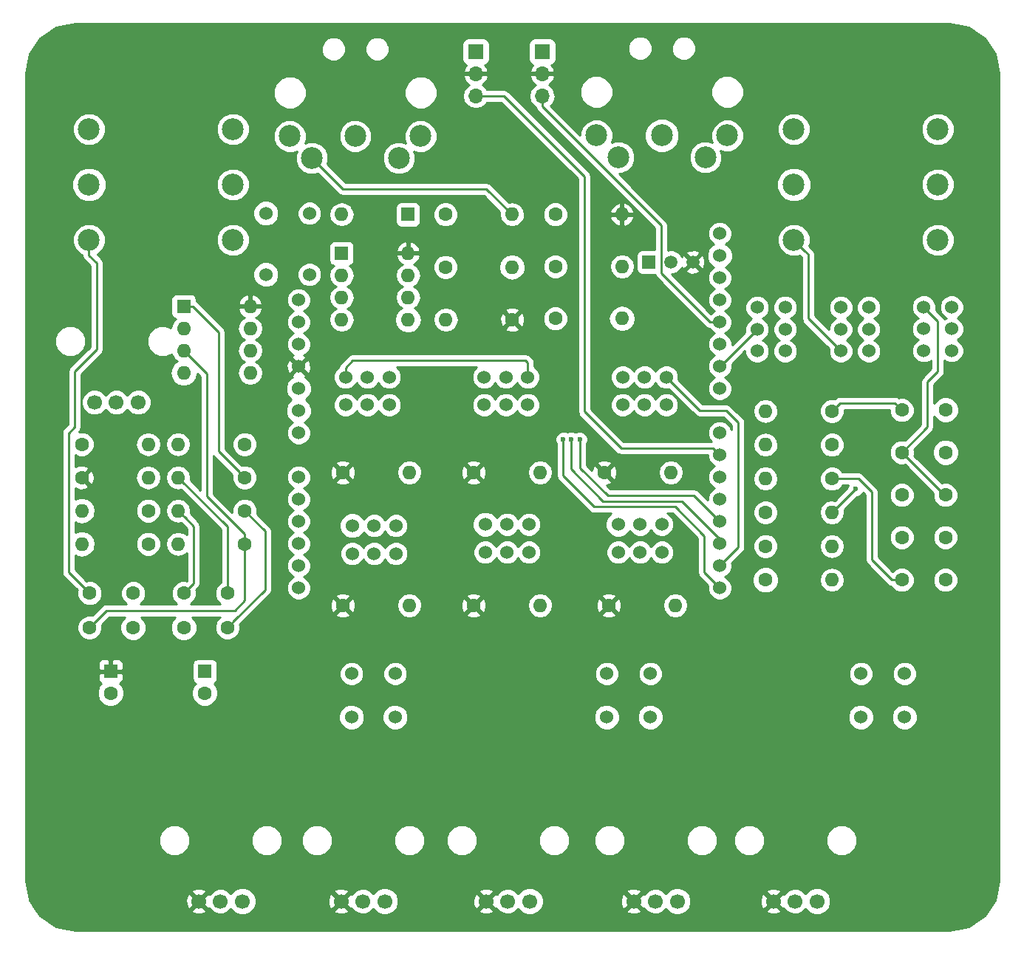
<source format=gbr>
G04 #@! TF.FileFunction,Copper,L2,Bot,Signal*
%FSLAX46Y46*%
G04 Gerber Fmt 4.6, Leading zero omitted, Abs format (unit mm)*
G04 Created by KiCad (PCBNEW 4.0.7) date Thursday, 23 '23e' November '23e' 2017, 18:47:07*
%MOMM*%
%LPD*%
G01*
G04 APERTURE LIST*
%ADD10C,0.100000*%
%ADD11C,2.500000*%
%ADD12R,1.600000X1.600000*%
%ADD13O,1.600000X1.600000*%
%ADD14C,1.524000*%
%ADD15C,1.700000*%
%ADD16C,1.600000*%
%ADD17C,1.520000*%
%ADD18R,1.520000X1.520000*%
%ADD19R,1.700000X1.700000*%
%ADD20O,1.700000X1.700000*%
%ADD21C,0.600000*%
%ADD22C,0.250000*%
%ADD23C,0.254000*%
G04 APERTURE END LIST*
D10*
D11*
X195194000Y-58420000D03*
X178694000Y-58420000D03*
X195194000Y-52070000D03*
X195194000Y-64770000D03*
X178694000Y-52070000D03*
X178694000Y-64770000D03*
X114422000Y-58420000D03*
X97922000Y-58420000D03*
X114422000Y-52070000D03*
X114422000Y-64770000D03*
X97922000Y-52070000D03*
X97922000Y-64770000D03*
D12*
X126873000Y-66294000D03*
D13*
X134493000Y-73914000D03*
X126873000Y-68834000D03*
X134493000Y-71374000D03*
X126873000Y-71374000D03*
X134493000Y-68834000D03*
X126873000Y-73914000D03*
X134493000Y-66294000D03*
D12*
X108775500Y-72390000D03*
D13*
X116395500Y-80010000D03*
X108775500Y-74930000D03*
X116395500Y-77470000D03*
X108775500Y-77470000D03*
X116395500Y-74930000D03*
X108775500Y-80010000D03*
X116395500Y-72390000D03*
D14*
X186389000Y-119507000D03*
X191389000Y-119507000D03*
X186389000Y-114507000D03*
X191389000Y-114507000D03*
X157266000Y-119507000D03*
X162266000Y-119507000D03*
X157266000Y-114507000D03*
X162266000Y-114507000D03*
X128016000Y-119507000D03*
X133016000Y-119507000D03*
X128016000Y-114507000D03*
X133016000Y-114507000D03*
X161076000Y-100584000D03*
X161076000Y-97384000D03*
X163576000Y-100584000D03*
X163576000Y-97384000D03*
X158576000Y-97384000D03*
X158576000Y-100584000D03*
X145836000Y-100584000D03*
X145836000Y-97384000D03*
X148336000Y-100584000D03*
X148336000Y-97384000D03*
X143336000Y-97384000D03*
X143336000Y-100584000D03*
X130596000Y-100736000D03*
X130596000Y-97536000D03*
X133096000Y-100736000D03*
X133096000Y-97536000D03*
X128096000Y-97536000D03*
X128096000Y-100736000D03*
X196786500Y-74970000D03*
X193586500Y-74970000D03*
X196786500Y-72470000D03*
X193586500Y-72470000D03*
X193586500Y-77470000D03*
X196786500Y-77470000D03*
X187286500Y-75017000D03*
X184086500Y-75017000D03*
X187286500Y-72517000D03*
X184086500Y-72517000D03*
X184086500Y-77517000D03*
X187286500Y-77517000D03*
X177698000Y-75017000D03*
X174498000Y-75017000D03*
X177698000Y-72517000D03*
X174498000Y-72517000D03*
X174498000Y-77517000D03*
X177698000Y-77517000D03*
X129834000Y-83693000D03*
X129834000Y-80493000D03*
X132334000Y-83693000D03*
X132334000Y-80493000D03*
X127334000Y-80493000D03*
X127334000Y-83693000D03*
X161584000Y-83693000D03*
X161584000Y-80493000D03*
X164084000Y-83693000D03*
X164084000Y-80493000D03*
X159084000Y-80493000D03*
X159084000Y-83693000D03*
X145709000Y-83693000D03*
X145709000Y-80493000D03*
X148209000Y-83693000D03*
X148209000Y-80493000D03*
X143209000Y-80493000D03*
X143209000Y-83693000D03*
X123190000Y-68722000D03*
X118190000Y-61722000D03*
X118190000Y-68722000D03*
X123190000Y-61722000D03*
D15*
X176356000Y-140604000D03*
X178856000Y-140604000D03*
X181356000Y-140604000D03*
X160348000Y-140604000D03*
X162848000Y-140604000D03*
X165348000Y-140604000D03*
X143426000Y-140604000D03*
X145926000Y-140604000D03*
X148426000Y-140604000D03*
X126820000Y-140604000D03*
X129320000Y-140604000D03*
X131820000Y-140604000D03*
X110496000Y-140604000D03*
X112996000Y-140604000D03*
X115496000Y-140604000D03*
X98562500Y-83390500D03*
X101062500Y-83390500D03*
X103562500Y-83390500D03*
D16*
X151384000Y-73787000D03*
D13*
X159004000Y-73787000D03*
D16*
X138781000Y-67881500D03*
D13*
X146401000Y-67881500D03*
D16*
X151384000Y-61849000D03*
D13*
X159004000Y-61849000D03*
D16*
X151384000Y-67818000D03*
D13*
X159004000Y-67818000D03*
D16*
X138781000Y-61849000D03*
D13*
X146401000Y-61849000D03*
D16*
X146431000Y-73914000D03*
D13*
X138811000Y-73914000D03*
D16*
X157480000Y-106680000D03*
D13*
X165100000Y-106680000D03*
D16*
X141986000Y-106680000D03*
D13*
X149606000Y-106680000D03*
D16*
X127000000Y-106680000D03*
D13*
X134620000Y-106680000D03*
D16*
X175450500Y-103759000D03*
D13*
X183070500Y-103759000D03*
D16*
X156972000Y-91440000D03*
D13*
X164592000Y-91440000D03*
D16*
X141986000Y-91440000D03*
D13*
X149606000Y-91440000D03*
D16*
X127000000Y-91440000D03*
D13*
X134620000Y-91440000D03*
D16*
X183070500Y-92138500D03*
D13*
X175450500Y-92138500D03*
D16*
X175450500Y-96012000D03*
D13*
X183070500Y-96012000D03*
D16*
X175450500Y-99885500D03*
D13*
X183070500Y-99885500D03*
D16*
X183070500Y-88265000D03*
D13*
X175450500Y-88265000D03*
D16*
X183070500Y-84391500D03*
D13*
X175450500Y-84391500D03*
D16*
X97091500Y-88201500D03*
D13*
X104711500Y-88201500D03*
D16*
X104711500Y-99631500D03*
D13*
X97091500Y-99631500D03*
D16*
X104711500Y-95821500D03*
D13*
X97091500Y-95821500D03*
D16*
X115760500Y-99631500D03*
D13*
X108140500Y-99631500D03*
D16*
X115760500Y-95821500D03*
D13*
X108140500Y-95821500D03*
D16*
X97091500Y-92011500D03*
D13*
X104711500Y-92011500D03*
D16*
X115760500Y-92011500D03*
D13*
X108140500Y-92011500D03*
D16*
X115760500Y-88201500D03*
D13*
X108140500Y-88201500D03*
D17*
X164592000Y-67310000D03*
X167132000Y-67310000D03*
D18*
X162052000Y-67310000D03*
D11*
X133444000Y-55372000D03*
X123444000Y-55372000D03*
X135944000Y-52872000D03*
X120944000Y-52872000D03*
X128444000Y-52872000D03*
X168576000Y-55292000D03*
X158576000Y-55292000D03*
X171076000Y-52792000D03*
X156076000Y-52792000D03*
X163576000Y-52792000D03*
D19*
X149860000Y-43183000D03*
D20*
X149860000Y-45723000D03*
X149860000Y-48263000D03*
D14*
X121941001Y-71649001D03*
X121941001Y-74189001D03*
X121941001Y-76729001D03*
X121941001Y-79269001D03*
X121941001Y-81809001D03*
X121941001Y-84349001D03*
X121941001Y-86889001D03*
X121941001Y-91969001D03*
X121941001Y-94509001D03*
X121941001Y-97049001D03*
X121941001Y-99589001D03*
X121941001Y-102129001D03*
X121941001Y-104669001D03*
X170201001Y-104669001D03*
X170201001Y-102129001D03*
X170201001Y-99589001D03*
X170201001Y-97049001D03*
X170201001Y-94509001D03*
X170201001Y-91969001D03*
X170201001Y-89429001D03*
X170201001Y-86889001D03*
X170201001Y-81809001D03*
X170201001Y-79269001D03*
X170201001Y-76729001D03*
X170201001Y-74189001D03*
X170201001Y-71649001D03*
X170201001Y-69109001D03*
X170201001Y-66569001D03*
X170201001Y-64029001D03*
D19*
X142240000Y-43183000D03*
D20*
X142240000Y-45723000D03*
X142240000Y-48263000D03*
D12*
X134493000Y-61849000D03*
D13*
X126873000Y-61849000D03*
D16*
X191088000Y-89138125D03*
X196088000Y-89138125D03*
X191088000Y-103759000D03*
X196088000Y-103759000D03*
X191088000Y-94011750D03*
X196088000Y-94011750D03*
X191088000Y-98885375D03*
X196088000Y-98885375D03*
X191088000Y-84264500D03*
X196088000Y-84264500D03*
X97980500Y-109220000D03*
X102980500Y-109220000D03*
X113775500Y-109220000D03*
X108775500Y-109220000D03*
D12*
X100393500Y-114236500D03*
D16*
X100393500Y-116736500D03*
D12*
X111188500Y-114236500D03*
D16*
X111188500Y-116736500D03*
X108775500Y-105283000D03*
X113775500Y-105283000D03*
X102997000Y-105283000D03*
X97997000Y-105283000D03*
D21*
X185801000Y-93281500D03*
X152273000Y-87630000D03*
X153162000Y-87630000D03*
X154178000Y-87630000D03*
D22*
X108775500Y-72390000D02*
X109825500Y-72390000D01*
X112776000Y-75340500D02*
X112776000Y-89027000D01*
X112776000Y-89027000D02*
X114960501Y-91211501D01*
X114960501Y-91211501D02*
X115760500Y-92011500D01*
X109825500Y-72390000D02*
X112776000Y-75340500D01*
X108775500Y-105283000D02*
X109918500Y-104140000D01*
X109918500Y-97599500D02*
X108940499Y-96621499D01*
X109918500Y-104140000D02*
X109918500Y-97599500D01*
X108940499Y-96621499D02*
X108140500Y-95821500D01*
X113775500Y-105283000D02*
X113775500Y-97646500D01*
X113775500Y-97646500D02*
X108140500Y-92011500D01*
X97997000Y-105283000D02*
X95566499Y-102852499D01*
X95566499Y-102852499D02*
X95566499Y-86932501D01*
X95566499Y-86932501D02*
X96266000Y-86233000D01*
X96266000Y-86233000D02*
X96266000Y-79883000D01*
X96266000Y-79883000D02*
X98806000Y-77343000D01*
X98806000Y-77343000D02*
X98806000Y-67421766D01*
X98806000Y-67421766D02*
X97922000Y-66537766D01*
X97922000Y-66537766D02*
X97922000Y-64770000D01*
X115760500Y-95821500D02*
X118110000Y-98171000D01*
X118110000Y-104885500D02*
X114575499Y-108420001D01*
X118110000Y-98171000D02*
X118110000Y-104885500D01*
X114575499Y-108420001D02*
X113775500Y-109220000D01*
X114617500Y-107251500D02*
X99949000Y-107251500D01*
X99949000Y-107251500D02*
X97980500Y-109220000D01*
X115760500Y-106108500D02*
X114617500Y-107251500D01*
X115760500Y-99631500D02*
X115760500Y-106108500D01*
X115760500Y-99631500D02*
X115760500Y-98500130D01*
X115760500Y-98500130D02*
X111442500Y-94182130D01*
X109575499Y-78269999D02*
X108775500Y-77470000D01*
X111442500Y-94182130D02*
X111442500Y-80137000D01*
X111442500Y-80137000D02*
X109575499Y-78269999D01*
X184086500Y-77517000D02*
X180340000Y-73770500D01*
X180340000Y-73770500D02*
X180340000Y-66416000D01*
X180340000Y-66416000D02*
X179943999Y-66019999D01*
X179943999Y-66019999D02*
X178694000Y-64770000D01*
X191088000Y-84264500D02*
X190288001Y-83464501D01*
X190288001Y-83464501D02*
X183997499Y-83464501D01*
X183997499Y-83464501D02*
X183870499Y-83591501D01*
X183870499Y-83591501D02*
X183070500Y-84391500D01*
X187642500Y-93662500D02*
X186118500Y-92138500D01*
X186118500Y-92138500D02*
X183070500Y-92138500D01*
X187642500Y-101444870D02*
X187642500Y-93662500D01*
X191088000Y-103759000D02*
X189956630Y-103759000D01*
X189956630Y-103759000D02*
X187642500Y-101444870D01*
X185801000Y-93281500D02*
X183070500Y-96012000D01*
X195199000Y-79819500D02*
X195199000Y-74082500D01*
X195199000Y-74082500D02*
X193586500Y-72470000D01*
X193992500Y-81026000D02*
X195199000Y-79819500D01*
X193992500Y-86233625D02*
X193992500Y-81026000D01*
X191088000Y-89138125D02*
X193992500Y-86233625D01*
X191088000Y-89138125D02*
X195961625Y-94011750D01*
X195961625Y-94011750D02*
X196088000Y-94011750D01*
X170201001Y-89429001D02*
X169439002Y-88667002D01*
X169439002Y-88667002D02*
X158898002Y-88667002D01*
X158898002Y-88667002D02*
X154686000Y-84455000D01*
X154686000Y-84455000D02*
X154686000Y-57467500D01*
X145481500Y-48263000D02*
X142240000Y-48263000D01*
X154686000Y-57467500D02*
X145481500Y-48263000D01*
X152273000Y-91567000D02*
X152273000Y-91821000D01*
X152273000Y-91821000D02*
X155829000Y-95377000D01*
X155829000Y-95377000D02*
X165076002Y-95377000D01*
X165076002Y-95377000D02*
X168402000Y-98702998D01*
X168402000Y-98702998D02*
X168402000Y-102870000D01*
X168402000Y-102870000D02*
X170201001Y-104669001D01*
X152273000Y-91567000D02*
X152273000Y-91694000D01*
X152273000Y-87630000D02*
X152273000Y-91567000D01*
X172339000Y-85725000D02*
X172339000Y-99991002D01*
X172339000Y-99991002D02*
X170201001Y-102129001D01*
X170942000Y-84328000D02*
X172339000Y-85725000D01*
X167919000Y-84328000D02*
X170942000Y-84328000D01*
X164084000Y-80493000D02*
X167919000Y-84328000D01*
X153162000Y-87630000D02*
X153162000Y-91059000D01*
X153162000Y-91059000D02*
X156845000Y-94742000D01*
X156845000Y-94742000D02*
X165862000Y-94742000D01*
X165862000Y-94742000D02*
X170201001Y-99081001D01*
X170201001Y-99081001D02*
X170201001Y-99589001D01*
X154178000Y-87630000D02*
X154178000Y-90903002D01*
X154178000Y-90903002D02*
X157381998Y-94107000D01*
X157381998Y-94107000D02*
X167259000Y-94107000D01*
X167259000Y-94107000D02*
X169439002Y-96287002D01*
X169439002Y-96287002D02*
X170201001Y-97049001D01*
X174498000Y-75017000D02*
X170245999Y-79269001D01*
X170245999Y-79269001D02*
X170201001Y-79269001D01*
X149860000Y-48263000D02*
X149860000Y-49465081D01*
X163506999Y-68572629D02*
X169123371Y-74189001D01*
X169123371Y-74189001D02*
X170201001Y-74189001D01*
X149860000Y-49465081D02*
X163506999Y-63112080D01*
X163506999Y-63112080D02*
X163506999Y-68572629D01*
X143480000Y-58928000D02*
X127000000Y-58928000D01*
X127000000Y-58928000D02*
X123444000Y-55372000D01*
X146401000Y-61849000D02*
X143480000Y-58928000D01*
X147955000Y-78613000D02*
X148209000Y-78867000D01*
X148209000Y-78867000D02*
X148209000Y-80493000D01*
X128136370Y-78613000D02*
X147955000Y-78613000D01*
X127334000Y-80493000D02*
X127334000Y-79415370D01*
X127334000Y-79415370D02*
X128136370Y-78613000D01*
D23*
G36*
X198739258Y-40418720D02*
X200556223Y-41632777D01*
X201770280Y-43449743D01*
X202211000Y-45665390D01*
X202211000Y-138230610D01*
X201770280Y-140446257D01*
X200556223Y-142263223D01*
X198739258Y-143477280D01*
X196523610Y-143918000D01*
X96338390Y-143918000D01*
X94122743Y-143477280D01*
X92305777Y-142263223D01*
X91894671Y-141647958D01*
X109631647Y-141647958D01*
X109711920Y-141899259D01*
X110267279Y-142100718D01*
X110857458Y-142074315D01*
X111280080Y-141899259D01*
X111360353Y-141647958D01*
X110496000Y-140783605D01*
X109631647Y-141647958D01*
X91894671Y-141647958D01*
X91091720Y-140446258D01*
X91077602Y-140375279D01*
X108999282Y-140375279D01*
X109025685Y-140965458D01*
X109200741Y-141388080D01*
X109452042Y-141468353D01*
X110316395Y-140604000D01*
X110675605Y-140604000D01*
X111539958Y-141468353D01*
X111722304Y-141410106D01*
X111736344Y-141444086D01*
X112153717Y-141862188D01*
X112699319Y-142088742D01*
X113290089Y-142089257D01*
X113836086Y-141863656D01*
X114181238Y-141519105D01*
X114601535Y-141940136D01*
X115180939Y-142180725D01*
X115808308Y-142181273D01*
X116388132Y-141941695D01*
X116682381Y-141647958D01*
X125955647Y-141647958D01*
X126035920Y-141899259D01*
X126591279Y-142100718D01*
X127181458Y-142074315D01*
X127604080Y-141899259D01*
X127684353Y-141647958D01*
X126820000Y-140783605D01*
X125955647Y-141647958D01*
X116682381Y-141647958D01*
X116832136Y-141498465D01*
X117072725Y-140919061D01*
X117073199Y-140375279D01*
X125323282Y-140375279D01*
X125349685Y-140965458D01*
X125524741Y-141388080D01*
X125776042Y-141468353D01*
X126640395Y-140604000D01*
X126999605Y-140604000D01*
X127863958Y-141468353D01*
X128046304Y-141410106D01*
X128060344Y-141444086D01*
X128477717Y-141862188D01*
X129023319Y-142088742D01*
X129614089Y-142089257D01*
X130160086Y-141863656D01*
X130505238Y-141519105D01*
X130925535Y-141940136D01*
X131504939Y-142180725D01*
X132132308Y-142181273D01*
X132712132Y-141941695D01*
X133006381Y-141647958D01*
X142561647Y-141647958D01*
X142641920Y-141899259D01*
X143197279Y-142100718D01*
X143787458Y-142074315D01*
X144210080Y-141899259D01*
X144290353Y-141647958D01*
X143426000Y-140783605D01*
X142561647Y-141647958D01*
X133006381Y-141647958D01*
X133156136Y-141498465D01*
X133396725Y-140919061D01*
X133397199Y-140375279D01*
X141929282Y-140375279D01*
X141955685Y-140965458D01*
X142130741Y-141388080D01*
X142382042Y-141468353D01*
X143246395Y-140604000D01*
X143605605Y-140604000D01*
X144469958Y-141468353D01*
X144652304Y-141410106D01*
X144666344Y-141444086D01*
X145083717Y-141862188D01*
X145629319Y-142088742D01*
X146220089Y-142089257D01*
X146766086Y-141863656D01*
X147111238Y-141519105D01*
X147531535Y-141940136D01*
X148110939Y-142180725D01*
X148738308Y-142181273D01*
X149318132Y-141941695D01*
X149612381Y-141647958D01*
X159483647Y-141647958D01*
X159563920Y-141899259D01*
X160119279Y-142100718D01*
X160709458Y-142074315D01*
X161132080Y-141899259D01*
X161212353Y-141647958D01*
X160348000Y-140783605D01*
X159483647Y-141647958D01*
X149612381Y-141647958D01*
X149762136Y-141498465D01*
X150002725Y-140919061D01*
X150003199Y-140375279D01*
X158851282Y-140375279D01*
X158877685Y-140965458D01*
X159052741Y-141388080D01*
X159304042Y-141468353D01*
X160168395Y-140604000D01*
X160527605Y-140604000D01*
X161391958Y-141468353D01*
X161574304Y-141410106D01*
X161588344Y-141444086D01*
X162005717Y-141862188D01*
X162551319Y-142088742D01*
X163142089Y-142089257D01*
X163688086Y-141863656D01*
X164033238Y-141519105D01*
X164453535Y-141940136D01*
X165032939Y-142180725D01*
X165660308Y-142181273D01*
X166240132Y-141941695D01*
X166534381Y-141647958D01*
X175491647Y-141647958D01*
X175571920Y-141899259D01*
X176127279Y-142100718D01*
X176717458Y-142074315D01*
X177140080Y-141899259D01*
X177220353Y-141647958D01*
X176356000Y-140783605D01*
X175491647Y-141647958D01*
X166534381Y-141647958D01*
X166684136Y-141498465D01*
X166924725Y-140919061D01*
X166925199Y-140375279D01*
X174859282Y-140375279D01*
X174885685Y-140965458D01*
X175060741Y-141388080D01*
X175312042Y-141468353D01*
X176176395Y-140604000D01*
X176535605Y-140604000D01*
X177399958Y-141468353D01*
X177582304Y-141410106D01*
X177596344Y-141444086D01*
X178013717Y-141862188D01*
X178559319Y-142088742D01*
X179150089Y-142089257D01*
X179696086Y-141863656D01*
X180041238Y-141519105D01*
X180461535Y-141940136D01*
X181040939Y-142180725D01*
X181668308Y-142181273D01*
X182248132Y-141941695D01*
X182692136Y-141498465D01*
X182932725Y-140919061D01*
X182933273Y-140291692D01*
X182693695Y-139711868D01*
X182250465Y-139267864D01*
X181671061Y-139027275D01*
X181043692Y-139026727D01*
X180463868Y-139266305D01*
X180040654Y-139688781D01*
X179698283Y-139345812D01*
X179152681Y-139119258D01*
X178561911Y-139118743D01*
X178015914Y-139344344D01*
X177597812Y-139761717D01*
X177582733Y-139798031D01*
X177399958Y-139739647D01*
X176535605Y-140604000D01*
X176176395Y-140604000D01*
X175312042Y-139739647D01*
X175060741Y-139819920D01*
X174859282Y-140375279D01*
X166925199Y-140375279D01*
X166925273Y-140291692D01*
X166685695Y-139711868D01*
X166534134Y-139560042D01*
X175491647Y-139560042D01*
X176356000Y-140424395D01*
X177220353Y-139560042D01*
X177140080Y-139308741D01*
X176584721Y-139107282D01*
X175994542Y-139133685D01*
X175571920Y-139308741D01*
X175491647Y-139560042D01*
X166534134Y-139560042D01*
X166242465Y-139267864D01*
X165663061Y-139027275D01*
X165035692Y-139026727D01*
X164455868Y-139266305D01*
X164032654Y-139688781D01*
X163690283Y-139345812D01*
X163144681Y-139119258D01*
X162553911Y-139118743D01*
X162007914Y-139344344D01*
X161589812Y-139761717D01*
X161574733Y-139798031D01*
X161391958Y-139739647D01*
X160527605Y-140604000D01*
X160168395Y-140604000D01*
X159304042Y-139739647D01*
X159052741Y-139819920D01*
X158851282Y-140375279D01*
X150003199Y-140375279D01*
X150003273Y-140291692D01*
X149763695Y-139711868D01*
X149612134Y-139560042D01*
X159483647Y-139560042D01*
X160348000Y-140424395D01*
X161212353Y-139560042D01*
X161132080Y-139308741D01*
X160576721Y-139107282D01*
X159986542Y-139133685D01*
X159563920Y-139308741D01*
X159483647Y-139560042D01*
X149612134Y-139560042D01*
X149320465Y-139267864D01*
X148741061Y-139027275D01*
X148113692Y-139026727D01*
X147533868Y-139266305D01*
X147110654Y-139688781D01*
X146768283Y-139345812D01*
X146222681Y-139119258D01*
X145631911Y-139118743D01*
X145085914Y-139344344D01*
X144667812Y-139761717D01*
X144652733Y-139798031D01*
X144469958Y-139739647D01*
X143605605Y-140604000D01*
X143246395Y-140604000D01*
X142382042Y-139739647D01*
X142130741Y-139819920D01*
X141929282Y-140375279D01*
X133397199Y-140375279D01*
X133397273Y-140291692D01*
X133157695Y-139711868D01*
X133006134Y-139560042D01*
X142561647Y-139560042D01*
X143426000Y-140424395D01*
X144290353Y-139560042D01*
X144210080Y-139308741D01*
X143654721Y-139107282D01*
X143064542Y-139133685D01*
X142641920Y-139308741D01*
X142561647Y-139560042D01*
X133006134Y-139560042D01*
X132714465Y-139267864D01*
X132135061Y-139027275D01*
X131507692Y-139026727D01*
X130927868Y-139266305D01*
X130504654Y-139688781D01*
X130162283Y-139345812D01*
X129616681Y-139119258D01*
X129025911Y-139118743D01*
X128479914Y-139344344D01*
X128061812Y-139761717D01*
X128046733Y-139798031D01*
X127863958Y-139739647D01*
X126999605Y-140604000D01*
X126640395Y-140604000D01*
X125776042Y-139739647D01*
X125524741Y-139819920D01*
X125323282Y-140375279D01*
X117073199Y-140375279D01*
X117073273Y-140291692D01*
X116833695Y-139711868D01*
X116682134Y-139560042D01*
X125955647Y-139560042D01*
X126820000Y-140424395D01*
X127684353Y-139560042D01*
X127604080Y-139308741D01*
X127048721Y-139107282D01*
X126458542Y-139133685D01*
X126035920Y-139308741D01*
X125955647Y-139560042D01*
X116682134Y-139560042D01*
X116390465Y-139267864D01*
X115811061Y-139027275D01*
X115183692Y-139026727D01*
X114603868Y-139266305D01*
X114180654Y-139688781D01*
X113838283Y-139345812D01*
X113292681Y-139119258D01*
X112701911Y-139118743D01*
X112155914Y-139344344D01*
X111737812Y-139761717D01*
X111722733Y-139798031D01*
X111539958Y-139739647D01*
X110675605Y-140604000D01*
X110316395Y-140604000D01*
X109452042Y-139739647D01*
X109200741Y-139819920D01*
X108999282Y-140375279D01*
X91077602Y-140375279D01*
X90915441Y-139560042D01*
X109631647Y-139560042D01*
X110496000Y-140424395D01*
X111360353Y-139560042D01*
X111280080Y-139308741D01*
X110724721Y-139107282D01*
X110134542Y-139133685D01*
X109711920Y-139308741D01*
X109631647Y-139560042D01*
X90915441Y-139560042D01*
X90651000Y-138230610D01*
X90651000Y-133957501D01*
X105910691Y-133957501D01*
X106181868Y-134613800D01*
X106683559Y-135116367D01*
X107339384Y-135388689D01*
X108049501Y-135389309D01*
X108705800Y-135118132D01*
X109208367Y-134616441D01*
X109480689Y-133960616D01*
X109480691Y-133957501D01*
X116510691Y-133957501D01*
X116781868Y-134613800D01*
X117283559Y-135116367D01*
X117939384Y-135388689D01*
X118649501Y-135389309D01*
X119305800Y-135118132D01*
X119808367Y-134616441D01*
X120080689Y-133960616D01*
X120080691Y-133957501D01*
X122234691Y-133957501D01*
X122505868Y-134613800D01*
X123007559Y-135116367D01*
X123663384Y-135388689D01*
X124373501Y-135389309D01*
X125029800Y-135118132D01*
X125532367Y-134616441D01*
X125804689Y-133960616D01*
X125804691Y-133957501D01*
X132834691Y-133957501D01*
X133105868Y-134613800D01*
X133607559Y-135116367D01*
X134263384Y-135388689D01*
X134973501Y-135389309D01*
X135629800Y-135118132D01*
X136132367Y-134616441D01*
X136404689Y-133960616D01*
X136404691Y-133957501D01*
X138840691Y-133957501D01*
X139111868Y-134613800D01*
X139613559Y-135116367D01*
X140269384Y-135388689D01*
X140979501Y-135389309D01*
X141635800Y-135118132D01*
X142138367Y-134616441D01*
X142410689Y-133960616D01*
X142410691Y-133957501D01*
X149440691Y-133957501D01*
X149711868Y-134613800D01*
X150213559Y-135116367D01*
X150869384Y-135388689D01*
X151579501Y-135389309D01*
X152235800Y-135118132D01*
X152738367Y-134616441D01*
X153010689Y-133960616D01*
X153010691Y-133957501D01*
X155762691Y-133957501D01*
X156033868Y-134613800D01*
X156535559Y-135116367D01*
X157191384Y-135388689D01*
X157901501Y-135389309D01*
X158557800Y-135118132D01*
X159060367Y-134616441D01*
X159332689Y-133960616D01*
X159332691Y-133957501D01*
X166362691Y-133957501D01*
X166633868Y-134613800D01*
X167135559Y-135116367D01*
X167791384Y-135388689D01*
X168501501Y-135389309D01*
X169157800Y-135118132D01*
X169660367Y-134616441D01*
X169932689Y-133960616D01*
X169932691Y-133957501D01*
X171770691Y-133957501D01*
X172041868Y-134613800D01*
X172543559Y-135116367D01*
X173199384Y-135388689D01*
X173909501Y-135389309D01*
X174565800Y-135118132D01*
X175068367Y-134616441D01*
X175340689Y-133960616D01*
X175340691Y-133957501D01*
X182370691Y-133957501D01*
X182641868Y-134613800D01*
X183143559Y-135116367D01*
X183799384Y-135388689D01*
X184509501Y-135389309D01*
X185165800Y-135118132D01*
X185668367Y-134616441D01*
X185940689Y-133960616D01*
X185941309Y-133250499D01*
X185670132Y-132594200D01*
X185168441Y-132091633D01*
X184512616Y-131819311D01*
X183802499Y-131818691D01*
X183146200Y-132089868D01*
X182643633Y-132591559D01*
X182371311Y-133247384D01*
X182370691Y-133957501D01*
X175340691Y-133957501D01*
X175341309Y-133250499D01*
X175070132Y-132594200D01*
X174568441Y-132091633D01*
X173912616Y-131819311D01*
X173202499Y-131818691D01*
X172546200Y-132089868D01*
X172043633Y-132591559D01*
X171771311Y-133247384D01*
X171770691Y-133957501D01*
X169932691Y-133957501D01*
X169933309Y-133250499D01*
X169662132Y-132594200D01*
X169160441Y-132091633D01*
X168504616Y-131819311D01*
X167794499Y-131818691D01*
X167138200Y-132089868D01*
X166635633Y-132591559D01*
X166363311Y-133247384D01*
X166362691Y-133957501D01*
X159332691Y-133957501D01*
X159333309Y-133250499D01*
X159062132Y-132594200D01*
X158560441Y-132091633D01*
X157904616Y-131819311D01*
X157194499Y-131818691D01*
X156538200Y-132089868D01*
X156035633Y-132591559D01*
X155763311Y-133247384D01*
X155762691Y-133957501D01*
X153010691Y-133957501D01*
X153011309Y-133250499D01*
X152740132Y-132594200D01*
X152238441Y-132091633D01*
X151582616Y-131819311D01*
X150872499Y-131818691D01*
X150216200Y-132089868D01*
X149713633Y-132591559D01*
X149441311Y-133247384D01*
X149440691Y-133957501D01*
X142410691Y-133957501D01*
X142411309Y-133250499D01*
X142140132Y-132594200D01*
X141638441Y-132091633D01*
X140982616Y-131819311D01*
X140272499Y-131818691D01*
X139616200Y-132089868D01*
X139113633Y-132591559D01*
X138841311Y-133247384D01*
X138840691Y-133957501D01*
X136404691Y-133957501D01*
X136405309Y-133250499D01*
X136134132Y-132594200D01*
X135632441Y-132091633D01*
X134976616Y-131819311D01*
X134266499Y-131818691D01*
X133610200Y-132089868D01*
X133107633Y-132591559D01*
X132835311Y-133247384D01*
X132834691Y-133957501D01*
X125804691Y-133957501D01*
X125805309Y-133250499D01*
X125534132Y-132594200D01*
X125032441Y-132091633D01*
X124376616Y-131819311D01*
X123666499Y-131818691D01*
X123010200Y-132089868D01*
X122507633Y-132591559D01*
X122235311Y-133247384D01*
X122234691Y-133957501D01*
X120080691Y-133957501D01*
X120081309Y-133250499D01*
X119810132Y-132594200D01*
X119308441Y-132091633D01*
X118652616Y-131819311D01*
X117942499Y-131818691D01*
X117286200Y-132089868D01*
X116783633Y-132591559D01*
X116511311Y-133247384D01*
X116510691Y-133957501D01*
X109480691Y-133957501D01*
X109481309Y-133250499D01*
X109210132Y-132594200D01*
X108708441Y-132091633D01*
X108052616Y-131819311D01*
X107342499Y-131818691D01*
X106686200Y-132089868D01*
X106183633Y-132591559D01*
X105911311Y-133247384D01*
X105910691Y-133957501D01*
X90651000Y-133957501D01*
X90651000Y-119801881D01*
X126526742Y-119801881D01*
X126752951Y-120349349D01*
X127171448Y-120768577D01*
X127718520Y-120995741D01*
X128310881Y-120996258D01*
X128858349Y-120770049D01*
X129277577Y-120351552D01*
X129504741Y-119804480D01*
X129504743Y-119801881D01*
X131526742Y-119801881D01*
X131752951Y-120349349D01*
X132171448Y-120768577D01*
X132718520Y-120995741D01*
X133310881Y-120996258D01*
X133858349Y-120770049D01*
X134277577Y-120351552D01*
X134504741Y-119804480D01*
X134504743Y-119801881D01*
X155776742Y-119801881D01*
X156002951Y-120349349D01*
X156421448Y-120768577D01*
X156968520Y-120995741D01*
X157560881Y-120996258D01*
X158108349Y-120770049D01*
X158527577Y-120351552D01*
X158754741Y-119804480D01*
X158754743Y-119801881D01*
X160776742Y-119801881D01*
X161002951Y-120349349D01*
X161421448Y-120768577D01*
X161968520Y-120995741D01*
X162560881Y-120996258D01*
X163108349Y-120770049D01*
X163527577Y-120351552D01*
X163754741Y-119804480D01*
X163754743Y-119801881D01*
X184899742Y-119801881D01*
X185125951Y-120349349D01*
X185544448Y-120768577D01*
X186091520Y-120995741D01*
X186683881Y-120996258D01*
X187231349Y-120770049D01*
X187650577Y-120351552D01*
X187877741Y-119804480D01*
X187877743Y-119801881D01*
X189899742Y-119801881D01*
X190125951Y-120349349D01*
X190544448Y-120768577D01*
X191091520Y-120995741D01*
X191683881Y-120996258D01*
X192231349Y-120770049D01*
X192650577Y-120351552D01*
X192877741Y-119804480D01*
X192878258Y-119212119D01*
X192652049Y-118664651D01*
X192233552Y-118245423D01*
X191686480Y-118018259D01*
X191094119Y-118017742D01*
X190546651Y-118243951D01*
X190127423Y-118662448D01*
X189900259Y-119209520D01*
X189899742Y-119801881D01*
X187877743Y-119801881D01*
X187878258Y-119212119D01*
X187652049Y-118664651D01*
X187233552Y-118245423D01*
X186686480Y-118018259D01*
X186094119Y-118017742D01*
X185546651Y-118243951D01*
X185127423Y-118662448D01*
X184900259Y-119209520D01*
X184899742Y-119801881D01*
X163754743Y-119801881D01*
X163755258Y-119212119D01*
X163529049Y-118664651D01*
X163110552Y-118245423D01*
X162563480Y-118018259D01*
X161971119Y-118017742D01*
X161423651Y-118243951D01*
X161004423Y-118662448D01*
X160777259Y-119209520D01*
X160776742Y-119801881D01*
X158754743Y-119801881D01*
X158755258Y-119212119D01*
X158529049Y-118664651D01*
X158110552Y-118245423D01*
X157563480Y-118018259D01*
X156971119Y-118017742D01*
X156423651Y-118243951D01*
X156004423Y-118662448D01*
X155777259Y-119209520D01*
X155776742Y-119801881D01*
X134504743Y-119801881D01*
X134505258Y-119212119D01*
X134279049Y-118664651D01*
X133860552Y-118245423D01*
X133313480Y-118018259D01*
X132721119Y-118017742D01*
X132173651Y-118243951D01*
X131754423Y-118662448D01*
X131527259Y-119209520D01*
X131526742Y-119801881D01*
X129504743Y-119801881D01*
X129505258Y-119212119D01*
X129279049Y-118664651D01*
X128860552Y-118245423D01*
X128313480Y-118018259D01*
X127721119Y-118017742D01*
X127173651Y-118243951D01*
X126754423Y-118662448D01*
X126527259Y-119209520D01*
X126526742Y-119801881D01*
X90651000Y-119801881D01*
X90651000Y-117038907D01*
X98866235Y-117038907D01*
X99098217Y-117600346D01*
X99527394Y-118030273D01*
X100088428Y-118263235D01*
X100695907Y-118263765D01*
X101257346Y-118031783D01*
X101687273Y-117602606D01*
X101920235Y-117041572D01*
X101920237Y-117038907D01*
X109661235Y-117038907D01*
X109893217Y-117600346D01*
X110322394Y-118030273D01*
X110883428Y-118263235D01*
X111490907Y-118263765D01*
X112052346Y-118031783D01*
X112482273Y-117602606D01*
X112715235Y-117041572D01*
X112715765Y-116434093D01*
X112483783Y-115872654D01*
X112240488Y-115628934D01*
X112439941Y-115500590D01*
X112584931Y-115288390D01*
X112635940Y-115036500D01*
X112635940Y-114783661D01*
X126618758Y-114783661D01*
X126830990Y-115297303D01*
X127223630Y-115690629D01*
X127736900Y-115903757D01*
X128292661Y-115904242D01*
X128806303Y-115692010D01*
X129199629Y-115299370D01*
X129412757Y-114786100D01*
X129412759Y-114783661D01*
X131618758Y-114783661D01*
X131830990Y-115297303D01*
X132223630Y-115690629D01*
X132736900Y-115903757D01*
X133292661Y-115904242D01*
X133806303Y-115692010D01*
X134199629Y-115299370D01*
X134412757Y-114786100D01*
X134412759Y-114783661D01*
X155868758Y-114783661D01*
X156080990Y-115297303D01*
X156473630Y-115690629D01*
X156986900Y-115903757D01*
X157542661Y-115904242D01*
X158056303Y-115692010D01*
X158449629Y-115299370D01*
X158662757Y-114786100D01*
X158662759Y-114783661D01*
X160868758Y-114783661D01*
X161080990Y-115297303D01*
X161473630Y-115690629D01*
X161986900Y-115903757D01*
X162542661Y-115904242D01*
X163056303Y-115692010D01*
X163449629Y-115299370D01*
X163662757Y-114786100D01*
X163662759Y-114783661D01*
X184991758Y-114783661D01*
X185203990Y-115297303D01*
X185596630Y-115690629D01*
X186109900Y-115903757D01*
X186665661Y-115904242D01*
X187179303Y-115692010D01*
X187572629Y-115299370D01*
X187785757Y-114786100D01*
X187785759Y-114783661D01*
X189991758Y-114783661D01*
X190203990Y-115297303D01*
X190596630Y-115690629D01*
X191109900Y-115903757D01*
X191665661Y-115904242D01*
X192179303Y-115692010D01*
X192572629Y-115299370D01*
X192785757Y-114786100D01*
X192786242Y-114230339D01*
X192574010Y-113716697D01*
X192181370Y-113323371D01*
X191668100Y-113110243D01*
X191112339Y-113109758D01*
X190598697Y-113321990D01*
X190205371Y-113714630D01*
X189992243Y-114227900D01*
X189991758Y-114783661D01*
X187785759Y-114783661D01*
X187786242Y-114230339D01*
X187574010Y-113716697D01*
X187181370Y-113323371D01*
X186668100Y-113110243D01*
X186112339Y-113109758D01*
X185598697Y-113321990D01*
X185205371Y-113714630D01*
X184992243Y-114227900D01*
X184991758Y-114783661D01*
X163662759Y-114783661D01*
X163663242Y-114230339D01*
X163451010Y-113716697D01*
X163058370Y-113323371D01*
X162545100Y-113110243D01*
X161989339Y-113109758D01*
X161475697Y-113321990D01*
X161082371Y-113714630D01*
X160869243Y-114227900D01*
X160868758Y-114783661D01*
X158662759Y-114783661D01*
X158663242Y-114230339D01*
X158451010Y-113716697D01*
X158058370Y-113323371D01*
X157545100Y-113110243D01*
X156989339Y-113109758D01*
X156475697Y-113321990D01*
X156082371Y-113714630D01*
X155869243Y-114227900D01*
X155868758Y-114783661D01*
X134412759Y-114783661D01*
X134413242Y-114230339D01*
X134201010Y-113716697D01*
X133808370Y-113323371D01*
X133295100Y-113110243D01*
X132739339Y-113109758D01*
X132225697Y-113321990D01*
X131832371Y-113714630D01*
X131619243Y-114227900D01*
X131618758Y-114783661D01*
X129412759Y-114783661D01*
X129413242Y-114230339D01*
X129201010Y-113716697D01*
X128808370Y-113323371D01*
X128295100Y-113110243D01*
X127739339Y-113109758D01*
X127225697Y-113321990D01*
X126832371Y-113714630D01*
X126619243Y-114227900D01*
X126618758Y-114783661D01*
X112635940Y-114783661D01*
X112635940Y-113436500D01*
X112591662Y-113201183D01*
X112452590Y-112985059D01*
X112240390Y-112840069D01*
X111988500Y-112789060D01*
X110388500Y-112789060D01*
X110153183Y-112833338D01*
X109937059Y-112972410D01*
X109792069Y-113184610D01*
X109741060Y-113436500D01*
X109741060Y-115036500D01*
X109785338Y-115271817D01*
X109924410Y-115487941D01*
X110134232Y-115631306D01*
X109894727Y-115870394D01*
X109661765Y-116431428D01*
X109661235Y-117038907D01*
X101920237Y-117038907D01*
X101920765Y-116434093D01*
X101688783Y-115872654D01*
X101438785Y-115622219D01*
X101553199Y-115574827D01*
X101731827Y-115396198D01*
X101828500Y-115162809D01*
X101828500Y-114522250D01*
X101669750Y-114363500D01*
X100520500Y-114363500D01*
X100520500Y-114383500D01*
X100266500Y-114383500D01*
X100266500Y-114363500D01*
X99117250Y-114363500D01*
X98958500Y-114522250D01*
X98958500Y-115162809D01*
X99055173Y-115396198D01*
X99233801Y-115574827D01*
X99348300Y-115622254D01*
X99099727Y-115870394D01*
X98866765Y-116431428D01*
X98866235Y-117038907D01*
X90651000Y-117038907D01*
X90651000Y-113310191D01*
X98958500Y-113310191D01*
X98958500Y-113950750D01*
X99117250Y-114109500D01*
X100266500Y-114109500D01*
X100266500Y-112960250D01*
X100520500Y-112960250D01*
X100520500Y-114109500D01*
X101669750Y-114109500D01*
X101828500Y-113950750D01*
X101828500Y-113310191D01*
X101731827Y-113076802D01*
X101553199Y-112898173D01*
X101319810Y-112801500D01*
X100679250Y-112801500D01*
X100520500Y-112960250D01*
X100266500Y-112960250D01*
X100107750Y-112801500D01*
X99467190Y-112801500D01*
X99233801Y-112898173D01*
X99055173Y-113076802D01*
X98958500Y-113310191D01*
X90651000Y-113310191D01*
X90651000Y-109504187D01*
X96545252Y-109504187D01*
X96763257Y-110031800D01*
X97166577Y-110435824D01*
X97693809Y-110654750D01*
X98264687Y-110655248D01*
X98792300Y-110437243D01*
X99196324Y-110033923D01*
X99415250Y-109506691D01*
X99415748Y-108935813D01*
X99393451Y-108881851D01*
X100263802Y-108011500D01*
X102029719Y-108011500D01*
X101686727Y-108353894D01*
X101453765Y-108914928D01*
X101453235Y-109522407D01*
X101685217Y-110083846D01*
X102114394Y-110513773D01*
X102675428Y-110746735D01*
X103282907Y-110747265D01*
X103844346Y-110515283D01*
X104274273Y-110086106D01*
X104507235Y-109525072D01*
X104507765Y-108917593D01*
X104275783Y-108356154D01*
X103931730Y-108011500D01*
X107824719Y-108011500D01*
X107481727Y-108353894D01*
X107248765Y-108914928D01*
X107248235Y-109522407D01*
X107480217Y-110083846D01*
X107909394Y-110513773D01*
X108470428Y-110746735D01*
X109077907Y-110747265D01*
X109639346Y-110515283D01*
X110069273Y-110086106D01*
X110302235Y-109525072D01*
X110302765Y-108917593D01*
X110070783Y-108356154D01*
X109726730Y-108011500D01*
X112954942Y-108011500D01*
X112559676Y-108406077D01*
X112340750Y-108933309D01*
X112340252Y-109504187D01*
X112558257Y-110031800D01*
X112961577Y-110435824D01*
X113488809Y-110654750D01*
X114059687Y-110655248D01*
X114587300Y-110437243D01*
X114991324Y-110033923D01*
X115210250Y-109506691D01*
X115210748Y-108935813D01*
X115188451Y-108881851D01*
X116382557Y-107687745D01*
X126171861Y-107687745D01*
X126245995Y-107933864D01*
X126783223Y-108126965D01*
X127353454Y-108099778D01*
X127754005Y-107933864D01*
X127828139Y-107687745D01*
X127000000Y-106859605D01*
X126171861Y-107687745D01*
X116382557Y-107687745D01*
X117607079Y-106463223D01*
X125553035Y-106463223D01*
X125580222Y-107033454D01*
X125746136Y-107434005D01*
X125992255Y-107508139D01*
X126820395Y-106680000D01*
X127179605Y-106680000D01*
X128007745Y-107508139D01*
X128253864Y-107434005D01*
X128446965Y-106896777D01*
X128436630Y-106680000D01*
X133156887Y-106680000D01*
X133266120Y-107229151D01*
X133577189Y-107694698D01*
X134042736Y-108005767D01*
X134591887Y-108115000D01*
X134648113Y-108115000D01*
X135197264Y-108005767D01*
X135662811Y-107694698D01*
X135667456Y-107687745D01*
X141157861Y-107687745D01*
X141231995Y-107933864D01*
X141769223Y-108126965D01*
X142339454Y-108099778D01*
X142740005Y-107933864D01*
X142814139Y-107687745D01*
X141986000Y-106859605D01*
X141157861Y-107687745D01*
X135667456Y-107687745D01*
X135973880Y-107229151D01*
X136083113Y-106680000D01*
X136039994Y-106463223D01*
X140539035Y-106463223D01*
X140566222Y-107033454D01*
X140732136Y-107434005D01*
X140978255Y-107508139D01*
X141806395Y-106680000D01*
X142165605Y-106680000D01*
X142993745Y-107508139D01*
X143239864Y-107434005D01*
X143432965Y-106896777D01*
X143422630Y-106680000D01*
X148142887Y-106680000D01*
X148252120Y-107229151D01*
X148563189Y-107694698D01*
X149028736Y-108005767D01*
X149577887Y-108115000D01*
X149634113Y-108115000D01*
X150183264Y-108005767D01*
X150648811Y-107694698D01*
X150653456Y-107687745D01*
X156651861Y-107687745D01*
X156725995Y-107933864D01*
X157263223Y-108126965D01*
X157833454Y-108099778D01*
X158234005Y-107933864D01*
X158308139Y-107687745D01*
X157480000Y-106859605D01*
X156651861Y-107687745D01*
X150653456Y-107687745D01*
X150959880Y-107229151D01*
X151069113Y-106680000D01*
X151025994Y-106463223D01*
X156033035Y-106463223D01*
X156060222Y-107033454D01*
X156226136Y-107434005D01*
X156472255Y-107508139D01*
X157300395Y-106680000D01*
X157659605Y-106680000D01*
X158487745Y-107508139D01*
X158733864Y-107434005D01*
X158926965Y-106896777D01*
X158916630Y-106680000D01*
X163636887Y-106680000D01*
X163746120Y-107229151D01*
X164057189Y-107694698D01*
X164522736Y-108005767D01*
X165071887Y-108115000D01*
X165128113Y-108115000D01*
X165677264Y-108005767D01*
X166142811Y-107694698D01*
X166453880Y-107229151D01*
X166563113Y-106680000D01*
X166453880Y-106130849D01*
X166142811Y-105665302D01*
X165677264Y-105354233D01*
X165128113Y-105245000D01*
X165071887Y-105245000D01*
X164522736Y-105354233D01*
X164057189Y-105665302D01*
X163746120Y-106130849D01*
X163636887Y-106680000D01*
X158916630Y-106680000D01*
X158899778Y-106326546D01*
X158733864Y-105925995D01*
X158487745Y-105851861D01*
X157659605Y-106680000D01*
X157300395Y-106680000D01*
X156472255Y-105851861D01*
X156226136Y-105925995D01*
X156033035Y-106463223D01*
X151025994Y-106463223D01*
X150959880Y-106130849D01*
X150653457Y-105672255D01*
X156651861Y-105672255D01*
X157480000Y-106500395D01*
X158308139Y-105672255D01*
X158234005Y-105426136D01*
X157696777Y-105233035D01*
X157126546Y-105260222D01*
X156725995Y-105426136D01*
X156651861Y-105672255D01*
X150653457Y-105672255D01*
X150648811Y-105665302D01*
X150183264Y-105354233D01*
X149634113Y-105245000D01*
X149577887Y-105245000D01*
X149028736Y-105354233D01*
X148563189Y-105665302D01*
X148252120Y-106130849D01*
X148142887Y-106680000D01*
X143422630Y-106680000D01*
X143405778Y-106326546D01*
X143239864Y-105925995D01*
X142993745Y-105851861D01*
X142165605Y-106680000D01*
X141806395Y-106680000D01*
X140978255Y-105851861D01*
X140732136Y-105925995D01*
X140539035Y-106463223D01*
X136039994Y-106463223D01*
X135973880Y-106130849D01*
X135667457Y-105672255D01*
X141157861Y-105672255D01*
X141986000Y-106500395D01*
X142814139Y-105672255D01*
X142740005Y-105426136D01*
X142202777Y-105233035D01*
X141632546Y-105260222D01*
X141231995Y-105426136D01*
X141157861Y-105672255D01*
X135667457Y-105672255D01*
X135662811Y-105665302D01*
X135197264Y-105354233D01*
X134648113Y-105245000D01*
X134591887Y-105245000D01*
X134042736Y-105354233D01*
X133577189Y-105665302D01*
X133266120Y-106130849D01*
X133156887Y-106680000D01*
X128436630Y-106680000D01*
X128419778Y-106326546D01*
X128253864Y-105925995D01*
X128007745Y-105851861D01*
X127179605Y-106680000D01*
X126820395Y-106680000D01*
X125992255Y-105851861D01*
X125746136Y-105925995D01*
X125553035Y-106463223D01*
X117607079Y-106463223D01*
X118647401Y-105422901D01*
X118812148Y-105176340D01*
X118870000Y-104885500D01*
X118870000Y-98171000D01*
X118812148Y-97880161D01*
X118647401Y-97633599D01*
X117173756Y-96159954D01*
X117195250Y-96108191D01*
X117195748Y-95537313D01*
X116977743Y-95009700D01*
X116574423Y-94605676D01*
X116047191Y-94386750D01*
X115476313Y-94386252D01*
X114948700Y-94604257D01*
X114544676Y-95007577D01*
X114325750Y-95534809D01*
X114325353Y-95990181D01*
X112202500Y-93867328D01*
X112202500Y-89510375D01*
X112238599Y-89564401D01*
X114347244Y-91673046D01*
X114325750Y-91724809D01*
X114325252Y-92295687D01*
X114543257Y-92823300D01*
X114946577Y-93227324D01*
X115473809Y-93446250D01*
X116044687Y-93446748D01*
X116572300Y-93228743D01*
X116976324Y-92825423D01*
X117195250Y-92298191D01*
X117195295Y-92245662D01*
X120543759Y-92245662D01*
X120755991Y-92759304D01*
X121148631Y-93152630D01*
X121356513Y-93238950D01*
X121150698Y-93323991D01*
X120757372Y-93716631D01*
X120544244Y-94229901D01*
X120543759Y-94785662D01*
X120755991Y-95299304D01*
X121148631Y-95692630D01*
X121356513Y-95778950D01*
X121150698Y-95863991D01*
X120757372Y-96256631D01*
X120544244Y-96769901D01*
X120543759Y-97325662D01*
X120755991Y-97839304D01*
X121148631Y-98232630D01*
X121356513Y-98318950D01*
X121150698Y-98403991D01*
X120757372Y-98796631D01*
X120544244Y-99309901D01*
X120543759Y-99865662D01*
X120755991Y-100379304D01*
X121148631Y-100772630D01*
X121356513Y-100858950D01*
X121150698Y-100943991D01*
X120757372Y-101336631D01*
X120544244Y-101849901D01*
X120543759Y-102405662D01*
X120755991Y-102919304D01*
X121148631Y-103312630D01*
X121356513Y-103398950D01*
X121150698Y-103483991D01*
X120757372Y-103876631D01*
X120544244Y-104389901D01*
X120543759Y-104945662D01*
X120755991Y-105459304D01*
X121148631Y-105852630D01*
X121661901Y-106065758D01*
X122217662Y-106066243D01*
X122731304Y-105854011D01*
X122913377Y-105672255D01*
X126171861Y-105672255D01*
X127000000Y-106500395D01*
X127828139Y-105672255D01*
X127754005Y-105426136D01*
X127216777Y-105233035D01*
X126646546Y-105260222D01*
X126245995Y-105426136D01*
X126171861Y-105672255D01*
X122913377Y-105672255D01*
X123124630Y-105461371D01*
X123337758Y-104948101D01*
X123338243Y-104392340D01*
X123126011Y-103878698D01*
X122733371Y-103485372D01*
X122525489Y-103399052D01*
X122731304Y-103314011D01*
X123124630Y-102921371D01*
X123337758Y-102408101D01*
X123338243Y-101852340D01*
X123126011Y-101338698D01*
X122800543Y-101012661D01*
X126698758Y-101012661D01*
X126910990Y-101526303D01*
X127303630Y-101919629D01*
X127816900Y-102132757D01*
X128372661Y-102133242D01*
X128886303Y-101921010D01*
X129279629Y-101528370D01*
X129345900Y-101368772D01*
X129410990Y-101526303D01*
X129803630Y-101919629D01*
X130316900Y-102132757D01*
X130872661Y-102133242D01*
X131386303Y-101921010D01*
X131779629Y-101528370D01*
X131845900Y-101368772D01*
X131910990Y-101526303D01*
X132303630Y-101919629D01*
X132816900Y-102132757D01*
X133372661Y-102133242D01*
X133886303Y-101921010D01*
X134279629Y-101528370D01*
X134492757Y-101015100D01*
X134492891Y-100860661D01*
X141938758Y-100860661D01*
X142150990Y-101374303D01*
X142543630Y-101767629D01*
X143056900Y-101980757D01*
X143612661Y-101981242D01*
X144126303Y-101769010D01*
X144519629Y-101376370D01*
X144585900Y-101216772D01*
X144650990Y-101374303D01*
X145043630Y-101767629D01*
X145556900Y-101980757D01*
X146112661Y-101981242D01*
X146626303Y-101769010D01*
X147019629Y-101376370D01*
X147085900Y-101216772D01*
X147150990Y-101374303D01*
X147543630Y-101767629D01*
X148056900Y-101980757D01*
X148612661Y-101981242D01*
X149126303Y-101769010D01*
X149519629Y-101376370D01*
X149732757Y-100863100D01*
X149732759Y-100860661D01*
X157178758Y-100860661D01*
X157390990Y-101374303D01*
X157783630Y-101767629D01*
X158296900Y-101980757D01*
X158852661Y-101981242D01*
X159366303Y-101769010D01*
X159759629Y-101376370D01*
X159825900Y-101216772D01*
X159890990Y-101374303D01*
X160283630Y-101767629D01*
X160796900Y-101980757D01*
X161352661Y-101981242D01*
X161866303Y-101769010D01*
X162259629Y-101376370D01*
X162325900Y-101216772D01*
X162390990Y-101374303D01*
X162783630Y-101767629D01*
X163296900Y-101980757D01*
X163852661Y-101981242D01*
X164366303Y-101769010D01*
X164759629Y-101376370D01*
X164972757Y-100863100D01*
X164973242Y-100307339D01*
X164761010Y-99793697D01*
X164368370Y-99400371D01*
X163855100Y-99187243D01*
X163299339Y-99186758D01*
X162785697Y-99398990D01*
X162392371Y-99791630D01*
X162326100Y-99951228D01*
X162261010Y-99793697D01*
X161868370Y-99400371D01*
X161355100Y-99187243D01*
X160799339Y-99186758D01*
X160285697Y-99398990D01*
X159892371Y-99791630D01*
X159826100Y-99951228D01*
X159761010Y-99793697D01*
X159368370Y-99400371D01*
X158855100Y-99187243D01*
X158299339Y-99186758D01*
X157785697Y-99398990D01*
X157392371Y-99791630D01*
X157179243Y-100304900D01*
X157178758Y-100860661D01*
X149732759Y-100860661D01*
X149733242Y-100307339D01*
X149521010Y-99793697D01*
X149128370Y-99400371D01*
X148615100Y-99187243D01*
X148059339Y-99186758D01*
X147545697Y-99398990D01*
X147152371Y-99791630D01*
X147086100Y-99951228D01*
X147021010Y-99793697D01*
X146628370Y-99400371D01*
X146115100Y-99187243D01*
X145559339Y-99186758D01*
X145045697Y-99398990D01*
X144652371Y-99791630D01*
X144586100Y-99951228D01*
X144521010Y-99793697D01*
X144128370Y-99400371D01*
X143615100Y-99187243D01*
X143059339Y-99186758D01*
X142545697Y-99398990D01*
X142152371Y-99791630D01*
X141939243Y-100304900D01*
X141938758Y-100860661D01*
X134492891Y-100860661D01*
X134493242Y-100459339D01*
X134281010Y-99945697D01*
X133888370Y-99552371D01*
X133375100Y-99339243D01*
X132819339Y-99338758D01*
X132305697Y-99550990D01*
X131912371Y-99943630D01*
X131846100Y-100103228D01*
X131781010Y-99945697D01*
X131388370Y-99552371D01*
X130875100Y-99339243D01*
X130319339Y-99338758D01*
X129805697Y-99550990D01*
X129412371Y-99943630D01*
X129346100Y-100103228D01*
X129281010Y-99945697D01*
X128888370Y-99552371D01*
X128375100Y-99339243D01*
X127819339Y-99338758D01*
X127305697Y-99550990D01*
X126912371Y-99943630D01*
X126699243Y-100456900D01*
X126698758Y-101012661D01*
X122800543Y-101012661D01*
X122733371Y-100945372D01*
X122525489Y-100859052D01*
X122731304Y-100774011D01*
X123124630Y-100381371D01*
X123337758Y-99868101D01*
X123338243Y-99312340D01*
X123126011Y-98798698D01*
X122733371Y-98405372D01*
X122525489Y-98319052D01*
X122731304Y-98234011D01*
X123124630Y-97841371D01*
X123128985Y-97830881D01*
X126606742Y-97830881D01*
X126832951Y-98378349D01*
X127251448Y-98797577D01*
X127798520Y-99024741D01*
X128390881Y-99025258D01*
X128938349Y-98799049D01*
X129357577Y-98380552D01*
X129395585Y-98289019D01*
X129410990Y-98326303D01*
X129803630Y-98719629D01*
X130316900Y-98932757D01*
X130872661Y-98933242D01*
X131386303Y-98721010D01*
X131779629Y-98328370D01*
X131845900Y-98168772D01*
X131910990Y-98326303D01*
X132303630Y-98719629D01*
X132816900Y-98932757D01*
X133372661Y-98933242D01*
X133886303Y-98721010D01*
X134279629Y-98328370D01*
X134492757Y-97815100D01*
X134492875Y-97678881D01*
X141846742Y-97678881D01*
X142072951Y-98226349D01*
X142491448Y-98645577D01*
X143038520Y-98872741D01*
X143630881Y-98873258D01*
X144178349Y-98647049D01*
X144597577Y-98228552D01*
X144635585Y-98137019D01*
X144650990Y-98174303D01*
X145043630Y-98567629D01*
X145556900Y-98780757D01*
X146112661Y-98781242D01*
X146626303Y-98569010D01*
X147019629Y-98176370D01*
X147085900Y-98016772D01*
X147150990Y-98174303D01*
X147543630Y-98567629D01*
X148056900Y-98780757D01*
X148612661Y-98781242D01*
X149126303Y-98569010D01*
X149519629Y-98176370D01*
X149732757Y-97663100D01*
X149733242Y-97107339D01*
X149521010Y-96593697D01*
X149128370Y-96200371D01*
X148615100Y-95987243D01*
X148059339Y-95986758D01*
X147545697Y-96198990D01*
X147152371Y-96591630D01*
X147086100Y-96751228D01*
X147021010Y-96593697D01*
X146628370Y-96200371D01*
X146115100Y-95987243D01*
X145559339Y-95986758D01*
X145045697Y-96198990D01*
X144652371Y-96591630D01*
X144635995Y-96631068D01*
X144599049Y-96541651D01*
X144180552Y-96122423D01*
X143633480Y-95895259D01*
X143041119Y-95894742D01*
X142493651Y-96120951D01*
X142074423Y-96539448D01*
X141847259Y-97086520D01*
X141846742Y-97678881D01*
X134492875Y-97678881D01*
X134493242Y-97259339D01*
X134281010Y-96745697D01*
X133888370Y-96352371D01*
X133375100Y-96139243D01*
X132819339Y-96138758D01*
X132305697Y-96350990D01*
X131912371Y-96743630D01*
X131846100Y-96903228D01*
X131781010Y-96745697D01*
X131388370Y-96352371D01*
X130875100Y-96139243D01*
X130319339Y-96138758D01*
X129805697Y-96350990D01*
X129412371Y-96743630D01*
X129395995Y-96783068D01*
X129359049Y-96693651D01*
X128940552Y-96274423D01*
X128393480Y-96047259D01*
X127801119Y-96046742D01*
X127253651Y-96272951D01*
X126834423Y-96691448D01*
X126607259Y-97238520D01*
X126606742Y-97830881D01*
X123128985Y-97830881D01*
X123337758Y-97328101D01*
X123338243Y-96772340D01*
X123126011Y-96258698D01*
X122733371Y-95865372D01*
X122525489Y-95779052D01*
X122731304Y-95694011D01*
X123124630Y-95301371D01*
X123337758Y-94788101D01*
X123338243Y-94232340D01*
X123126011Y-93718698D01*
X122733371Y-93325372D01*
X122525489Y-93239052D01*
X122731304Y-93154011D01*
X123124630Y-92761371D01*
X123254858Y-92447745D01*
X126171861Y-92447745D01*
X126245995Y-92693864D01*
X126783223Y-92886965D01*
X127353454Y-92859778D01*
X127754005Y-92693864D01*
X127828139Y-92447745D01*
X127000000Y-91619605D01*
X126171861Y-92447745D01*
X123254858Y-92447745D01*
X123337758Y-92248101D01*
X123338243Y-91692340D01*
X123144409Y-91223223D01*
X125553035Y-91223223D01*
X125580222Y-91793454D01*
X125746136Y-92194005D01*
X125992255Y-92268139D01*
X126820395Y-91440000D01*
X127179605Y-91440000D01*
X128007745Y-92268139D01*
X128253864Y-92194005D01*
X128446965Y-91656777D01*
X128436630Y-91440000D01*
X133156887Y-91440000D01*
X133266120Y-91989151D01*
X133577189Y-92454698D01*
X134042736Y-92765767D01*
X134591887Y-92875000D01*
X134648113Y-92875000D01*
X135197264Y-92765767D01*
X135662811Y-92454698D01*
X135667456Y-92447745D01*
X141157861Y-92447745D01*
X141231995Y-92693864D01*
X141769223Y-92886965D01*
X142339454Y-92859778D01*
X142740005Y-92693864D01*
X142814139Y-92447745D01*
X141986000Y-91619605D01*
X141157861Y-92447745D01*
X135667456Y-92447745D01*
X135973880Y-91989151D01*
X136083113Y-91440000D01*
X136039994Y-91223223D01*
X140539035Y-91223223D01*
X140566222Y-91793454D01*
X140732136Y-92194005D01*
X140978255Y-92268139D01*
X141806395Y-91440000D01*
X142165605Y-91440000D01*
X142993745Y-92268139D01*
X143239864Y-92194005D01*
X143432965Y-91656777D01*
X143422630Y-91440000D01*
X148142887Y-91440000D01*
X148252120Y-91989151D01*
X148563189Y-92454698D01*
X149028736Y-92765767D01*
X149577887Y-92875000D01*
X149634113Y-92875000D01*
X150183264Y-92765767D01*
X150648811Y-92454698D01*
X150959880Y-91989151D01*
X151069113Y-91440000D01*
X150959880Y-90890849D01*
X150648811Y-90425302D01*
X150183264Y-90114233D01*
X149634113Y-90005000D01*
X149577887Y-90005000D01*
X149028736Y-90114233D01*
X148563189Y-90425302D01*
X148252120Y-90890849D01*
X148142887Y-91440000D01*
X143422630Y-91440000D01*
X143405778Y-91086546D01*
X143239864Y-90685995D01*
X142993745Y-90611861D01*
X142165605Y-91440000D01*
X141806395Y-91440000D01*
X140978255Y-90611861D01*
X140732136Y-90685995D01*
X140539035Y-91223223D01*
X136039994Y-91223223D01*
X135973880Y-90890849D01*
X135667457Y-90432255D01*
X141157861Y-90432255D01*
X141986000Y-91260395D01*
X142814139Y-90432255D01*
X142740005Y-90186136D01*
X142202777Y-89993035D01*
X141632546Y-90020222D01*
X141231995Y-90186136D01*
X141157861Y-90432255D01*
X135667457Y-90432255D01*
X135662811Y-90425302D01*
X135197264Y-90114233D01*
X134648113Y-90005000D01*
X134591887Y-90005000D01*
X134042736Y-90114233D01*
X133577189Y-90425302D01*
X133266120Y-90890849D01*
X133156887Y-91440000D01*
X128436630Y-91440000D01*
X128419778Y-91086546D01*
X128253864Y-90685995D01*
X128007745Y-90611861D01*
X127179605Y-91440000D01*
X126820395Y-91440000D01*
X125992255Y-90611861D01*
X125746136Y-90685995D01*
X125553035Y-91223223D01*
X123144409Y-91223223D01*
X123126011Y-91178698D01*
X122733371Y-90785372D01*
X122220101Y-90572244D01*
X121664340Y-90571759D01*
X121150698Y-90783991D01*
X120757372Y-91176631D01*
X120544244Y-91689901D01*
X120543759Y-92245662D01*
X117195295Y-92245662D01*
X117195748Y-91727313D01*
X116977743Y-91199700D01*
X116574423Y-90795676D01*
X116047191Y-90576750D01*
X115476313Y-90576252D01*
X115422351Y-90598549D01*
X115256057Y-90432255D01*
X126171861Y-90432255D01*
X127000000Y-91260395D01*
X127828139Y-90432255D01*
X127754005Y-90186136D01*
X127216777Y-89993035D01*
X126646546Y-90020222D01*
X126245995Y-90186136D01*
X126171861Y-90432255D01*
X115256057Y-90432255D01*
X113536000Y-88712198D01*
X113536000Y-88485687D01*
X114325252Y-88485687D01*
X114543257Y-89013300D01*
X114946577Y-89417324D01*
X115473809Y-89636250D01*
X116044687Y-89636748D01*
X116572300Y-89418743D01*
X116976324Y-89015423D01*
X117195250Y-88488191D01*
X117195748Y-87917313D01*
X116977743Y-87389700D01*
X116574423Y-86985676D01*
X116047191Y-86766750D01*
X115476313Y-86766252D01*
X114948700Y-86984257D01*
X114544676Y-87387577D01*
X114325750Y-87914809D01*
X114325252Y-88485687D01*
X113536000Y-88485687D01*
X113536000Y-82103882D01*
X120451743Y-82103882D01*
X120677952Y-82651350D01*
X121096449Y-83070578D01*
X121116106Y-83078740D01*
X121098652Y-83085952D01*
X120679424Y-83504449D01*
X120452260Y-84051521D01*
X120451743Y-84643882D01*
X120677952Y-85191350D01*
X121096449Y-85610578D01*
X121236266Y-85668635D01*
X121150698Y-85703991D01*
X120757372Y-86096631D01*
X120544244Y-86609901D01*
X120543759Y-87165662D01*
X120755991Y-87679304D01*
X121148631Y-88072630D01*
X121661901Y-88285758D01*
X122217662Y-88286243D01*
X122731304Y-88074011D01*
X123124630Y-87681371D01*
X123337758Y-87168101D01*
X123338243Y-86612340D01*
X123126011Y-86098698D01*
X122733371Y-85705372D01*
X122645649Y-85668947D01*
X122783350Y-85612050D01*
X123202578Y-85193553D01*
X123429742Y-84646481D01*
X123430259Y-84054120D01*
X123395362Y-83969661D01*
X125936758Y-83969661D01*
X126148990Y-84483303D01*
X126541630Y-84876629D01*
X127054900Y-85089757D01*
X127610661Y-85090242D01*
X128124303Y-84878010D01*
X128517629Y-84485370D01*
X128583900Y-84325772D01*
X128648990Y-84483303D01*
X129041630Y-84876629D01*
X129554900Y-85089757D01*
X130110661Y-85090242D01*
X130624303Y-84878010D01*
X131017629Y-84485370D01*
X131083900Y-84325772D01*
X131148990Y-84483303D01*
X131541630Y-84876629D01*
X132054900Y-85089757D01*
X132610661Y-85090242D01*
X133124303Y-84878010D01*
X133517629Y-84485370D01*
X133730757Y-83972100D01*
X133730759Y-83969661D01*
X141811758Y-83969661D01*
X142023990Y-84483303D01*
X142416630Y-84876629D01*
X142929900Y-85089757D01*
X143485661Y-85090242D01*
X143999303Y-84878010D01*
X144392629Y-84485370D01*
X144458900Y-84325772D01*
X144523990Y-84483303D01*
X144916630Y-84876629D01*
X145429900Y-85089757D01*
X145985661Y-85090242D01*
X146499303Y-84878010D01*
X146892629Y-84485370D01*
X146958900Y-84325772D01*
X147023990Y-84483303D01*
X147416630Y-84876629D01*
X147929900Y-85089757D01*
X148485661Y-85090242D01*
X148999303Y-84878010D01*
X149392629Y-84485370D01*
X149605757Y-83972100D01*
X149606242Y-83416339D01*
X149394010Y-82902697D01*
X149001370Y-82509371D01*
X148488100Y-82296243D01*
X147932339Y-82295758D01*
X147418697Y-82507990D01*
X147025371Y-82900630D01*
X146959100Y-83060228D01*
X146894010Y-82902697D01*
X146501370Y-82509371D01*
X145988100Y-82296243D01*
X145432339Y-82295758D01*
X144918697Y-82507990D01*
X144525371Y-82900630D01*
X144459100Y-83060228D01*
X144394010Y-82902697D01*
X144001370Y-82509371D01*
X143488100Y-82296243D01*
X142932339Y-82295758D01*
X142418697Y-82507990D01*
X142025371Y-82900630D01*
X141812243Y-83413900D01*
X141811758Y-83969661D01*
X133730759Y-83969661D01*
X133731242Y-83416339D01*
X133519010Y-82902697D01*
X133126370Y-82509371D01*
X132613100Y-82296243D01*
X132057339Y-82295758D01*
X131543697Y-82507990D01*
X131150371Y-82900630D01*
X131084100Y-83060228D01*
X131019010Y-82902697D01*
X130626370Y-82509371D01*
X130113100Y-82296243D01*
X129557339Y-82295758D01*
X129043697Y-82507990D01*
X128650371Y-82900630D01*
X128584100Y-83060228D01*
X128519010Y-82902697D01*
X128126370Y-82509371D01*
X127613100Y-82296243D01*
X127057339Y-82295758D01*
X126543697Y-82507990D01*
X126150371Y-82900630D01*
X125937243Y-83413900D01*
X125936758Y-83969661D01*
X123395362Y-83969661D01*
X123204050Y-83506652D01*
X122785553Y-83087424D01*
X122765896Y-83079262D01*
X122783350Y-83072050D01*
X123202578Y-82653553D01*
X123429742Y-82106481D01*
X123430259Y-81514120D01*
X123204050Y-80966652D01*
X123007403Y-80769661D01*
X125936758Y-80769661D01*
X126148990Y-81283303D01*
X126541630Y-81676629D01*
X127054900Y-81889757D01*
X127610661Y-81890242D01*
X128124303Y-81678010D01*
X128517629Y-81285370D01*
X128583900Y-81125772D01*
X128648990Y-81283303D01*
X129041630Y-81676629D01*
X129554900Y-81889757D01*
X130110661Y-81890242D01*
X130624303Y-81678010D01*
X131017629Y-81285370D01*
X131083900Y-81125772D01*
X131148990Y-81283303D01*
X131541630Y-81676629D01*
X132054900Y-81889757D01*
X132610661Y-81890242D01*
X133124303Y-81678010D01*
X133517629Y-81285370D01*
X133730757Y-80772100D01*
X133731242Y-80216339D01*
X133519010Y-79702697D01*
X133189888Y-79373000D01*
X142353573Y-79373000D01*
X142025371Y-79700630D01*
X141812243Y-80213900D01*
X141811758Y-80769661D01*
X142023990Y-81283303D01*
X142416630Y-81676629D01*
X142929900Y-81889757D01*
X143485661Y-81890242D01*
X143999303Y-81678010D01*
X144392629Y-81285370D01*
X144458900Y-81125772D01*
X144523990Y-81283303D01*
X144916630Y-81676629D01*
X145429900Y-81889757D01*
X145985661Y-81890242D01*
X146499303Y-81678010D01*
X146892629Y-81285370D01*
X146958900Y-81125772D01*
X147023990Y-81283303D01*
X147416630Y-81676629D01*
X147929900Y-81889757D01*
X148485661Y-81890242D01*
X148999303Y-81678010D01*
X149392629Y-81285370D01*
X149605757Y-80772100D01*
X149606242Y-80216339D01*
X149394010Y-79702697D01*
X149001370Y-79309371D01*
X148969000Y-79295930D01*
X148969000Y-78867000D01*
X148936181Y-78702010D01*
X148911148Y-78576160D01*
X148746401Y-78329599D01*
X148492401Y-78075599D01*
X148245839Y-77910852D01*
X147955000Y-77853000D01*
X128136370Y-77853000D01*
X127845531Y-77910852D01*
X127598969Y-78075599D01*
X126796599Y-78877969D01*
X126631852Y-79124531D01*
X126599986Y-79284732D01*
X126543697Y-79307990D01*
X126150371Y-79700630D01*
X125937243Y-80213900D01*
X125936758Y-80769661D01*
X123007403Y-80769661D01*
X122785553Y-80547424D01*
X122661372Y-80495860D01*
X122672144Y-80491398D01*
X122741609Y-80249214D01*
X121941001Y-79448606D01*
X121140393Y-80249214D01*
X121209858Y-80491398D01*
X121221034Y-80495385D01*
X121098652Y-80545952D01*
X120679424Y-80964449D01*
X120452260Y-81511521D01*
X120451743Y-82103882D01*
X113536000Y-82103882D01*
X113536000Y-75340500D01*
X113478148Y-75049661D01*
X113398194Y-74930000D01*
X114932387Y-74930000D01*
X115041620Y-75479151D01*
X115352689Y-75944698D01*
X115734775Y-76200000D01*
X115352689Y-76455302D01*
X115041620Y-76920849D01*
X114932387Y-77470000D01*
X115041620Y-78019151D01*
X115352689Y-78484698D01*
X115734775Y-78740000D01*
X115352689Y-78995302D01*
X115041620Y-79460849D01*
X114932387Y-80010000D01*
X115041620Y-80559151D01*
X115352689Y-81024698D01*
X115818236Y-81335767D01*
X116367387Y-81445000D01*
X116423613Y-81445000D01*
X116972764Y-81335767D01*
X117438311Y-81024698D01*
X117749380Y-80559151D01*
X117858613Y-80010000D01*
X117749380Y-79460849D01*
X117482412Y-79061303D01*
X120531857Y-79061303D01*
X120559639Y-79616369D01*
X120718604Y-80000144D01*
X120960788Y-80069609D01*
X121761396Y-79269001D01*
X122120606Y-79269001D01*
X122921214Y-80069609D01*
X123163398Y-80000144D01*
X123350145Y-79476699D01*
X123322363Y-78921633D01*
X123163398Y-78537858D01*
X122921214Y-78468393D01*
X122120606Y-79269001D01*
X121761396Y-79269001D01*
X120960788Y-78468393D01*
X120718604Y-78537858D01*
X120531857Y-79061303D01*
X117482412Y-79061303D01*
X117438311Y-78995302D01*
X117056225Y-78740000D01*
X117438311Y-78484698D01*
X117749380Y-78019151D01*
X117858613Y-77470000D01*
X117749380Y-76920849D01*
X117438311Y-76455302D01*
X117056225Y-76200000D01*
X117438311Y-75944698D01*
X117749380Y-75479151D01*
X117858613Y-74930000D01*
X117749380Y-74380849D01*
X117438311Y-73915302D01*
X117033797Y-73645014D01*
X117250634Y-73542389D01*
X117626541Y-73127423D01*
X117787404Y-72739039D01*
X117665415Y-72517000D01*
X116522500Y-72517000D01*
X116522500Y-72537000D01*
X116268500Y-72537000D01*
X116268500Y-72517000D01*
X115125585Y-72517000D01*
X115003596Y-72739039D01*
X115164459Y-73127423D01*
X115540366Y-73542389D01*
X115757203Y-73645014D01*
X115352689Y-73915302D01*
X115041620Y-74380849D01*
X114932387Y-74930000D01*
X113398194Y-74930000D01*
X113313401Y-74803099D01*
X110551263Y-72040961D01*
X115003596Y-72040961D01*
X115125585Y-72263000D01*
X116268500Y-72263000D01*
X116268500Y-71119371D01*
X116522500Y-71119371D01*
X116522500Y-72263000D01*
X117665415Y-72263000D01*
X117787404Y-72040961D01*
X117739649Y-71925662D01*
X120543759Y-71925662D01*
X120755991Y-72439304D01*
X121148631Y-72832630D01*
X121356513Y-72918950D01*
X121150698Y-73003991D01*
X120757372Y-73396631D01*
X120544244Y-73909901D01*
X120543759Y-74465662D01*
X120755991Y-74979304D01*
X121148631Y-75372630D01*
X121356513Y-75458950D01*
X121150698Y-75543991D01*
X120757372Y-75936631D01*
X120544244Y-76449901D01*
X120543759Y-77005662D01*
X120755991Y-77519304D01*
X121148631Y-77912630D01*
X121340728Y-77992396D01*
X121209858Y-78046604D01*
X121140393Y-78288788D01*
X121941001Y-79089396D01*
X122741609Y-78288788D01*
X122672144Y-78046604D01*
X122531683Y-77996492D01*
X122731304Y-77914011D01*
X123124630Y-77521371D01*
X123337758Y-77008101D01*
X123338243Y-76452340D01*
X123126011Y-75938698D01*
X122733371Y-75545372D01*
X122525489Y-75459052D01*
X122731304Y-75374011D01*
X123124630Y-74981371D01*
X123337758Y-74468101D01*
X123338243Y-73912340D01*
X123126011Y-73398698D01*
X122733371Y-73005372D01*
X122525489Y-72919052D01*
X122731304Y-72834011D01*
X123124630Y-72441371D01*
X123337758Y-71928101D01*
X123338243Y-71372340D01*
X123126011Y-70858698D01*
X122733371Y-70465372D01*
X122220101Y-70252244D01*
X121664340Y-70251759D01*
X121150698Y-70463991D01*
X120757372Y-70856631D01*
X120544244Y-71369901D01*
X120543759Y-71925662D01*
X117739649Y-71925662D01*
X117626541Y-71652577D01*
X117250634Y-71237611D01*
X116744541Y-70998086D01*
X116522500Y-71119371D01*
X116268500Y-71119371D01*
X116046459Y-70998086D01*
X115540366Y-71237611D01*
X115164459Y-71652577D01*
X115003596Y-72040961D01*
X110551263Y-72040961D01*
X110362901Y-71852599D01*
X110222940Y-71759080D01*
X110222940Y-71590000D01*
X110178662Y-71354683D01*
X110039590Y-71138559D01*
X109827390Y-70993569D01*
X109575500Y-70942560D01*
X107975500Y-70942560D01*
X107740183Y-70986838D01*
X107524059Y-71125910D01*
X107379069Y-71338110D01*
X107328060Y-71590000D01*
X107328060Y-73190000D01*
X107372338Y-73425317D01*
X107511410Y-73641441D01*
X107723610Y-73786431D01*
X107878589Y-73817815D01*
X107732689Y-73915302D01*
X107421620Y-74380849D01*
X107326689Y-74858097D01*
X106719116Y-74605811D01*
X106008999Y-74605191D01*
X105352700Y-74876368D01*
X104850133Y-75378059D01*
X104577811Y-76033884D01*
X104577191Y-76744001D01*
X104848368Y-77400300D01*
X105350059Y-77902867D01*
X106005884Y-78175189D01*
X106716001Y-78175809D01*
X107372300Y-77904632D01*
X107394444Y-77882527D01*
X107421620Y-78019151D01*
X107732689Y-78484698D01*
X108032666Y-78685137D01*
X107665832Y-78930248D01*
X107334820Y-79425642D01*
X107218584Y-80010000D01*
X107334820Y-80594358D01*
X107665832Y-81089752D01*
X108161226Y-81420764D01*
X108745584Y-81537000D01*
X108805416Y-81537000D01*
X109389774Y-81420764D01*
X109885168Y-81089752D01*
X110216180Y-80594358D01*
X110317199Y-80086501D01*
X110682500Y-80451802D01*
X110682500Y-93478698D01*
X109539188Y-92335386D01*
X109603613Y-92011500D01*
X109494380Y-91462349D01*
X109183311Y-90996802D01*
X108717764Y-90685733D01*
X108168613Y-90576500D01*
X108112387Y-90576500D01*
X107563236Y-90685733D01*
X107097689Y-90996802D01*
X106786620Y-91462349D01*
X106677387Y-92011500D01*
X106786620Y-92560651D01*
X107097689Y-93026198D01*
X107563236Y-93337267D01*
X108112387Y-93446500D01*
X108168613Y-93446500D01*
X108445602Y-93391404D01*
X113015500Y-97961302D01*
X113015500Y-104044354D01*
X112963700Y-104065757D01*
X112559676Y-104469077D01*
X112340750Y-104996309D01*
X112340252Y-105567187D01*
X112558257Y-106094800D01*
X112954266Y-106491500D01*
X109596058Y-106491500D01*
X109991324Y-106096923D01*
X110210250Y-105569691D01*
X110210748Y-104998813D01*
X110188451Y-104944851D01*
X110455901Y-104677401D01*
X110620648Y-104430839D01*
X110678500Y-104140000D01*
X110678500Y-97599500D01*
X110620648Y-97308661D01*
X110620648Y-97308660D01*
X110455901Y-97062099D01*
X109539188Y-96145386D01*
X109603613Y-95821500D01*
X109494380Y-95272349D01*
X109183311Y-94806802D01*
X108717764Y-94495733D01*
X108168613Y-94386500D01*
X108112387Y-94386500D01*
X107563236Y-94495733D01*
X107097689Y-94806802D01*
X106786620Y-95272349D01*
X106677387Y-95821500D01*
X106786620Y-96370651D01*
X107097689Y-96836198D01*
X107563236Y-97147267D01*
X108112387Y-97256500D01*
X108168613Y-97256500D01*
X108445602Y-97201404D01*
X109158500Y-97914302D01*
X109158500Y-98600224D01*
X108717764Y-98305733D01*
X108168613Y-98196500D01*
X108112387Y-98196500D01*
X107563236Y-98305733D01*
X107097689Y-98616802D01*
X106786620Y-99082349D01*
X106677387Y-99631500D01*
X106786620Y-100180651D01*
X107097689Y-100646198D01*
X107563236Y-100957267D01*
X108112387Y-101066500D01*
X108168613Y-101066500D01*
X108717764Y-100957267D01*
X109158500Y-100662776D01*
X109158500Y-103825198D01*
X109113954Y-103869744D01*
X109062191Y-103848250D01*
X108491313Y-103847752D01*
X107963700Y-104065757D01*
X107559676Y-104469077D01*
X107340750Y-104996309D01*
X107340252Y-105567187D01*
X107558257Y-106094800D01*
X107954266Y-106491500D01*
X103817558Y-106491500D01*
X104212824Y-106096923D01*
X104431750Y-105569691D01*
X104432248Y-104998813D01*
X104214243Y-104471200D01*
X103810923Y-104067176D01*
X103283691Y-103848250D01*
X102712813Y-103847752D01*
X102185200Y-104065757D01*
X101781176Y-104469077D01*
X101562250Y-104996309D01*
X101561752Y-105567187D01*
X101779757Y-106094800D01*
X102175766Y-106491500D01*
X99949000Y-106491500D01*
X99658160Y-106549352D01*
X99411599Y-106714099D01*
X98318954Y-107806744D01*
X98267191Y-107785250D01*
X97696313Y-107784752D01*
X97168700Y-108002757D01*
X96764676Y-108406077D01*
X96545750Y-108933309D01*
X96545252Y-109504187D01*
X90651000Y-109504187D01*
X90651000Y-86932501D01*
X94806499Y-86932501D01*
X94806499Y-102852499D01*
X94864351Y-103143338D01*
X95029098Y-103389900D01*
X96583744Y-104944546D01*
X96562250Y-104996309D01*
X96561752Y-105567187D01*
X96779757Y-106094800D01*
X97183077Y-106498824D01*
X97710309Y-106717750D01*
X98281187Y-106718248D01*
X98808800Y-106500243D01*
X99212824Y-106096923D01*
X99431750Y-105569691D01*
X99432248Y-104998813D01*
X99214243Y-104471200D01*
X98810923Y-104067176D01*
X98283691Y-103848250D01*
X97712813Y-103847752D01*
X97658851Y-103870049D01*
X96326499Y-102537697D01*
X96326499Y-100941551D01*
X96477226Y-101042264D01*
X97061584Y-101158500D01*
X97121416Y-101158500D01*
X97705774Y-101042264D01*
X98201168Y-100711252D01*
X98532180Y-100215858D01*
X98591887Y-99915687D01*
X103276252Y-99915687D01*
X103494257Y-100443300D01*
X103897577Y-100847324D01*
X104424809Y-101066250D01*
X104995687Y-101066748D01*
X105523300Y-100848743D01*
X105927324Y-100445423D01*
X106146250Y-99918191D01*
X106146748Y-99347313D01*
X105928743Y-98819700D01*
X105525423Y-98415676D01*
X104998191Y-98196750D01*
X104427313Y-98196252D01*
X103899700Y-98414257D01*
X103495676Y-98817577D01*
X103276750Y-99344809D01*
X103276252Y-99915687D01*
X98591887Y-99915687D01*
X98648416Y-99631500D01*
X98532180Y-99047142D01*
X98201168Y-98551748D01*
X97705774Y-98220736D01*
X97121416Y-98104500D01*
X97061584Y-98104500D01*
X96477226Y-98220736D01*
X96326499Y-98321449D01*
X96326499Y-97131551D01*
X96477226Y-97232264D01*
X97061584Y-97348500D01*
X97121416Y-97348500D01*
X97705774Y-97232264D01*
X98201168Y-96901252D01*
X98532180Y-96405858D01*
X98591887Y-96105687D01*
X103276252Y-96105687D01*
X103494257Y-96633300D01*
X103897577Y-97037324D01*
X104424809Y-97256250D01*
X104995687Y-97256748D01*
X105523300Y-97038743D01*
X105927324Y-96635423D01*
X106146250Y-96108191D01*
X106146748Y-95537313D01*
X105928743Y-95009700D01*
X105525423Y-94605676D01*
X104998191Y-94386750D01*
X104427313Y-94386252D01*
X103899700Y-94604257D01*
X103495676Y-95007577D01*
X103276750Y-95534809D01*
X103276252Y-96105687D01*
X98591887Y-96105687D01*
X98648416Y-95821500D01*
X98532180Y-95237142D01*
X98201168Y-94741748D01*
X97705774Y-94410736D01*
X97121416Y-94294500D01*
X97061584Y-94294500D01*
X96477226Y-94410736D01*
X96326499Y-94511449D01*
X96326499Y-93228858D01*
X96337495Y-93265364D01*
X96874723Y-93458465D01*
X97444954Y-93431278D01*
X97845505Y-93265364D01*
X97919639Y-93019245D01*
X97091500Y-92191105D01*
X97077358Y-92205248D01*
X96897752Y-92025642D01*
X96911895Y-92011500D01*
X97271105Y-92011500D01*
X98099245Y-92839639D01*
X98345364Y-92765505D01*
X98538465Y-92228277D01*
X98528130Y-92011500D01*
X103248387Y-92011500D01*
X103357620Y-92560651D01*
X103668689Y-93026198D01*
X104134236Y-93337267D01*
X104683387Y-93446500D01*
X104739613Y-93446500D01*
X105288764Y-93337267D01*
X105754311Y-93026198D01*
X106065380Y-92560651D01*
X106174613Y-92011500D01*
X106065380Y-91462349D01*
X105754311Y-90996802D01*
X105288764Y-90685733D01*
X104739613Y-90576500D01*
X104683387Y-90576500D01*
X104134236Y-90685733D01*
X103668689Y-90996802D01*
X103357620Y-91462349D01*
X103248387Y-92011500D01*
X98528130Y-92011500D01*
X98511278Y-91658046D01*
X98345364Y-91257495D01*
X98099245Y-91183361D01*
X97271105Y-92011500D01*
X96911895Y-92011500D01*
X96897752Y-91997358D01*
X97077358Y-91817752D01*
X97091500Y-91831895D01*
X97919639Y-91003755D01*
X97845505Y-90757636D01*
X97308277Y-90564535D01*
X96738046Y-90591722D01*
X96337495Y-90757636D01*
X96326499Y-90794142D01*
X96326499Y-89437638D01*
X96804809Y-89636250D01*
X97375687Y-89636748D01*
X97903300Y-89418743D01*
X98307324Y-89015423D01*
X98526250Y-88488191D01*
X98526500Y-88201500D01*
X103248387Y-88201500D01*
X103357620Y-88750651D01*
X103668689Y-89216198D01*
X104134236Y-89527267D01*
X104683387Y-89636500D01*
X104739613Y-89636500D01*
X105288764Y-89527267D01*
X105754311Y-89216198D01*
X106065380Y-88750651D01*
X106174613Y-88201500D01*
X106677387Y-88201500D01*
X106786620Y-88750651D01*
X107097689Y-89216198D01*
X107563236Y-89527267D01*
X108112387Y-89636500D01*
X108168613Y-89636500D01*
X108717764Y-89527267D01*
X109183311Y-89216198D01*
X109494380Y-88750651D01*
X109603613Y-88201500D01*
X109494380Y-87652349D01*
X109183311Y-87186802D01*
X108717764Y-86875733D01*
X108168613Y-86766500D01*
X108112387Y-86766500D01*
X107563236Y-86875733D01*
X107097689Y-87186802D01*
X106786620Y-87652349D01*
X106677387Y-88201500D01*
X106174613Y-88201500D01*
X106065380Y-87652349D01*
X105754311Y-87186802D01*
X105288764Y-86875733D01*
X104739613Y-86766500D01*
X104683387Y-86766500D01*
X104134236Y-86875733D01*
X103668689Y-87186802D01*
X103357620Y-87652349D01*
X103248387Y-88201500D01*
X98526500Y-88201500D01*
X98526748Y-87917313D01*
X98308743Y-87389700D01*
X97905423Y-86985676D01*
X97378191Y-86766750D01*
X96807313Y-86766252D01*
X96805739Y-86766903D01*
X96968148Y-86523839D01*
X97026000Y-86233000D01*
X97026000Y-83684589D01*
X97077243Y-83684589D01*
X97302844Y-84230586D01*
X97720217Y-84648688D01*
X98265819Y-84875242D01*
X98856589Y-84875757D01*
X99402586Y-84650156D01*
X99812849Y-84240608D01*
X100220217Y-84648688D01*
X100765819Y-84875242D01*
X101356589Y-84875757D01*
X101902586Y-84650156D01*
X102312849Y-84240608D01*
X102720217Y-84648688D01*
X103265819Y-84875242D01*
X103856589Y-84875757D01*
X104402586Y-84650156D01*
X104820688Y-84232783D01*
X105047242Y-83687181D01*
X105047757Y-83096411D01*
X104822156Y-82550414D01*
X104404783Y-82132312D01*
X103859181Y-81905758D01*
X103268411Y-81905243D01*
X102722414Y-82130844D01*
X102312151Y-82540392D01*
X101904783Y-82132312D01*
X101359181Y-81905758D01*
X100768411Y-81905243D01*
X100222414Y-82130844D01*
X99812151Y-82540392D01*
X99404783Y-82132312D01*
X98859181Y-81905758D01*
X98268411Y-81905243D01*
X97722414Y-82130844D01*
X97304312Y-82548217D01*
X97077758Y-83093819D01*
X97077243Y-83684589D01*
X97026000Y-83684589D01*
X97026000Y-80197802D01*
X99343401Y-77880401D01*
X99508148Y-77633840D01*
X99530519Y-77521371D01*
X99566000Y-77343000D01*
X99566000Y-69016881D01*
X116700742Y-69016881D01*
X116926951Y-69564349D01*
X117345448Y-69983577D01*
X117892520Y-70210741D01*
X118484881Y-70211258D01*
X119032349Y-69985049D01*
X119451577Y-69566552D01*
X119678741Y-69019480D01*
X119678759Y-68998661D01*
X121792758Y-68998661D01*
X122004990Y-69512303D01*
X122397630Y-69905629D01*
X122910900Y-70118757D01*
X123466661Y-70119242D01*
X123980303Y-69907010D01*
X124373629Y-69514370D01*
X124586757Y-69001100D01*
X124586902Y-68834000D01*
X125409887Y-68834000D01*
X125519120Y-69383151D01*
X125830189Y-69848698D01*
X126212275Y-70104000D01*
X125830189Y-70359302D01*
X125519120Y-70824849D01*
X125409887Y-71374000D01*
X125519120Y-71923151D01*
X125830189Y-72388698D01*
X126212275Y-72644000D01*
X125830189Y-72899302D01*
X125519120Y-73364849D01*
X125409887Y-73914000D01*
X125519120Y-74463151D01*
X125830189Y-74928698D01*
X126295736Y-75239767D01*
X126844887Y-75349000D01*
X126901113Y-75349000D01*
X127450264Y-75239767D01*
X127915811Y-74928698D01*
X128226880Y-74463151D01*
X128336113Y-73914000D01*
X132936084Y-73914000D01*
X133052320Y-74498358D01*
X133383332Y-74993752D01*
X133878726Y-75324764D01*
X134463084Y-75441000D01*
X134522916Y-75441000D01*
X135107274Y-75324764D01*
X135602668Y-74993752D01*
X135933680Y-74498358D01*
X136049916Y-73914000D01*
X137347887Y-73914000D01*
X137457120Y-74463151D01*
X137768189Y-74928698D01*
X138233736Y-75239767D01*
X138782887Y-75349000D01*
X138839113Y-75349000D01*
X139388264Y-75239767D01*
X139853811Y-74928698D01*
X139858456Y-74921745D01*
X145602861Y-74921745D01*
X145676995Y-75167864D01*
X146214223Y-75360965D01*
X146784454Y-75333778D01*
X147185005Y-75167864D01*
X147259139Y-74921745D01*
X146431000Y-74093605D01*
X145602861Y-74921745D01*
X139858456Y-74921745D01*
X140164880Y-74463151D01*
X140274113Y-73914000D01*
X140230994Y-73697223D01*
X144984035Y-73697223D01*
X145011222Y-74267454D01*
X145177136Y-74668005D01*
X145423255Y-74742139D01*
X146251395Y-73914000D01*
X146610605Y-73914000D01*
X147438745Y-74742139D01*
X147684864Y-74668005D01*
X147877965Y-74130777D01*
X147875124Y-74071187D01*
X149948752Y-74071187D01*
X150166757Y-74598800D01*
X150570077Y-75002824D01*
X151097309Y-75221750D01*
X151668187Y-75222248D01*
X152195800Y-75004243D01*
X152599824Y-74600923D01*
X152818750Y-74073691D01*
X152819248Y-73502813D01*
X152601243Y-72975200D01*
X152197923Y-72571176D01*
X151670691Y-72352250D01*
X151099813Y-72351752D01*
X150572200Y-72569757D01*
X150168176Y-72973077D01*
X149949250Y-73500309D01*
X149948752Y-74071187D01*
X147875124Y-74071187D01*
X147850778Y-73560546D01*
X147684864Y-73159995D01*
X147438745Y-73085861D01*
X146610605Y-73914000D01*
X146251395Y-73914000D01*
X145423255Y-73085861D01*
X145177136Y-73159995D01*
X144984035Y-73697223D01*
X140230994Y-73697223D01*
X140164880Y-73364849D01*
X139858457Y-72906255D01*
X145602861Y-72906255D01*
X146431000Y-73734395D01*
X147259139Y-72906255D01*
X147185005Y-72660136D01*
X146647777Y-72467035D01*
X146077546Y-72494222D01*
X145676995Y-72660136D01*
X145602861Y-72906255D01*
X139858457Y-72906255D01*
X139853811Y-72899302D01*
X139388264Y-72588233D01*
X138839113Y-72479000D01*
X138782887Y-72479000D01*
X138233736Y-72588233D01*
X137768189Y-72899302D01*
X137457120Y-73364849D01*
X137347887Y-73914000D01*
X136049916Y-73914000D01*
X135933680Y-73329642D01*
X135602668Y-72834248D01*
X135235834Y-72589137D01*
X135535811Y-72388698D01*
X135846880Y-71923151D01*
X135956113Y-71374000D01*
X135846880Y-70824849D01*
X135535811Y-70359302D01*
X135153725Y-70104000D01*
X135535811Y-69848698D01*
X135846880Y-69383151D01*
X135956113Y-68834000D01*
X135846880Y-68284849D01*
X135767259Y-68165687D01*
X137345752Y-68165687D01*
X137563757Y-68693300D01*
X137967077Y-69097324D01*
X138494309Y-69316250D01*
X139065187Y-69316748D01*
X139592800Y-69098743D01*
X139996824Y-68695423D01*
X140215750Y-68168191D01*
X140216000Y-67881500D01*
X144844084Y-67881500D01*
X144960320Y-68465858D01*
X145291332Y-68961252D01*
X145786726Y-69292264D01*
X146371084Y-69408500D01*
X146430916Y-69408500D01*
X147015274Y-69292264D01*
X147510668Y-68961252D01*
X147841680Y-68465858D01*
X147914018Y-68102187D01*
X149948752Y-68102187D01*
X150166757Y-68629800D01*
X150570077Y-69033824D01*
X151097309Y-69252750D01*
X151668187Y-69253248D01*
X152195800Y-69035243D01*
X152599824Y-68631923D01*
X152818750Y-68104691D01*
X152819248Y-67533813D01*
X152601243Y-67006200D01*
X152197923Y-66602176D01*
X151670691Y-66383250D01*
X151099813Y-66382752D01*
X150572200Y-66600757D01*
X150168176Y-67004077D01*
X149949250Y-67531309D01*
X149948752Y-68102187D01*
X147914018Y-68102187D01*
X147957916Y-67881500D01*
X147841680Y-67297142D01*
X147510668Y-66801748D01*
X147015274Y-66470736D01*
X146430916Y-66354500D01*
X146371084Y-66354500D01*
X145786726Y-66470736D01*
X145291332Y-66801748D01*
X144960320Y-67297142D01*
X144844084Y-67881500D01*
X140216000Y-67881500D01*
X140216248Y-67597313D01*
X139998243Y-67069700D01*
X139594923Y-66665676D01*
X139067691Y-66446750D01*
X138496813Y-66446252D01*
X137969200Y-66664257D01*
X137565176Y-67067577D01*
X137346250Y-67594809D01*
X137345752Y-68165687D01*
X135767259Y-68165687D01*
X135535811Y-67819302D01*
X135131297Y-67549014D01*
X135348134Y-67446389D01*
X135724041Y-67031423D01*
X135884904Y-66643039D01*
X135762915Y-66421000D01*
X134620000Y-66421000D01*
X134620000Y-66441000D01*
X134366000Y-66441000D01*
X134366000Y-66421000D01*
X133223085Y-66421000D01*
X133101096Y-66643039D01*
X133261959Y-67031423D01*
X133637866Y-67446389D01*
X133854703Y-67549014D01*
X133450189Y-67819302D01*
X133139120Y-68284849D01*
X133029887Y-68834000D01*
X133139120Y-69383151D01*
X133450189Y-69848698D01*
X133832275Y-70104000D01*
X133450189Y-70359302D01*
X133139120Y-70824849D01*
X133029887Y-71374000D01*
X133139120Y-71923151D01*
X133450189Y-72388698D01*
X133750166Y-72589137D01*
X133383332Y-72834248D01*
X133052320Y-73329642D01*
X132936084Y-73914000D01*
X128336113Y-73914000D01*
X128226880Y-73364849D01*
X127915811Y-72899302D01*
X127533725Y-72644000D01*
X127915811Y-72388698D01*
X128226880Y-71923151D01*
X128336113Y-71374000D01*
X128226880Y-70824849D01*
X127915811Y-70359302D01*
X127533725Y-70104000D01*
X127915811Y-69848698D01*
X128226880Y-69383151D01*
X128336113Y-68834000D01*
X128226880Y-68284849D01*
X127915811Y-67819302D01*
X127771535Y-67722899D01*
X127908317Y-67697162D01*
X128124441Y-67558090D01*
X128269431Y-67345890D01*
X128320440Y-67094000D01*
X128320440Y-65944961D01*
X133101096Y-65944961D01*
X133223085Y-66167000D01*
X134366000Y-66167000D01*
X134366000Y-65023371D01*
X134620000Y-65023371D01*
X134620000Y-66167000D01*
X135762915Y-66167000D01*
X135884904Y-65944961D01*
X135724041Y-65556577D01*
X135348134Y-65141611D01*
X134842041Y-64902086D01*
X134620000Y-65023371D01*
X134366000Y-65023371D01*
X134143959Y-64902086D01*
X133637866Y-65141611D01*
X133261959Y-65556577D01*
X133101096Y-65944961D01*
X128320440Y-65944961D01*
X128320440Y-65494000D01*
X128276162Y-65258683D01*
X128137090Y-65042559D01*
X127924890Y-64897569D01*
X127673000Y-64846560D01*
X126073000Y-64846560D01*
X125837683Y-64890838D01*
X125621559Y-65029910D01*
X125476569Y-65242110D01*
X125425560Y-65494000D01*
X125425560Y-67094000D01*
X125469838Y-67329317D01*
X125608910Y-67545441D01*
X125821110Y-67690431D01*
X125976089Y-67721815D01*
X125830189Y-67819302D01*
X125519120Y-68284849D01*
X125409887Y-68834000D01*
X124586902Y-68834000D01*
X124587242Y-68445339D01*
X124375010Y-67931697D01*
X123982370Y-67538371D01*
X123469100Y-67325243D01*
X122913339Y-67324758D01*
X122399697Y-67536990D01*
X122006371Y-67929630D01*
X121793243Y-68442900D01*
X121792758Y-68998661D01*
X119678759Y-68998661D01*
X119679258Y-68427119D01*
X119453049Y-67879651D01*
X119034552Y-67460423D01*
X118487480Y-67233259D01*
X117895119Y-67232742D01*
X117347651Y-67458951D01*
X116928423Y-67877448D01*
X116701259Y-68424520D01*
X116700742Y-69016881D01*
X99566000Y-69016881D01*
X99566000Y-67421766D01*
X99508148Y-67130927D01*
X99343401Y-66884365D01*
X98874885Y-66415849D01*
X98988372Y-66368957D01*
X99519093Y-65839161D01*
X99806672Y-65146595D01*
X99806674Y-65143305D01*
X112536674Y-65143305D01*
X112823043Y-65836372D01*
X113352839Y-66367093D01*
X114045405Y-66654672D01*
X114795305Y-66655326D01*
X115488372Y-66368957D01*
X116019093Y-65839161D01*
X116306672Y-65146595D01*
X116307326Y-64396695D01*
X116020957Y-63703628D01*
X115491161Y-63172907D01*
X114798595Y-62885328D01*
X114048695Y-62884674D01*
X113355628Y-63171043D01*
X112824907Y-63700839D01*
X112537328Y-64393405D01*
X112536674Y-65143305D01*
X99806674Y-65143305D01*
X99807326Y-64396695D01*
X99520957Y-63703628D01*
X98991161Y-63172907D01*
X98298595Y-62885328D01*
X97548695Y-62884674D01*
X96855628Y-63171043D01*
X96324907Y-63700839D01*
X96037328Y-64393405D01*
X96036674Y-65143305D01*
X96323043Y-65836372D01*
X96852839Y-66367093D01*
X97162000Y-66495468D01*
X97162000Y-66537766D01*
X97219852Y-66828605D01*
X97384599Y-67075167D01*
X98046000Y-67736568D01*
X98046000Y-77028198D01*
X95728599Y-79345599D01*
X95563852Y-79592161D01*
X95506000Y-79883000D01*
X95506000Y-85918198D01*
X95029098Y-86395100D01*
X94864351Y-86641662D01*
X94806499Y-86932501D01*
X90651000Y-86932501D01*
X90651000Y-76744001D01*
X93977191Y-76744001D01*
X94248368Y-77400300D01*
X94750059Y-77902867D01*
X95405884Y-78175189D01*
X96116001Y-78175809D01*
X96772300Y-77904632D01*
X97274867Y-77402941D01*
X97547189Y-76747116D01*
X97547809Y-76036999D01*
X97276632Y-75380700D01*
X96774941Y-74878133D01*
X96119116Y-74605811D01*
X95408999Y-74605191D01*
X94752700Y-74876368D01*
X94250133Y-75378059D01*
X93977811Y-76033884D01*
X93977191Y-76744001D01*
X90651000Y-76744001D01*
X90651000Y-62016881D01*
X116700742Y-62016881D01*
X116926951Y-62564349D01*
X117345448Y-62983577D01*
X117892520Y-63210741D01*
X118484881Y-63211258D01*
X119032349Y-62985049D01*
X119451577Y-62566552D01*
X119678741Y-62019480D01*
X119678759Y-61998661D01*
X121792758Y-61998661D01*
X122004990Y-62512303D01*
X122397630Y-62905629D01*
X122910900Y-63118757D01*
X123466661Y-63119242D01*
X123980303Y-62907010D01*
X124373629Y-62514370D01*
X124586757Y-62001100D01*
X124586889Y-61849000D01*
X125409887Y-61849000D01*
X125519120Y-62398151D01*
X125830189Y-62863698D01*
X126295736Y-63174767D01*
X126844887Y-63284000D01*
X126901113Y-63284000D01*
X127450264Y-63174767D01*
X127915811Y-62863698D01*
X128226880Y-62398151D01*
X128336113Y-61849000D01*
X128226880Y-61299849D01*
X128059268Y-61049000D01*
X133045560Y-61049000D01*
X133045560Y-62649000D01*
X133089838Y-62884317D01*
X133228910Y-63100441D01*
X133441110Y-63245431D01*
X133693000Y-63296440D01*
X135293000Y-63296440D01*
X135528317Y-63252162D01*
X135744441Y-63113090D01*
X135889431Y-62900890D01*
X135940440Y-62649000D01*
X135940440Y-62133187D01*
X137345752Y-62133187D01*
X137563757Y-62660800D01*
X137967077Y-63064824D01*
X138494309Y-63283750D01*
X139065187Y-63284248D01*
X139592800Y-63066243D01*
X139996824Y-62662923D01*
X140215750Y-62135691D01*
X140216248Y-61564813D01*
X139998243Y-61037200D01*
X139594923Y-60633176D01*
X139067691Y-60414250D01*
X138496813Y-60413752D01*
X137969200Y-60631757D01*
X137565176Y-61035077D01*
X137346250Y-61562309D01*
X137345752Y-62133187D01*
X135940440Y-62133187D01*
X135940440Y-61049000D01*
X135896162Y-60813683D01*
X135757090Y-60597559D01*
X135544890Y-60452569D01*
X135293000Y-60401560D01*
X133693000Y-60401560D01*
X133457683Y-60445838D01*
X133241559Y-60584910D01*
X133096569Y-60797110D01*
X133045560Y-61049000D01*
X128059268Y-61049000D01*
X127915811Y-60834302D01*
X127450264Y-60523233D01*
X126901113Y-60414000D01*
X126844887Y-60414000D01*
X126295736Y-60523233D01*
X125830189Y-60834302D01*
X125519120Y-61299849D01*
X125409887Y-61849000D01*
X124586889Y-61849000D01*
X124587242Y-61445339D01*
X124375010Y-60931697D01*
X123982370Y-60538371D01*
X123469100Y-60325243D01*
X122913339Y-60324758D01*
X122399697Y-60536990D01*
X122006371Y-60929630D01*
X121793243Y-61442900D01*
X121792758Y-61998661D01*
X119678759Y-61998661D01*
X119679258Y-61427119D01*
X119453049Y-60879651D01*
X119034552Y-60460423D01*
X118487480Y-60233259D01*
X117895119Y-60232742D01*
X117347651Y-60458951D01*
X116928423Y-60877448D01*
X116701259Y-61424520D01*
X116700742Y-62016881D01*
X90651000Y-62016881D01*
X90651000Y-58811524D01*
X95944657Y-58811524D01*
X96245003Y-59538418D01*
X96800657Y-60095042D01*
X97527025Y-60396656D01*
X98313524Y-60397343D01*
X99040418Y-60096997D01*
X99597042Y-59541343D01*
X99898656Y-58814975D01*
X99898674Y-58793305D01*
X112536674Y-58793305D01*
X112823043Y-59486372D01*
X113352839Y-60017093D01*
X114045405Y-60304672D01*
X114795305Y-60305326D01*
X115488372Y-60018957D01*
X116019093Y-59489161D01*
X116306672Y-58796595D01*
X116307326Y-58046695D01*
X116020957Y-57353628D01*
X115491161Y-56822907D01*
X114798595Y-56535328D01*
X114048695Y-56534674D01*
X113355628Y-56821043D01*
X112824907Y-57350839D01*
X112537328Y-58043405D01*
X112536674Y-58793305D01*
X99898674Y-58793305D01*
X99899343Y-58028476D01*
X99598997Y-57301582D01*
X99043343Y-56744958D01*
X98316975Y-56443344D01*
X97530476Y-56442657D01*
X96803582Y-56743003D01*
X96246958Y-57298657D01*
X95945344Y-58025025D01*
X95944657Y-58811524D01*
X90651000Y-58811524D01*
X90651000Y-52443305D01*
X96036674Y-52443305D01*
X96323043Y-53136372D01*
X96852839Y-53667093D01*
X97545405Y-53954672D01*
X98295305Y-53955326D01*
X98988372Y-53668957D01*
X99519093Y-53139161D01*
X99806672Y-52446595D01*
X99806674Y-52443305D01*
X112536674Y-52443305D01*
X112823043Y-53136372D01*
X113352839Y-53667093D01*
X114045405Y-53954672D01*
X114795305Y-53955326D01*
X115488372Y-53668957D01*
X115912763Y-53245305D01*
X119058674Y-53245305D01*
X119345043Y-53938372D01*
X119874839Y-54469093D01*
X120567405Y-54756672D01*
X121317305Y-54757326D01*
X121728786Y-54587306D01*
X121559328Y-54995405D01*
X121558674Y-55745305D01*
X121845043Y-56438372D01*
X122374839Y-56969093D01*
X123067405Y-57256672D01*
X123817305Y-57257326D01*
X124126689Y-57129491D01*
X126462599Y-59465401D01*
X126709160Y-59630148D01*
X126757414Y-59639746D01*
X127000000Y-59688000D01*
X143165198Y-59688000D01*
X145002312Y-61525114D01*
X144937887Y-61849000D01*
X145047120Y-62398151D01*
X145358189Y-62863698D01*
X145823736Y-63174767D01*
X146372887Y-63284000D01*
X146429113Y-63284000D01*
X146978264Y-63174767D01*
X147443811Y-62863698D01*
X147754880Y-62398151D01*
X147807584Y-62133187D01*
X149948752Y-62133187D01*
X150166757Y-62660800D01*
X150570077Y-63064824D01*
X151097309Y-63283750D01*
X151668187Y-63284248D01*
X152195800Y-63066243D01*
X152599824Y-62662923D01*
X152818750Y-62135691D01*
X152819248Y-61564813D01*
X152601243Y-61037200D01*
X152197923Y-60633176D01*
X151670691Y-60414250D01*
X151099813Y-60413752D01*
X150572200Y-60631757D01*
X150168176Y-61035077D01*
X149949250Y-61562309D01*
X149948752Y-62133187D01*
X147807584Y-62133187D01*
X147864113Y-61849000D01*
X147754880Y-61299849D01*
X147443811Y-60834302D01*
X146978264Y-60523233D01*
X146429113Y-60414000D01*
X146372887Y-60414000D01*
X146095898Y-60469096D01*
X144017401Y-58390599D01*
X143770839Y-58225852D01*
X143480000Y-58168000D01*
X127314802Y-58168000D01*
X125201547Y-56054745D01*
X125328672Y-55748595D01*
X125328674Y-55745305D01*
X131558674Y-55745305D01*
X131845043Y-56438372D01*
X132374839Y-56969093D01*
X133067405Y-57256672D01*
X133817305Y-57257326D01*
X134510372Y-56970957D01*
X135041093Y-56441161D01*
X135328672Y-55748595D01*
X135329326Y-54998695D01*
X135159306Y-54587214D01*
X135567405Y-54756672D01*
X136317305Y-54757326D01*
X137010372Y-54470957D01*
X137541093Y-53941161D01*
X137828672Y-53248595D01*
X137829326Y-52498695D01*
X137542957Y-51805628D01*
X137013161Y-51274907D01*
X136320595Y-50987328D01*
X135570695Y-50986674D01*
X134877628Y-51273043D01*
X134346907Y-51802839D01*
X134059328Y-52495405D01*
X134058674Y-53245305D01*
X134228694Y-53656786D01*
X133820595Y-53487328D01*
X133070695Y-53486674D01*
X132377628Y-53773043D01*
X131846907Y-54302839D01*
X131559328Y-54995405D01*
X131558674Y-55745305D01*
X125328674Y-55745305D01*
X125329326Y-54998695D01*
X125042957Y-54305628D01*
X124513161Y-53774907D01*
X123820595Y-53487328D01*
X123070695Y-53486674D01*
X122659214Y-53656694D01*
X122828672Y-53248595D01*
X122828674Y-53245305D01*
X126558674Y-53245305D01*
X126845043Y-53938372D01*
X127374839Y-54469093D01*
X128067405Y-54756672D01*
X128817305Y-54757326D01*
X129510372Y-54470957D01*
X130041093Y-53941161D01*
X130328672Y-53248595D01*
X130329326Y-52498695D01*
X130042957Y-51805628D01*
X129513161Y-51274907D01*
X128820595Y-50987328D01*
X128070695Y-50986674D01*
X127377628Y-51273043D01*
X126846907Y-51802839D01*
X126559328Y-52495405D01*
X126558674Y-53245305D01*
X122828674Y-53245305D01*
X122829326Y-52498695D01*
X122542957Y-51805628D01*
X122013161Y-51274907D01*
X121320595Y-50987328D01*
X120570695Y-50986674D01*
X119877628Y-51273043D01*
X119346907Y-51802839D01*
X119059328Y-52495405D01*
X119058674Y-53245305D01*
X115912763Y-53245305D01*
X116019093Y-53139161D01*
X116306672Y-52446595D01*
X116307326Y-51696695D01*
X116020957Y-51003628D01*
X115491161Y-50472907D01*
X114798595Y-50185328D01*
X114048695Y-50184674D01*
X113355628Y-50471043D01*
X112824907Y-51000839D01*
X112537328Y-51693405D01*
X112536674Y-52443305D01*
X99806674Y-52443305D01*
X99807326Y-51696695D01*
X99520957Y-51003628D01*
X98991161Y-50472907D01*
X98298595Y-50185328D01*
X97548695Y-50184674D01*
X96855628Y-50471043D01*
X96324907Y-51000839D01*
X96037328Y-51693405D01*
X96036674Y-52443305D01*
X90651000Y-52443305D01*
X90651000Y-48245305D01*
X119058674Y-48245305D01*
X119345043Y-48938372D01*
X119874839Y-49469093D01*
X120567405Y-49756672D01*
X121317305Y-49757326D01*
X122010372Y-49470957D01*
X122541093Y-48941161D01*
X122828672Y-48248595D01*
X122828674Y-48245305D01*
X134058674Y-48245305D01*
X134345043Y-48938372D01*
X134874839Y-49469093D01*
X135567405Y-49756672D01*
X136317305Y-49757326D01*
X137010372Y-49470957D01*
X137541093Y-48941161D01*
X137822690Y-48263000D01*
X140725907Y-48263000D01*
X140838946Y-48831285D01*
X141160853Y-49313054D01*
X141642622Y-49634961D01*
X142210907Y-49748000D01*
X142269093Y-49748000D01*
X142837378Y-49634961D01*
X143319147Y-49313054D01*
X143512954Y-49023000D01*
X145166698Y-49023000D01*
X153926000Y-57782302D01*
X153926000Y-84455000D01*
X153983852Y-84745839D01*
X154148599Y-84992401D01*
X158360601Y-89204403D01*
X158607162Y-89369150D01*
X158898002Y-89427002D01*
X168804002Y-89427002D01*
X168803759Y-89705662D01*
X169015991Y-90219304D01*
X169408631Y-90612630D01*
X169616513Y-90698950D01*
X169410698Y-90783991D01*
X169017372Y-91176631D01*
X168804244Y-91689901D01*
X168803759Y-92245662D01*
X169015991Y-92759304D01*
X169408631Y-93152630D01*
X169616513Y-93238950D01*
X169410698Y-93323991D01*
X169017372Y-93716631D01*
X168804244Y-94229901D01*
X168803941Y-94577139D01*
X167796401Y-93569599D01*
X167549839Y-93404852D01*
X167259000Y-93347000D01*
X157696800Y-93347000D01*
X157214851Y-92865051D01*
X157325454Y-92859778D01*
X157726005Y-92693864D01*
X157800139Y-92447745D01*
X156972000Y-91619605D01*
X156957858Y-91633748D01*
X156778252Y-91454142D01*
X156792395Y-91440000D01*
X157151605Y-91440000D01*
X157979745Y-92268139D01*
X158225864Y-92194005D01*
X158418965Y-91656777D01*
X158408630Y-91440000D01*
X163128887Y-91440000D01*
X163238120Y-91989151D01*
X163549189Y-92454698D01*
X164014736Y-92765767D01*
X164563887Y-92875000D01*
X164620113Y-92875000D01*
X165169264Y-92765767D01*
X165634811Y-92454698D01*
X165945880Y-91989151D01*
X166055113Y-91440000D01*
X165945880Y-90890849D01*
X165634811Y-90425302D01*
X165169264Y-90114233D01*
X164620113Y-90005000D01*
X164563887Y-90005000D01*
X164014736Y-90114233D01*
X163549189Y-90425302D01*
X163238120Y-90890849D01*
X163128887Y-91440000D01*
X158408630Y-91440000D01*
X158391778Y-91086546D01*
X158225864Y-90685995D01*
X157979745Y-90611861D01*
X157151605Y-91440000D01*
X156792395Y-91440000D01*
X155964255Y-90611861D01*
X155718136Y-90685995D01*
X155537723Y-91187923D01*
X154938000Y-90588200D01*
X154938000Y-90432255D01*
X156143861Y-90432255D01*
X156972000Y-91260395D01*
X157800139Y-90432255D01*
X157726005Y-90186136D01*
X157188777Y-89993035D01*
X156618546Y-90020222D01*
X156217995Y-90186136D01*
X156143861Y-90432255D01*
X154938000Y-90432255D01*
X154938000Y-88192463D01*
X154970192Y-88160327D01*
X155112838Y-87816799D01*
X155113162Y-87444833D01*
X154971117Y-87101057D01*
X154708327Y-86837808D01*
X154364799Y-86695162D01*
X153992833Y-86694838D01*
X153669629Y-86828383D01*
X153348799Y-86695162D01*
X152976833Y-86694838D01*
X152717286Y-86802080D01*
X152459799Y-86695162D01*
X152087833Y-86694838D01*
X151744057Y-86836883D01*
X151480808Y-87099673D01*
X151338162Y-87443201D01*
X151337838Y-87815167D01*
X151479883Y-88158943D01*
X151513000Y-88192118D01*
X151513000Y-91821000D01*
X151570852Y-92111839D01*
X151735599Y-92358401D01*
X155291599Y-95914401D01*
X155538160Y-96079148D01*
X155563046Y-96084098D01*
X155829000Y-96137000D01*
X157717574Y-96137000D01*
X157314423Y-96539448D01*
X157087259Y-97086520D01*
X157086742Y-97678881D01*
X157312951Y-98226349D01*
X157731448Y-98645577D01*
X158278520Y-98872741D01*
X158870881Y-98873258D01*
X159418349Y-98647049D01*
X159837577Y-98228552D01*
X159875585Y-98137019D01*
X159890990Y-98174303D01*
X160283630Y-98567629D01*
X160796900Y-98780757D01*
X161352661Y-98781242D01*
X161866303Y-98569010D01*
X162259629Y-98176370D01*
X162325900Y-98016772D01*
X162390990Y-98174303D01*
X162783630Y-98567629D01*
X163296900Y-98780757D01*
X163852661Y-98781242D01*
X164366303Y-98569010D01*
X164759629Y-98176370D01*
X164972757Y-97663100D01*
X164973242Y-97107339D01*
X164761010Y-96593697D01*
X164368370Y-96200371D01*
X164215755Y-96137000D01*
X164761200Y-96137000D01*
X167642000Y-99017800D01*
X167642000Y-102870000D01*
X167699852Y-103160839D01*
X167864599Y-103407401D01*
X168816818Y-104359620D01*
X168804244Y-104389901D01*
X168803759Y-104945662D01*
X169015991Y-105459304D01*
X169408631Y-105852630D01*
X169921901Y-106065758D01*
X170477662Y-106066243D01*
X170991304Y-105854011D01*
X171384630Y-105461371D01*
X171597758Y-104948101D01*
X171598243Y-104392340D01*
X171461505Y-104061407D01*
X173923235Y-104061407D01*
X174155217Y-104622846D01*
X174584394Y-105052773D01*
X175145428Y-105285735D01*
X175752907Y-105286265D01*
X176314346Y-105054283D01*
X176744273Y-104625106D01*
X176977235Y-104064072D01*
X176977501Y-103759000D01*
X181607387Y-103759000D01*
X181716620Y-104308151D01*
X182027689Y-104773698D01*
X182493236Y-105084767D01*
X183042387Y-105194000D01*
X183098613Y-105194000D01*
X183647764Y-105084767D01*
X184113311Y-104773698D01*
X184424380Y-104308151D01*
X184533613Y-103759000D01*
X184424380Y-103209849D01*
X184113311Y-102744302D01*
X183647764Y-102433233D01*
X183098613Y-102324000D01*
X183042387Y-102324000D01*
X182493236Y-102433233D01*
X182027689Y-102744302D01*
X181716620Y-103209849D01*
X181607387Y-103759000D01*
X176977501Y-103759000D01*
X176977765Y-103456593D01*
X176745783Y-102895154D01*
X176316606Y-102465227D01*
X175755572Y-102232265D01*
X175148093Y-102231735D01*
X174586654Y-102463717D01*
X174156727Y-102892894D01*
X173923765Y-103453928D01*
X173923235Y-104061407D01*
X171461505Y-104061407D01*
X171386011Y-103878698D01*
X170993371Y-103485372D01*
X170785489Y-103399052D01*
X170991304Y-103314011D01*
X171384630Y-102921371D01*
X171597758Y-102408101D01*
X171598243Y-101852340D01*
X171584858Y-101819946D01*
X172876401Y-100528403D01*
X173041148Y-100281842D01*
X173063457Y-100169687D01*
X174015252Y-100169687D01*
X174233257Y-100697300D01*
X174636577Y-101101324D01*
X175163809Y-101320250D01*
X175734687Y-101320748D01*
X176262300Y-101102743D01*
X176666324Y-100699423D01*
X176885250Y-100172191D01*
X176885500Y-99885500D01*
X181607387Y-99885500D01*
X181716620Y-100434651D01*
X182027689Y-100900198D01*
X182493236Y-101211267D01*
X183042387Y-101320500D01*
X183098613Y-101320500D01*
X183647764Y-101211267D01*
X184113311Y-100900198D01*
X184424380Y-100434651D01*
X184533613Y-99885500D01*
X184424380Y-99336349D01*
X184113311Y-98870802D01*
X183647764Y-98559733D01*
X183098613Y-98450500D01*
X183042387Y-98450500D01*
X182493236Y-98559733D01*
X182027689Y-98870802D01*
X181716620Y-99336349D01*
X181607387Y-99885500D01*
X176885500Y-99885500D01*
X176885748Y-99601313D01*
X176667743Y-99073700D01*
X176264423Y-98669676D01*
X175737191Y-98450750D01*
X175166313Y-98450252D01*
X174638700Y-98668257D01*
X174234676Y-99071577D01*
X174015750Y-99598809D01*
X174015252Y-100169687D01*
X173063457Y-100169687D01*
X173099000Y-99991002D01*
X173099000Y-96296187D01*
X174015252Y-96296187D01*
X174233257Y-96823800D01*
X174636577Y-97227824D01*
X175163809Y-97446750D01*
X175734687Y-97447248D01*
X176262300Y-97229243D01*
X176666324Y-96825923D01*
X176885250Y-96298691D01*
X176885500Y-96012000D01*
X181607387Y-96012000D01*
X181716620Y-96561151D01*
X182027689Y-97026698D01*
X182493236Y-97337767D01*
X183042387Y-97447000D01*
X183098613Y-97447000D01*
X183647764Y-97337767D01*
X184113311Y-97026698D01*
X184424380Y-96561151D01*
X184533613Y-96012000D01*
X184469188Y-95688114D01*
X185940680Y-94216622D01*
X185986167Y-94216662D01*
X186329943Y-94074617D01*
X186593192Y-93811827D01*
X186629525Y-93724327D01*
X186882500Y-93977302D01*
X186882500Y-101444870D01*
X186940352Y-101735709D01*
X187105099Y-101982271D01*
X189419229Y-104296401D01*
X189665791Y-104461148D01*
X189839747Y-104495750D01*
X189870757Y-104570800D01*
X190274077Y-104974824D01*
X190801309Y-105193750D01*
X191372187Y-105194248D01*
X191899800Y-104976243D01*
X192303824Y-104572923D01*
X192522750Y-104045691D01*
X192522752Y-104043187D01*
X194652752Y-104043187D01*
X194870757Y-104570800D01*
X195274077Y-104974824D01*
X195801309Y-105193750D01*
X196372187Y-105194248D01*
X196899800Y-104976243D01*
X197303824Y-104572923D01*
X197522750Y-104045691D01*
X197523248Y-103474813D01*
X197305243Y-102947200D01*
X196901923Y-102543176D01*
X196374691Y-102324250D01*
X195803813Y-102323752D01*
X195276200Y-102541757D01*
X194872176Y-102945077D01*
X194653250Y-103472309D01*
X194652752Y-104043187D01*
X192522752Y-104043187D01*
X192523248Y-103474813D01*
X192305243Y-102947200D01*
X191901923Y-102543176D01*
X191374691Y-102324250D01*
X190803813Y-102323752D01*
X190276200Y-102541757D01*
X190044993Y-102772561D01*
X188402500Y-101130068D01*
X188402500Y-99169562D01*
X189652752Y-99169562D01*
X189870757Y-99697175D01*
X190274077Y-100101199D01*
X190801309Y-100320125D01*
X191372187Y-100320623D01*
X191899800Y-100102618D01*
X192303824Y-99699298D01*
X192522750Y-99172066D01*
X192522752Y-99169562D01*
X194652752Y-99169562D01*
X194870757Y-99697175D01*
X195274077Y-100101199D01*
X195801309Y-100320125D01*
X196372187Y-100320623D01*
X196899800Y-100102618D01*
X197303824Y-99699298D01*
X197522750Y-99172066D01*
X197523248Y-98601188D01*
X197305243Y-98073575D01*
X196901923Y-97669551D01*
X196374691Y-97450625D01*
X195803813Y-97450127D01*
X195276200Y-97668132D01*
X194872176Y-98071452D01*
X194653250Y-98598684D01*
X194652752Y-99169562D01*
X192522752Y-99169562D01*
X192523248Y-98601188D01*
X192305243Y-98073575D01*
X191901923Y-97669551D01*
X191374691Y-97450625D01*
X190803813Y-97450127D01*
X190276200Y-97668132D01*
X189872176Y-98071452D01*
X189653250Y-98598684D01*
X189652752Y-99169562D01*
X188402500Y-99169562D01*
X188402500Y-94295937D01*
X189652752Y-94295937D01*
X189870757Y-94823550D01*
X190274077Y-95227574D01*
X190801309Y-95446500D01*
X191372187Y-95446998D01*
X191899800Y-95228993D01*
X192303824Y-94825673D01*
X192522750Y-94298441D01*
X192523248Y-93727563D01*
X192305243Y-93199950D01*
X191901923Y-92795926D01*
X191374691Y-92577000D01*
X190803813Y-92576502D01*
X190276200Y-92794507D01*
X189872176Y-93197827D01*
X189653250Y-93725059D01*
X189652752Y-94295937D01*
X188402500Y-94295937D01*
X188402500Y-93662500D01*
X188344648Y-93371661D01*
X188344648Y-93371660D01*
X188179901Y-93125099D01*
X186655901Y-91601099D01*
X186409339Y-91436352D01*
X186118500Y-91378500D01*
X184309146Y-91378500D01*
X184287743Y-91326700D01*
X183884423Y-90922676D01*
X183357191Y-90703750D01*
X182786313Y-90703252D01*
X182258700Y-90921257D01*
X181854676Y-91324577D01*
X181635750Y-91851809D01*
X181635252Y-92422687D01*
X181853257Y-92950300D01*
X182256577Y-93354324D01*
X182783809Y-93573250D01*
X183354687Y-93573748D01*
X183882300Y-93355743D01*
X184286324Y-92952423D01*
X184308715Y-92898500D01*
X184947632Y-92898500D01*
X184866162Y-93094701D01*
X184866121Y-93141577D01*
X183375602Y-94632096D01*
X183098613Y-94577000D01*
X183042387Y-94577000D01*
X182493236Y-94686233D01*
X182027689Y-94997302D01*
X181716620Y-95462849D01*
X181607387Y-96012000D01*
X176885500Y-96012000D01*
X176885748Y-95727813D01*
X176667743Y-95200200D01*
X176264423Y-94796176D01*
X175737191Y-94577250D01*
X175166313Y-94576752D01*
X174638700Y-94794757D01*
X174234676Y-95198077D01*
X174015750Y-95725309D01*
X174015252Y-96296187D01*
X173099000Y-96296187D01*
X173099000Y-92138500D01*
X173987387Y-92138500D01*
X174096620Y-92687651D01*
X174407689Y-93153198D01*
X174873236Y-93464267D01*
X175422387Y-93573500D01*
X175478613Y-93573500D01*
X176027764Y-93464267D01*
X176493311Y-93153198D01*
X176804380Y-92687651D01*
X176913613Y-92138500D01*
X176804380Y-91589349D01*
X176493311Y-91123802D01*
X176027764Y-90812733D01*
X175478613Y-90703500D01*
X175422387Y-90703500D01*
X174873236Y-90812733D01*
X174407689Y-91123802D01*
X174096620Y-91589349D01*
X173987387Y-92138500D01*
X173099000Y-92138500D01*
X173099000Y-88265000D01*
X173987387Y-88265000D01*
X174096620Y-88814151D01*
X174407689Y-89279698D01*
X174873236Y-89590767D01*
X175422387Y-89700000D01*
X175478613Y-89700000D01*
X176027764Y-89590767D01*
X176493311Y-89279698D01*
X176804380Y-88814151D01*
X176857084Y-88549187D01*
X181635252Y-88549187D01*
X181853257Y-89076800D01*
X182256577Y-89480824D01*
X182783809Y-89699750D01*
X183354687Y-89700248D01*
X183882300Y-89482243D01*
X183942335Y-89422312D01*
X189652752Y-89422312D01*
X189870757Y-89949925D01*
X190274077Y-90353949D01*
X190801309Y-90572875D01*
X191372187Y-90573373D01*
X191426149Y-90551076D01*
X194653204Y-93778131D01*
X194652752Y-94295937D01*
X194870757Y-94823550D01*
X195274077Y-95227574D01*
X195801309Y-95446500D01*
X196372187Y-95446998D01*
X196899800Y-95228993D01*
X197303824Y-94825673D01*
X197522750Y-94298441D01*
X197523248Y-93727563D01*
X197305243Y-93199950D01*
X196901923Y-92795926D01*
X196374691Y-92577000D01*
X195803813Y-92576502D01*
X195660425Y-92635748D01*
X192501256Y-89476579D01*
X192516224Y-89440532D01*
X194560735Y-89440532D01*
X194792717Y-90001971D01*
X195221894Y-90431898D01*
X195782928Y-90664860D01*
X196390407Y-90665390D01*
X196951846Y-90433408D01*
X197381773Y-90004231D01*
X197614735Y-89443197D01*
X197615265Y-88835718D01*
X197383283Y-88274279D01*
X196954106Y-87844352D01*
X196393072Y-87611390D01*
X195785593Y-87610860D01*
X195224154Y-87842842D01*
X194794227Y-88272019D01*
X194561265Y-88833053D01*
X194560735Y-89440532D01*
X192516224Y-89440532D01*
X192522750Y-89424816D01*
X192523248Y-88853938D01*
X192500951Y-88799976D01*
X194529901Y-86771026D01*
X194694648Y-86524465D01*
X194752500Y-86233625D01*
X194752500Y-85031013D01*
X194792717Y-85128346D01*
X195221894Y-85558273D01*
X195782928Y-85791235D01*
X196390407Y-85791765D01*
X196951846Y-85559783D01*
X197381773Y-85130606D01*
X197614735Y-84569572D01*
X197615265Y-83962093D01*
X197383283Y-83400654D01*
X196954106Y-82970727D01*
X196393072Y-82737765D01*
X195785593Y-82737235D01*
X195224154Y-82969217D01*
X194794227Y-83398394D01*
X194752500Y-83498884D01*
X194752500Y-81340802D01*
X195736401Y-80356901D01*
X195901148Y-80110339D01*
X195959000Y-79819500D01*
X195959000Y-78618438D01*
X195994130Y-78653629D01*
X196507400Y-78866757D01*
X197063161Y-78867242D01*
X197576803Y-78655010D01*
X197970129Y-78262370D01*
X198183257Y-77749100D01*
X198183742Y-77193339D01*
X197971510Y-76679697D01*
X197578870Y-76286371D01*
X197419272Y-76220100D01*
X197576803Y-76155010D01*
X197970129Y-75762370D01*
X198183257Y-75249100D01*
X198183742Y-74693339D01*
X197971510Y-74179697D01*
X197578870Y-73786371D01*
X197419272Y-73720100D01*
X197576803Y-73655010D01*
X197970129Y-73262370D01*
X198183257Y-72749100D01*
X198183742Y-72193339D01*
X197971510Y-71679697D01*
X197578870Y-71286371D01*
X197065600Y-71073243D01*
X196509839Y-71072758D01*
X195996197Y-71284990D01*
X195602871Y-71677630D01*
X195389743Y-72190900D01*
X195389258Y-72746661D01*
X195601490Y-73260303D01*
X195994130Y-73653629D01*
X196153728Y-73719900D01*
X195996197Y-73784990D01*
X195915788Y-73865259D01*
X195901148Y-73791661D01*
X195901148Y-73791660D01*
X195736401Y-73545099D01*
X194970683Y-72779381D01*
X194983257Y-72749100D01*
X194983742Y-72193339D01*
X194771510Y-71679697D01*
X194378870Y-71286371D01*
X193865600Y-71073243D01*
X193309839Y-71072758D01*
X192796197Y-71284990D01*
X192402871Y-71677630D01*
X192189743Y-72190900D01*
X192189258Y-72746661D01*
X192401490Y-73260303D01*
X192794130Y-73653629D01*
X192953728Y-73719900D01*
X192796197Y-73784990D01*
X192402871Y-74177630D01*
X192189743Y-74690900D01*
X192189258Y-75246661D01*
X192401490Y-75760303D01*
X192794130Y-76153629D01*
X192953728Y-76219900D01*
X192796197Y-76284990D01*
X192402871Y-76677630D01*
X192189743Y-77190900D01*
X192189258Y-77746661D01*
X192401490Y-78260303D01*
X192794130Y-78653629D01*
X193307400Y-78866757D01*
X193863161Y-78867242D01*
X194376803Y-78655010D01*
X194439000Y-78592921D01*
X194439000Y-79504698D01*
X193455099Y-80488599D01*
X193290352Y-80735161D01*
X193232500Y-81026000D01*
X193232500Y-85918823D01*
X191426454Y-87724869D01*
X191374691Y-87703375D01*
X190803813Y-87702877D01*
X190276200Y-87920882D01*
X189872176Y-88324202D01*
X189653250Y-88851434D01*
X189652752Y-89422312D01*
X183942335Y-89422312D01*
X184286324Y-89078923D01*
X184505250Y-88551691D01*
X184505748Y-87980813D01*
X184287743Y-87453200D01*
X183884423Y-87049176D01*
X183357191Y-86830250D01*
X182786313Y-86829752D01*
X182258700Y-87047757D01*
X181854676Y-87451077D01*
X181635750Y-87978309D01*
X181635252Y-88549187D01*
X176857084Y-88549187D01*
X176913613Y-88265000D01*
X176804380Y-87715849D01*
X176493311Y-87250302D01*
X176027764Y-86939233D01*
X175478613Y-86830000D01*
X175422387Y-86830000D01*
X174873236Y-86939233D01*
X174407689Y-87250302D01*
X174096620Y-87715849D01*
X173987387Y-88265000D01*
X173099000Y-88265000D01*
X173099000Y-85725000D01*
X173050613Y-85481743D01*
X173041148Y-85434160D01*
X172876401Y-85187599D01*
X172080302Y-84391500D01*
X173987387Y-84391500D01*
X174096620Y-84940651D01*
X174407689Y-85406198D01*
X174873236Y-85717267D01*
X175422387Y-85826500D01*
X175478613Y-85826500D01*
X176027764Y-85717267D01*
X176493311Y-85406198D01*
X176804380Y-84940651D01*
X176857084Y-84675687D01*
X181635252Y-84675687D01*
X181853257Y-85203300D01*
X182256577Y-85607324D01*
X182783809Y-85826250D01*
X183354687Y-85826748D01*
X183882300Y-85608743D01*
X184286324Y-85205423D01*
X184505250Y-84678191D01*
X184505646Y-84224501D01*
X189653035Y-84224501D01*
X189652752Y-84548687D01*
X189870757Y-85076300D01*
X190274077Y-85480324D01*
X190801309Y-85699250D01*
X191372187Y-85699748D01*
X191899800Y-85481743D01*
X192303824Y-85078423D01*
X192522750Y-84551191D01*
X192523248Y-83980313D01*
X192305243Y-83452700D01*
X191901923Y-83048676D01*
X191374691Y-82829750D01*
X190803813Y-82829252D01*
X190726667Y-82861128D01*
X190578840Y-82762353D01*
X190288001Y-82704501D01*
X183997499Y-82704501D01*
X183706660Y-82762353D01*
X183460098Y-82927100D01*
X183408954Y-82978244D01*
X183357191Y-82956750D01*
X182786313Y-82956252D01*
X182258700Y-83174257D01*
X181854676Y-83577577D01*
X181635750Y-84104809D01*
X181635252Y-84675687D01*
X176857084Y-84675687D01*
X176913613Y-84391500D01*
X176804380Y-83842349D01*
X176493311Y-83376802D01*
X176027764Y-83065733D01*
X175478613Y-82956500D01*
X175422387Y-82956500D01*
X174873236Y-83065733D01*
X174407689Y-83376802D01*
X174096620Y-83842349D01*
X173987387Y-84391500D01*
X172080302Y-84391500D01*
X171479401Y-83790599D01*
X171232839Y-83625852D01*
X170942000Y-83568000D01*
X168233802Y-83568000D01*
X165468183Y-80802381D01*
X165480757Y-80772100D01*
X165481242Y-80216339D01*
X165269010Y-79702697D01*
X164876370Y-79309371D01*
X164363100Y-79096243D01*
X163807339Y-79095758D01*
X163293697Y-79307990D01*
X162900371Y-79700630D01*
X162834100Y-79860228D01*
X162769010Y-79702697D01*
X162376370Y-79309371D01*
X161863100Y-79096243D01*
X161307339Y-79095758D01*
X160793697Y-79307990D01*
X160400371Y-79700630D01*
X160334100Y-79860228D01*
X160269010Y-79702697D01*
X159876370Y-79309371D01*
X159363100Y-79096243D01*
X158807339Y-79095758D01*
X158293697Y-79307990D01*
X157900371Y-79700630D01*
X157687243Y-80213900D01*
X157686758Y-80769661D01*
X157898990Y-81283303D01*
X158291630Y-81676629D01*
X158804900Y-81889757D01*
X159360661Y-81890242D01*
X159874303Y-81678010D01*
X160267629Y-81285370D01*
X160333900Y-81125772D01*
X160398990Y-81283303D01*
X160791630Y-81676629D01*
X161304900Y-81889757D01*
X161860661Y-81890242D01*
X162374303Y-81678010D01*
X162767629Y-81285370D01*
X162833900Y-81125772D01*
X162898990Y-81283303D01*
X163291630Y-81676629D01*
X163804900Y-81889757D01*
X164360661Y-81890242D01*
X164393055Y-81876857D01*
X167381599Y-84865401D01*
X167628161Y-85030148D01*
X167919000Y-85088000D01*
X170627198Y-85088000D01*
X171579000Y-86039802D01*
X171579000Y-86565768D01*
X171386011Y-86098698D01*
X170993371Y-85705372D01*
X170480101Y-85492244D01*
X169924340Y-85491759D01*
X169410698Y-85703991D01*
X169017372Y-86096631D01*
X168804244Y-86609901D01*
X168803759Y-87165662D01*
X169015991Y-87679304D01*
X169243292Y-87907002D01*
X159212804Y-87907002D01*
X155446000Y-84140198D01*
X155446000Y-83969661D01*
X157686758Y-83969661D01*
X157898990Y-84483303D01*
X158291630Y-84876629D01*
X158804900Y-85089757D01*
X159360661Y-85090242D01*
X159874303Y-84878010D01*
X160267629Y-84485370D01*
X160333900Y-84325772D01*
X160398990Y-84483303D01*
X160791630Y-84876629D01*
X161304900Y-85089757D01*
X161860661Y-85090242D01*
X162374303Y-84878010D01*
X162767629Y-84485370D01*
X162833900Y-84325772D01*
X162898990Y-84483303D01*
X163291630Y-84876629D01*
X163804900Y-85089757D01*
X164360661Y-85090242D01*
X164874303Y-84878010D01*
X165267629Y-84485370D01*
X165480757Y-83972100D01*
X165481242Y-83416339D01*
X165269010Y-82902697D01*
X164876370Y-82509371D01*
X164363100Y-82296243D01*
X163807339Y-82295758D01*
X163293697Y-82507990D01*
X162900371Y-82900630D01*
X162834100Y-83060228D01*
X162769010Y-82902697D01*
X162376370Y-82509371D01*
X161863100Y-82296243D01*
X161307339Y-82295758D01*
X160793697Y-82507990D01*
X160400371Y-82900630D01*
X160334100Y-83060228D01*
X160269010Y-82902697D01*
X159876370Y-82509371D01*
X159363100Y-82296243D01*
X158807339Y-82295758D01*
X158293697Y-82507990D01*
X157900371Y-82900630D01*
X157687243Y-83413900D01*
X157686758Y-83969661D01*
X155446000Y-83969661D01*
X155446000Y-73787000D01*
X157447084Y-73787000D01*
X157563320Y-74371358D01*
X157894332Y-74866752D01*
X158389726Y-75197764D01*
X158974084Y-75314000D01*
X159033916Y-75314000D01*
X159618274Y-75197764D01*
X160113668Y-74866752D01*
X160444680Y-74371358D01*
X160560916Y-73787000D01*
X160444680Y-73202642D01*
X160113668Y-72707248D01*
X159618274Y-72376236D01*
X159033916Y-72260000D01*
X158974084Y-72260000D01*
X158389726Y-72376236D01*
X157894332Y-72707248D01*
X157563320Y-73202642D01*
X157447084Y-73787000D01*
X155446000Y-73787000D01*
X155446000Y-67818000D01*
X157540887Y-67818000D01*
X157650120Y-68367151D01*
X157961189Y-68832698D01*
X158426736Y-69143767D01*
X158975887Y-69253000D01*
X159032113Y-69253000D01*
X159581264Y-69143767D01*
X160046811Y-68832698D01*
X160357880Y-68367151D01*
X160467113Y-67818000D01*
X160357880Y-67268849D01*
X160046811Y-66803302D01*
X159581264Y-66492233D01*
X159032113Y-66383000D01*
X158975887Y-66383000D01*
X158426736Y-66492233D01*
X157961189Y-66803302D01*
X157650120Y-67268849D01*
X157540887Y-67818000D01*
X155446000Y-67818000D01*
X155446000Y-62198039D01*
X157612096Y-62198039D01*
X157772959Y-62586423D01*
X158148866Y-63001389D01*
X158654959Y-63240914D01*
X158877000Y-63119629D01*
X158877000Y-61976000D01*
X159131000Y-61976000D01*
X159131000Y-63119629D01*
X159353041Y-63240914D01*
X159859134Y-63001389D01*
X160235041Y-62586423D01*
X160395904Y-62198039D01*
X160273915Y-61976000D01*
X159131000Y-61976000D01*
X158877000Y-61976000D01*
X157734085Y-61976000D01*
X157612096Y-62198039D01*
X155446000Y-62198039D01*
X155446000Y-61499961D01*
X157612096Y-61499961D01*
X157734085Y-61722000D01*
X158877000Y-61722000D01*
X158877000Y-60578371D01*
X159131000Y-60578371D01*
X159131000Y-61722000D01*
X160273915Y-61722000D01*
X160395904Y-61499961D01*
X160235041Y-61111577D01*
X159859134Y-60696611D01*
X159353041Y-60457086D01*
X159131000Y-60578371D01*
X158877000Y-60578371D01*
X158654959Y-60457086D01*
X158148866Y-60696611D01*
X157772959Y-61111577D01*
X157612096Y-61499961D01*
X155446000Y-61499961D01*
X155446000Y-57467500D01*
X155388148Y-57176661D01*
X155223401Y-56930099D01*
X146556302Y-48263000D01*
X148345907Y-48263000D01*
X148458946Y-48831285D01*
X148780853Y-49313054D01*
X149114044Y-49535685D01*
X149157852Y-49755920D01*
X149322599Y-50002482D01*
X162746999Y-63426882D01*
X162746999Y-65902560D01*
X161292000Y-65902560D01*
X161056683Y-65946838D01*
X160840559Y-66085910D01*
X160695569Y-66298110D01*
X160644560Y-66550000D01*
X160644560Y-68070000D01*
X160688838Y-68305317D01*
X160827910Y-68521441D01*
X161040110Y-68666431D01*
X161292000Y-68717440D01*
X162775804Y-68717440D01*
X162804851Y-68863468D01*
X162969598Y-69110030D01*
X168585970Y-74726402D01*
X168832531Y-74891149D01*
X168880785Y-74900747D01*
X168992733Y-74923015D01*
X169015991Y-74979304D01*
X169408631Y-75372630D01*
X169616513Y-75458950D01*
X169410698Y-75543991D01*
X169017372Y-75936631D01*
X168804244Y-76449901D01*
X168803759Y-77005662D01*
X169015991Y-77519304D01*
X169408631Y-77912630D01*
X169616513Y-77998950D01*
X169410698Y-78083991D01*
X169017372Y-78476631D01*
X168804244Y-78989901D01*
X168803759Y-79545662D01*
X169015991Y-80059304D01*
X169408631Y-80452630D01*
X169616513Y-80538950D01*
X169410698Y-80623991D01*
X169017372Y-81016631D01*
X168804244Y-81529901D01*
X168803759Y-82085662D01*
X169015991Y-82599304D01*
X169408631Y-82992630D01*
X169921901Y-83205758D01*
X170477662Y-83206243D01*
X170991304Y-82994011D01*
X171384630Y-82601371D01*
X171597758Y-82088101D01*
X171598243Y-81532340D01*
X171386011Y-81018698D01*
X170993371Y-80625372D01*
X170785489Y-80539052D01*
X170991304Y-80454011D01*
X171384630Y-80061371D01*
X171597758Y-79548101D01*
X171598243Y-78992340D01*
X171598015Y-78991787D01*
X173101024Y-77488778D01*
X173100758Y-77793661D01*
X173312990Y-78307303D01*
X173705630Y-78700629D01*
X174218900Y-78913757D01*
X174774661Y-78914242D01*
X175288303Y-78702010D01*
X175681629Y-78309370D01*
X175894757Y-77796100D01*
X175895242Y-77240339D01*
X175683010Y-76726697D01*
X175290370Y-76333371D01*
X175130772Y-76267100D01*
X175288303Y-76202010D01*
X175681629Y-75809370D01*
X175894757Y-75296100D01*
X175895242Y-74740339D01*
X175683010Y-74226697D01*
X175290370Y-73833371D01*
X175130772Y-73767100D01*
X175288303Y-73702010D01*
X175681629Y-73309370D01*
X175894757Y-72796100D01*
X175894759Y-72793661D01*
X176300758Y-72793661D01*
X176512990Y-73307303D01*
X176905630Y-73700629D01*
X177065228Y-73766900D01*
X176907697Y-73831990D01*
X176514371Y-74224630D01*
X176301243Y-74737900D01*
X176300758Y-75293661D01*
X176512990Y-75807303D01*
X176905630Y-76200629D01*
X177065228Y-76266900D01*
X176907697Y-76331990D01*
X176514371Y-76724630D01*
X176301243Y-77237900D01*
X176300758Y-77793661D01*
X176512990Y-78307303D01*
X176905630Y-78700629D01*
X177418900Y-78913757D01*
X177974661Y-78914242D01*
X178488303Y-78702010D01*
X178881629Y-78309370D01*
X179094757Y-77796100D01*
X179095242Y-77240339D01*
X178883010Y-76726697D01*
X178490370Y-76333371D01*
X178330772Y-76267100D01*
X178488303Y-76202010D01*
X178881629Y-75809370D01*
X179094757Y-75296100D01*
X179095242Y-74740339D01*
X178883010Y-74226697D01*
X178490370Y-73833371D01*
X178330772Y-73767100D01*
X178488303Y-73702010D01*
X178881629Y-73309370D01*
X179094757Y-72796100D01*
X179095242Y-72240339D01*
X178883010Y-71726697D01*
X178490370Y-71333371D01*
X177977100Y-71120243D01*
X177421339Y-71119758D01*
X176907697Y-71331990D01*
X176514371Y-71724630D01*
X176301243Y-72237900D01*
X176300758Y-72793661D01*
X175894759Y-72793661D01*
X175895242Y-72240339D01*
X175683010Y-71726697D01*
X175290370Y-71333371D01*
X174777100Y-71120243D01*
X174221339Y-71119758D01*
X173707697Y-71331990D01*
X173314371Y-71724630D01*
X173101243Y-72237900D01*
X173100758Y-72793661D01*
X173312990Y-73307303D01*
X173705630Y-73700629D01*
X173865228Y-73766900D01*
X173707697Y-73831990D01*
X173314371Y-74224630D01*
X173101243Y-74737900D01*
X173100758Y-75293661D01*
X173114143Y-75326055D01*
X171597903Y-76842295D01*
X171598243Y-76452340D01*
X171386011Y-75938698D01*
X170993371Y-75545372D01*
X170785489Y-75459052D01*
X170991304Y-75374011D01*
X171384630Y-74981371D01*
X171597758Y-74468101D01*
X171598243Y-73912340D01*
X171386011Y-73398698D01*
X170993371Y-73005372D01*
X170785489Y-72919052D01*
X170991304Y-72834011D01*
X171384630Y-72441371D01*
X171597758Y-71928101D01*
X171598243Y-71372340D01*
X171386011Y-70858698D01*
X170993371Y-70465372D01*
X170785489Y-70379052D01*
X170991304Y-70294011D01*
X171384630Y-69901371D01*
X171597758Y-69388101D01*
X171598243Y-68832340D01*
X171386011Y-68318698D01*
X170993371Y-67925372D01*
X170905649Y-67888947D01*
X171043350Y-67832050D01*
X171462578Y-67413553D01*
X171689742Y-66866481D01*
X171690259Y-66274120D01*
X171464050Y-65726652D01*
X171045553Y-65307424D01*
X170905736Y-65249367D01*
X170991304Y-65214011D01*
X171062133Y-65143305D01*
X176808674Y-65143305D01*
X177095043Y-65836372D01*
X177624839Y-66367093D01*
X178317405Y-66654672D01*
X179067305Y-66655326D01*
X179376689Y-66527491D01*
X179580000Y-66730802D01*
X179580000Y-73770500D01*
X179637852Y-74061339D01*
X179802599Y-74307901D01*
X182702317Y-77207619D01*
X182689743Y-77237900D01*
X182689258Y-77793661D01*
X182901490Y-78307303D01*
X183294130Y-78700629D01*
X183807400Y-78913757D01*
X184363161Y-78914242D01*
X184876803Y-78702010D01*
X185270129Y-78309370D01*
X185483257Y-77796100D01*
X185483742Y-77240339D01*
X185271510Y-76726697D01*
X184878870Y-76333371D01*
X184719272Y-76267100D01*
X184876803Y-76202010D01*
X185270129Y-75809370D01*
X185483257Y-75296100D01*
X185483742Y-74740339D01*
X185271510Y-74226697D01*
X184878870Y-73833371D01*
X184719272Y-73767100D01*
X184876803Y-73702010D01*
X185270129Y-73309370D01*
X185483257Y-72796100D01*
X185483259Y-72793661D01*
X185889258Y-72793661D01*
X186101490Y-73307303D01*
X186494130Y-73700629D01*
X186653728Y-73766900D01*
X186496197Y-73831990D01*
X186102871Y-74224630D01*
X185889743Y-74737900D01*
X185889258Y-75293661D01*
X186101490Y-75807303D01*
X186494130Y-76200629D01*
X186653728Y-76266900D01*
X186496197Y-76331990D01*
X186102871Y-76724630D01*
X185889743Y-77237900D01*
X185889258Y-77793661D01*
X186101490Y-78307303D01*
X186494130Y-78700629D01*
X187007400Y-78913757D01*
X187563161Y-78914242D01*
X188076803Y-78702010D01*
X188470129Y-78309370D01*
X188683257Y-77796100D01*
X188683742Y-77240339D01*
X188471510Y-76726697D01*
X188078870Y-76333371D01*
X187919272Y-76267100D01*
X188076803Y-76202010D01*
X188470129Y-75809370D01*
X188683257Y-75296100D01*
X188683742Y-74740339D01*
X188471510Y-74226697D01*
X188078870Y-73833371D01*
X187919272Y-73767100D01*
X188076803Y-73702010D01*
X188470129Y-73309370D01*
X188683257Y-72796100D01*
X188683742Y-72240339D01*
X188471510Y-71726697D01*
X188078870Y-71333371D01*
X187565600Y-71120243D01*
X187009839Y-71119758D01*
X186496197Y-71331990D01*
X186102871Y-71724630D01*
X185889743Y-72237900D01*
X185889258Y-72793661D01*
X185483259Y-72793661D01*
X185483742Y-72240339D01*
X185271510Y-71726697D01*
X184878870Y-71333371D01*
X184365600Y-71120243D01*
X183809839Y-71119758D01*
X183296197Y-71331990D01*
X182902871Y-71724630D01*
X182689743Y-72237900D01*
X182689258Y-72793661D01*
X182901490Y-73307303D01*
X183294130Y-73700629D01*
X183453728Y-73766900D01*
X183296197Y-73831990D01*
X182902871Y-74224630D01*
X182689743Y-74737900D01*
X182689475Y-75045173D01*
X181100000Y-73455698D01*
X181100000Y-66416000D01*
X181042148Y-66125161D01*
X180877401Y-65878599D01*
X180451547Y-65452745D01*
X180578672Y-65146595D01*
X180578674Y-65143305D01*
X193308674Y-65143305D01*
X193595043Y-65836372D01*
X194124839Y-66367093D01*
X194817405Y-66654672D01*
X195567305Y-66655326D01*
X196260372Y-66368957D01*
X196791093Y-65839161D01*
X197078672Y-65146595D01*
X197079326Y-64396695D01*
X196792957Y-63703628D01*
X196263161Y-63172907D01*
X195570595Y-62885328D01*
X194820695Y-62884674D01*
X194127628Y-63171043D01*
X193596907Y-63700839D01*
X193309328Y-64393405D01*
X193308674Y-65143305D01*
X180578674Y-65143305D01*
X180579326Y-64396695D01*
X180292957Y-63703628D01*
X179763161Y-63172907D01*
X179070595Y-62885328D01*
X178320695Y-62884674D01*
X177627628Y-63171043D01*
X177096907Y-63700839D01*
X176809328Y-64393405D01*
X176808674Y-65143305D01*
X171062133Y-65143305D01*
X171384630Y-64821371D01*
X171597758Y-64308101D01*
X171598243Y-63752340D01*
X171386011Y-63238698D01*
X170993371Y-62845372D01*
X170480101Y-62632244D01*
X169924340Y-62631759D01*
X169410698Y-62843991D01*
X169017372Y-63236631D01*
X168804244Y-63749901D01*
X168803759Y-64305662D01*
X169015991Y-64819304D01*
X169408631Y-65212630D01*
X169496353Y-65249055D01*
X169358652Y-65305952D01*
X168939424Y-65724449D01*
X168712260Y-66271521D01*
X168711743Y-66863882D01*
X168937952Y-67411350D01*
X169356449Y-67830578D01*
X169496266Y-67888635D01*
X169410698Y-67923991D01*
X169017372Y-68316631D01*
X168804244Y-68829901D01*
X168803759Y-69385662D01*
X169015991Y-69899304D01*
X169408631Y-70292630D01*
X169616513Y-70378950D01*
X169410698Y-70463991D01*
X169017372Y-70856631D01*
X168804244Y-71369901D01*
X168803759Y-71925662D01*
X169015991Y-72439304D01*
X169408631Y-72832630D01*
X169616513Y-72918950D01*
X169410698Y-73003991D01*
X169211757Y-73202585D01*
X164714280Y-68705108D01*
X164868265Y-68705242D01*
X165381172Y-68493313D01*
X165586078Y-68288764D01*
X166332841Y-68288764D01*
X166402059Y-68530742D01*
X166924780Y-68717155D01*
X167479049Y-68689341D01*
X167861941Y-68530742D01*
X167931159Y-68288764D01*
X167132000Y-67489605D01*
X166332841Y-68288764D01*
X165586078Y-68288764D01*
X165773934Y-68101236D01*
X165855391Y-67905066D01*
X165911258Y-68039941D01*
X166153236Y-68109159D01*
X166952395Y-67310000D01*
X167311605Y-67310000D01*
X168110764Y-68109159D01*
X168352742Y-68039941D01*
X168539155Y-67517220D01*
X168511341Y-66962951D01*
X168352742Y-66580059D01*
X168110764Y-66510841D01*
X167311605Y-67310000D01*
X166952395Y-67310000D01*
X166153236Y-66510841D01*
X165911258Y-66580059D01*
X165859618Y-66724862D01*
X165775313Y-66520828D01*
X165586052Y-66331236D01*
X166332841Y-66331236D01*
X167132000Y-67130395D01*
X167931159Y-66331236D01*
X167861941Y-66089258D01*
X167339220Y-65902845D01*
X166784951Y-65930659D01*
X166402059Y-66089258D01*
X166332841Y-66331236D01*
X165586052Y-66331236D01*
X165383236Y-66128066D01*
X164870700Y-65915242D01*
X164315735Y-65914758D01*
X164266999Y-65934895D01*
X164266999Y-63112080D01*
X164209147Y-62821241D01*
X164044400Y-62574679D01*
X160281245Y-58811524D01*
X176716657Y-58811524D01*
X177017003Y-59538418D01*
X177572657Y-60095042D01*
X178299025Y-60396656D01*
X179085524Y-60397343D01*
X179812418Y-60096997D01*
X180369042Y-59541343D01*
X180670656Y-58814975D01*
X180670674Y-58793305D01*
X193308674Y-58793305D01*
X193595043Y-59486372D01*
X194124839Y-60017093D01*
X194817405Y-60304672D01*
X195567305Y-60305326D01*
X196260372Y-60018957D01*
X196791093Y-59489161D01*
X197078672Y-58796595D01*
X197079326Y-58046695D01*
X196792957Y-57353628D01*
X196263161Y-56822907D01*
X195570595Y-56535328D01*
X194820695Y-56534674D01*
X194127628Y-56821043D01*
X193596907Y-57350839D01*
X193309328Y-58043405D01*
X193308674Y-58793305D01*
X180670674Y-58793305D01*
X180671343Y-58028476D01*
X180370997Y-57301582D01*
X179815343Y-56744958D01*
X179088975Y-56443344D01*
X178302476Y-56442657D01*
X177575582Y-56743003D01*
X177018958Y-57298657D01*
X176717344Y-58025025D01*
X176716657Y-58811524D01*
X160281245Y-58811524D01*
X158646783Y-57177062D01*
X158949305Y-57177326D01*
X159642372Y-56890957D01*
X160173093Y-56361161D01*
X160460672Y-55668595D01*
X160460674Y-55665305D01*
X166690674Y-55665305D01*
X166977043Y-56358372D01*
X167506839Y-56889093D01*
X168199405Y-57176672D01*
X168949305Y-57177326D01*
X169642372Y-56890957D01*
X170173093Y-56361161D01*
X170460672Y-55668595D01*
X170461326Y-54918695D01*
X170291306Y-54507214D01*
X170699405Y-54676672D01*
X171449305Y-54677326D01*
X172142372Y-54390957D01*
X172673093Y-53861161D01*
X172960672Y-53168595D01*
X172961304Y-52443305D01*
X176808674Y-52443305D01*
X177095043Y-53136372D01*
X177624839Y-53667093D01*
X178317405Y-53954672D01*
X179067305Y-53955326D01*
X179760372Y-53668957D01*
X180291093Y-53139161D01*
X180578672Y-52446595D01*
X180578674Y-52443305D01*
X193308674Y-52443305D01*
X193595043Y-53136372D01*
X194124839Y-53667093D01*
X194817405Y-53954672D01*
X195567305Y-53955326D01*
X196260372Y-53668957D01*
X196791093Y-53139161D01*
X197078672Y-52446595D01*
X197079326Y-51696695D01*
X196792957Y-51003628D01*
X196263161Y-50472907D01*
X195570595Y-50185328D01*
X194820695Y-50184674D01*
X194127628Y-50471043D01*
X193596907Y-51000839D01*
X193309328Y-51693405D01*
X193308674Y-52443305D01*
X180578674Y-52443305D01*
X180579326Y-51696695D01*
X180292957Y-51003628D01*
X179763161Y-50472907D01*
X179070595Y-50185328D01*
X178320695Y-50184674D01*
X177627628Y-50471043D01*
X177096907Y-51000839D01*
X176809328Y-51693405D01*
X176808674Y-52443305D01*
X172961304Y-52443305D01*
X172961326Y-52418695D01*
X172674957Y-51725628D01*
X172145161Y-51194907D01*
X171452595Y-50907328D01*
X170702695Y-50906674D01*
X170009628Y-51193043D01*
X169478907Y-51722839D01*
X169191328Y-52415405D01*
X169190674Y-53165305D01*
X169360694Y-53576786D01*
X168952595Y-53407328D01*
X168202695Y-53406674D01*
X167509628Y-53693043D01*
X166978907Y-54222839D01*
X166691328Y-54915405D01*
X166690674Y-55665305D01*
X160460674Y-55665305D01*
X160461326Y-54918695D01*
X160174957Y-54225628D01*
X159645161Y-53694907D01*
X158952595Y-53407328D01*
X158202695Y-53406674D01*
X157791214Y-53576694D01*
X157954472Y-53183524D01*
X161598657Y-53183524D01*
X161899003Y-53910418D01*
X162454657Y-54467042D01*
X163181025Y-54768656D01*
X163967524Y-54769343D01*
X164694418Y-54468997D01*
X165251042Y-53913343D01*
X165552656Y-53186975D01*
X165553343Y-52400476D01*
X165252997Y-51673582D01*
X164697343Y-51116958D01*
X163970975Y-50815344D01*
X163184476Y-50814657D01*
X162457582Y-51115003D01*
X161900958Y-51670657D01*
X161599344Y-52397025D01*
X161598657Y-53183524D01*
X157954472Y-53183524D01*
X157960672Y-53168595D01*
X157961326Y-52418695D01*
X157674957Y-51725628D01*
X157145161Y-51194907D01*
X156452595Y-50907328D01*
X155702695Y-50906674D01*
X155009628Y-51193043D01*
X154478907Y-51722839D01*
X154191328Y-52415405D01*
X154191061Y-52721340D01*
X150845409Y-49375688D01*
X150939147Y-49313054D01*
X151261054Y-48831285D01*
X151374093Y-48263000D01*
X151354661Y-48165305D01*
X154190674Y-48165305D01*
X154477043Y-48858372D01*
X155006839Y-49389093D01*
X155699405Y-49676672D01*
X156449305Y-49677326D01*
X157142372Y-49390957D01*
X157673093Y-48861161D01*
X157960672Y-48168595D01*
X157960674Y-48165305D01*
X169190674Y-48165305D01*
X169477043Y-48858372D01*
X170006839Y-49389093D01*
X170699405Y-49676672D01*
X171449305Y-49677326D01*
X172142372Y-49390957D01*
X172673093Y-48861161D01*
X172960672Y-48168595D01*
X172961326Y-47418695D01*
X172674957Y-46725628D01*
X172145161Y-46194907D01*
X171452595Y-45907328D01*
X170702695Y-45906674D01*
X170009628Y-46193043D01*
X169478907Y-46722839D01*
X169191328Y-47415405D01*
X169190674Y-48165305D01*
X157960674Y-48165305D01*
X157961326Y-47418695D01*
X157674957Y-46725628D01*
X157145161Y-46194907D01*
X156452595Y-45907328D01*
X155702695Y-45906674D01*
X155009628Y-46193043D01*
X154478907Y-46722839D01*
X154191328Y-47415405D01*
X154190674Y-48165305D01*
X151354661Y-48165305D01*
X151261054Y-47694715D01*
X150939147Y-47212946D01*
X150598447Y-46985298D01*
X150741358Y-46918183D01*
X151131645Y-46489924D01*
X151301476Y-46079890D01*
X151180155Y-45850000D01*
X149987000Y-45850000D01*
X149987000Y-45870000D01*
X149733000Y-45870000D01*
X149733000Y-45850000D01*
X148539845Y-45850000D01*
X148418524Y-46079890D01*
X148588355Y-46489924D01*
X148978642Y-46918183D01*
X149121553Y-46985298D01*
X148780853Y-47212946D01*
X148458946Y-47694715D01*
X148345907Y-48263000D01*
X146556302Y-48263000D01*
X146018901Y-47725599D01*
X145772339Y-47560852D01*
X145481500Y-47503000D01*
X143512954Y-47503000D01*
X143319147Y-47212946D01*
X142978447Y-46985298D01*
X143121358Y-46918183D01*
X143511645Y-46489924D01*
X143681476Y-46079890D01*
X143560155Y-45850000D01*
X142367000Y-45850000D01*
X142367000Y-45870000D01*
X142113000Y-45870000D01*
X142113000Y-45850000D01*
X140919845Y-45850000D01*
X140798524Y-46079890D01*
X140968355Y-46489924D01*
X141358642Y-46918183D01*
X141501553Y-46985298D01*
X141160853Y-47212946D01*
X140838946Y-47694715D01*
X140725907Y-48263000D01*
X137822690Y-48263000D01*
X137828672Y-48248595D01*
X137829326Y-47498695D01*
X137542957Y-46805628D01*
X137013161Y-46274907D01*
X136320595Y-45987328D01*
X135570695Y-45986674D01*
X134877628Y-46273043D01*
X134346907Y-46802839D01*
X134059328Y-47495405D01*
X134058674Y-48245305D01*
X122828674Y-48245305D01*
X122829326Y-47498695D01*
X122542957Y-46805628D01*
X122013161Y-46274907D01*
X121320595Y-45987328D01*
X120570695Y-45986674D01*
X119877628Y-46273043D01*
X119346907Y-46802839D01*
X119059328Y-47495405D01*
X119058674Y-48245305D01*
X90651000Y-48245305D01*
X90651000Y-45665390D01*
X91091720Y-43449742D01*
X91294483Y-43146285D01*
X124558760Y-43146285D01*
X124769169Y-43655515D01*
X125158436Y-44045461D01*
X125667298Y-44256759D01*
X126218285Y-44257240D01*
X126727515Y-44046831D01*
X127117461Y-43657564D01*
X127328759Y-43148702D01*
X127328761Y-43146285D01*
X129558760Y-43146285D01*
X129769169Y-43655515D01*
X130158436Y-44045461D01*
X130667298Y-44256759D01*
X131218285Y-44257240D01*
X131727515Y-44046831D01*
X132117461Y-43657564D01*
X132328759Y-43148702D01*
X132329240Y-42597715D01*
X132219863Y-42333000D01*
X140648758Y-42333000D01*
X140648758Y-44033000D01*
X140699451Y-44302410D01*
X140858672Y-44549846D01*
X141101615Y-44715843D01*
X141173940Y-44730489D01*
X140968355Y-44956076D01*
X140798524Y-45366110D01*
X140919845Y-45596000D01*
X142113000Y-45596000D01*
X142113000Y-45576000D01*
X142367000Y-45576000D01*
X142367000Y-45596000D01*
X143560155Y-45596000D01*
X143681476Y-45366110D01*
X143511645Y-44956076D01*
X143308470Y-44733134D01*
X143359410Y-44723549D01*
X143606846Y-44564328D01*
X143772843Y-44321385D01*
X143831242Y-44033000D01*
X143831242Y-42333000D01*
X148268758Y-42333000D01*
X148268758Y-44033000D01*
X148319451Y-44302410D01*
X148478672Y-44549846D01*
X148721615Y-44715843D01*
X148793940Y-44730489D01*
X148588355Y-44956076D01*
X148418524Y-45366110D01*
X148539845Y-45596000D01*
X149733000Y-45596000D01*
X149733000Y-45576000D01*
X149987000Y-45576000D01*
X149987000Y-45596000D01*
X151180155Y-45596000D01*
X151301476Y-45366110D01*
X151131645Y-44956076D01*
X150928470Y-44733134D01*
X150979410Y-44723549D01*
X151226846Y-44564328D01*
X151392843Y-44321385D01*
X151451242Y-44033000D01*
X151451242Y-43066285D01*
X159690760Y-43066285D01*
X159901169Y-43575515D01*
X160290436Y-43965461D01*
X160799298Y-44176759D01*
X161350285Y-44177240D01*
X161859515Y-43966831D01*
X162249461Y-43577564D01*
X162460759Y-43068702D01*
X162460761Y-43066285D01*
X164690760Y-43066285D01*
X164901169Y-43575515D01*
X165290436Y-43965461D01*
X165799298Y-44176759D01*
X166350285Y-44177240D01*
X166859515Y-43966831D01*
X167249461Y-43577564D01*
X167460759Y-43068702D01*
X167461240Y-42517715D01*
X167250831Y-42008485D01*
X166861564Y-41618539D01*
X166352702Y-41407241D01*
X165801715Y-41406760D01*
X165292485Y-41617169D01*
X164902539Y-42006436D01*
X164691241Y-42515298D01*
X164690760Y-43066285D01*
X162460761Y-43066285D01*
X162461240Y-42517715D01*
X162250831Y-42008485D01*
X161861564Y-41618539D01*
X161352702Y-41407241D01*
X160801715Y-41406760D01*
X160292485Y-41617169D01*
X159902539Y-42006436D01*
X159691241Y-42515298D01*
X159690760Y-43066285D01*
X151451242Y-43066285D01*
X151451242Y-42333000D01*
X151400549Y-42063590D01*
X151241328Y-41816154D01*
X150998385Y-41650157D01*
X150710000Y-41591758D01*
X149010000Y-41591758D01*
X148740590Y-41642451D01*
X148493154Y-41801672D01*
X148327157Y-42044615D01*
X148268758Y-42333000D01*
X143831242Y-42333000D01*
X143780549Y-42063590D01*
X143621328Y-41816154D01*
X143378385Y-41650157D01*
X143090000Y-41591758D01*
X141390000Y-41591758D01*
X141120590Y-41642451D01*
X140873154Y-41801672D01*
X140707157Y-42044615D01*
X140648758Y-42333000D01*
X132219863Y-42333000D01*
X132118831Y-42088485D01*
X131729564Y-41698539D01*
X131220702Y-41487241D01*
X130669715Y-41486760D01*
X130160485Y-41697169D01*
X129770539Y-42086436D01*
X129559241Y-42595298D01*
X129558760Y-43146285D01*
X127328761Y-43146285D01*
X127329240Y-42597715D01*
X127118831Y-42088485D01*
X126729564Y-41698539D01*
X126220702Y-41487241D01*
X125669715Y-41486760D01*
X125160485Y-41697169D01*
X124770539Y-42086436D01*
X124559241Y-42595298D01*
X124558760Y-43146285D01*
X91294483Y-43146285D01*
X92305777Y-41632777D01*
X94122743Y-40418720D01*
X96338390Y-39978000D01*
X196523610Y-39978000D01*
X198739258Y-40418720D01*
X198739258Y-40418720D01*
G37*
X198739258Y-40418720D02*
X200556223Y-41632777D01*
X201770280Y-43449743D01*
X202211000Y-45665390D01*
X202211000Y-138230610D01*
X201770280Y-140446257D01*
X200556223Y-142263223D01*
X198739258Y-143477280D01*
X196523610Y-143918000D01*
X96338390Y-143918000D01*
X94122743Y-143477280D01*
X92305777Y-142263223D01*
X91894671Y-141647958D01*
X109631647Y-141647958D01*
X109711920Y-141899259D01*
X110267279Y-142100718D01*
X110857458Y-142074315D01*
X111280080Y-141899259D01*
X111360353Y-141647958D01*
X110496000Y-140783605D01*
X109631647Y-141647958D01*
X91894671Y-141647958D01*
X91091720Y-140446258D01*
X91077602Y-140375279D01*
X108999282Y-140375279D01*
X109025685Y-140965458D01*
X109200741Y-141388080D01*
X109452042Y-141468353D01*
X110316395Y-140604000D01*
X110675605Y-140604000D01*
X111539958Y-141468353D01*
X111722304Y-141410106D01*
X111736344Y-141444086D01*
X112153717Y-141862188D01*
X112699319Y-142088742D01*
X113290089Y-142089257D01*
X113836086Y-141863656D01*
X114181238Y-141519105D01*
X114601535Y-141940136D01*
X115180939Y-142180725D01*
X115808308Y-142181273D01*
X116388132Y-141941695D01*
X116682381Y-141647958D01*
X125955647Y-141647958D01*
X126035920Y-141899259D01*
X126591279Y-142100718D01*
X127181458Y-142074315D01*
X127604080Y-141899259D01*
X127684353Y-141647958D01*
X126820000Y-140783605D01*
X125955647Y-141647958D01*
X116682381Y-141647958D01*
X116832136Y-141498465D01*
X117072725Y-140919061D01*
X117073199Y-140375279D01*
X125323282Y-140375279D01*
X125349685Y-140965458D01*
X125524741Y-141388080D01*
X125776042Y-141468353D01*
X126640395Y-140604000D01*
X126999605Y-140604000D01*
X127863958Y-141468353D01*
X128046304Y-141410106D01*
X128060344Y-141444086D01*
X128477717Y-141862188D01*
X129023319Y-142088742D01*
X129614089Y-142089257D01*
X130160086Y-141863656D01*
X130505238Y-141519105D01*
X130925535Y-141940136D01*
X131504939Y-142180725D01*
X132132308Y-142181273D01*
X132712132Y-141941695D01*
X133006381Y-141647958D01*
X142561647Y-141647958D01*
X142641920Y-141899259D01*
X143197279Y-142100718D01*
X143787458Y-142074315D01*
X144210080Y-141899259D01*
X144290353Y-141647958D01*
X143426000Y-140783605D01*
X142561647Y-141647958D01*
X133006381Y-141647958D01*
X133156136Y-141498465D01*
X133396725Y-140919061D01*
X133397199Y-140375279D01*
X141929282Y-140375279D01*
X141955685Y-140965458D01*
X142130741Y-141388080D01*
X142382042Y-141468353D01*
X143246395Y-140604000D01*
X143605605Y-140604000D01*
X144469958Y-141468353D01*
X144652304Y-141410106D01*
X144666344Y-141444086D01*
X145083717Y-141862188D01*
X145629319Y-142088742D01*
X146220089Y-142089257D01*
X146766086Y-141863656D01*
X147111238Y-141519105D01*
X147531535Y-141940136D01*
X148110939Y-142180725D01*
X148738308Y-142181273D01*
X149318132Y-141941695D01*
X149612381Y-141647958D01*
X159483647Y-141647958D01*
X159563920Y-141899259D01*
X160119279Y-142100718D01*
X160709458Y-142074315D01*
X161132080Y-141899259D01*
X161212353Y-141647958D01*
X160348000Y-140783605D01*
X159483647Y-141647958D01*
X149612381Y-141647958D01*
X149762136Y-141498465D01*
X150002725Y-140919061D01*
X150003199Y-140375279D01*
X158851282Y-140375279D01*
X158877685Y-140965458D01*
X159052741Y-141388080D01*
X159304042Y-141468353D01*
X160168395Y-140604000D01*
X160527605Y-140604000D01*
X161391958Y-141468353D01*
X161574304Y-141410106D01*
X161588344Y-141444086D01*
X162005717Y-141862188D01*
X162551319Y-142088742D01*
X163142089Y-142089257D01*
X163688086Y-141863656D01*
X164033238Y-141519105D01*
X164453535Y-141940136D01*
X165032939Y-142180725D01*
X165660308Y-142181273D01*
X166240132Y-141941695D01*
X166534381Y-141647958D01*
X175491647Y-141647958D01*
X175571920Y-141899259D01*
X176127279Y-142100718D01*
X176717458Y-142074315D01*
X177140080Y-141899259D01*
X177220353Y-141647958D01*
X176356000Y-140783605D01*
X175491647Y-141647958D01*
X166534381Y-141647958D01*
X166684136Y-141498465D01*
X166924725Y-140919061D01*
X166925199Y-140375279D01*
X174859282Y-140375279D01*
X174885685Y-140965458D01*
X175060741Y-141388080D01*
X175312042Y-141468353D01*
X176176395Y-140604000D01*
X176535605Y-140604000D01*
X177399958Y-141468353D01*
X177582304Y-141410106D01*
X177596344Y-141444086D01*
X178013717Y-141862188D01*
X178559319Y-142088742D01*
X179150089Y-142089257D01*
X179696086Y-141863656D01*
X180041238Y-141519105D01*
X180461535Y-141940136D01*
X181040939Y-142180725D01*
X181668308Y-142181273D01*
X182248132Y-141941695D01*
X182692136Y-141498465D01*
X182932725Y-140919061D01*
X182933273Y-140291692D01*
X182693695Y-139711868D01*
X182250465Y-139267864D01*
X181671061Y-139027275D01*
X181043692Y-139026727D01*
X180463868Y-139266305D01*
X180040654Y-139688781D01*
X179698283Y-139345812D01*
X179152681Y-139119258D01*
X178561911Y-139118743D01*
X178015914Y-139344344D01*
X177597812Y-139761717D01*
X177582733Y-139798031D01*
X177399958Y-139739647D01*
X176535605Y-140604000D01*
X176176395Y-140604000D01*
X175312042Y-139739647D01*
X175060741Y-139819920D01*
X174859282Y-140375279D01*
X166925199Y-140375279D01*
X166925273Y-140291692D01*
X166685695Y-139711868D01*
X166534134Y-139560042D01*
X175491647Y-139560042D01*
X176356000Y-140424395D01*
X177220353Y-139560042D01*
X177140080Y-139308741D01*
X176584721Y-139107282D01*
X175994542Y-139133685D01*
X175571920Y-139308741D01*
X175491647Y-139560042D01*
X166534134Y-139560042D01*
X166242465Y-139267864D01*
X165663061Y-139027275D01*
X165035692Y-139026727D01*
X164455868Y-139266305D01*
X164032654Y-139688781D01*
X163690283Y-139345812D01*
X163144681Y-139119258D01*
X162553911Y-139118743D01*
X162007914Y-139344344D01*
X161589812Y-139761717D01*
X161574733Y-139798031D01*
X161391958Y-139739647D01*
X160527605Y-140604000D01*
X160168395Y-140604000D01*
X159304042Y-139739647D01*
X159052741Y-139819920D01*
X158851282Y-140375279D01*
X150003199Y-140375279D01*
X150003273Y-140291692D01*
X149763695Y-139711868D01*
X149612134Y-139560042D01*
X159483647Y-139560042D01*
X160348000Y-140424395D01*
X161212353Y-139560042D01*
X161132080Y-139308741D01*
X160576721Y-139107282D01*
X159986542Y-139133685D01*
X159563920Y-139308741D01*
X159483647Y-139560042D01*
X149612134Y-139560042D01*
X149320465Y-139267864D01*
X148741061Y-139027275D01*
X148113692Y-139026727D01*
X147533868Y-139266305D01*
X147110654Y-139688781D01*
X146768283Y-139345812D01*
X146222681Y-139119258D01*
X145631911Y-139118743D01*
X145085914Y-139344344D01*
X144667812Y-139761717D01*
X144652733Y-139798031D01*
X144469958Y-139739647D01*
X143605605Y-140604000D01*
X143246395Y-140604000D01*
X142382042Y-139739647D01*
X142130741Y-139819920D01*
X141929282Y-140375279D01*
X133397199Y-140375279D01*
X133397273Y-140291692D01*
X133157695Y-139711868D01*
X133006134Y-139560042D01*
X142561647Y-139560042D01*
X143426000Y-140424395D01*
X144290353Y-139560042D01*
X144210080Y-139308741D01*
X143654721Y-139107282D01*
X143064542Y-139133685D01*
X142641920Y-139308741D01*
X142561647Y-139560042D01*
X133006134Y-139560042D01*
X132714465Y-139267864D01*
X132135061Y-139027275D01*
X131507692Y-139026727D01*
X130927868Y-139266305D01*
X130504654Y-139688781D01*
X130162283Y-139345812D01*
X129616681Y-139119258D01*
X129025911Y-139118743D01*
X128479914Y-139344344D01*
X128061812Y-139761717D01*
X128046733Y-139798031D01*
X127863958Y-139739647D01*
X126999605Y-140604000D01*
X126640395Y-140604000D01*
X125776042Y-139739647D01*
X125524741Y-139819920D01*
X125323282Y-140375279D01*
X117073199Y-140375279D01*
X117073273Y-140291692D01*
X116833695Y-139711868D01*
X116682134Y-139560042D01*
X125955647Y-139560042D01*
X126820000Y-140424395D01*
X127684353Y-139560042D01*
X127604080Y-139308741D01*
X127048721Y-139107282D01*
X126458542Y-139133685D01*
X126035920Y-139308741D01*
X125955647Y-139560042D01*
X116682134Y-139560042D01*
X116390465Y-139267864D01*
X115811061Y-139027275D01*
X115183692Y-139026727D01*
X114603868Y-139266305D01*
X114180654Y-139688781D01*
X113838283Y-139345812D01*
X113292681Y-139119258D01*
X112701911Y-139118743D01*
X112155914Y-139344344D01*
X111737812Y-139761717D01*
X111722733Y-139798031D01*
X111539958Y-139739647D01*
X110675605Y-140604000D01*
X110316395Y-140604000D01*
X109452042Y-139739647D01*
X109200741Y-139819920D01*
X108999282Y-140375279D01*
X91077602Y-140375279D01*
X90915441Y-139560042D01*
X109631647Y-139560042D01*
X110496000Y-140424395D01*
X111360353Y-139560042D01*
X111280080Y-139308741D01*
X110724721Y-139107282D01*
X110134542Y-139133685D01*
X109711920Y-139308741D01*
X109631647Y-139560042D01*
X90915441Y-139560042D01*
X90651000Y-138230610D01*
X90651000Y-133957501D01*
X105910691Y-133957501D01*
X106181868Y-134613800D01*
X106683559Y-135116367D01*
X107339384Y-135388689D01*
X108049501Y-135389309D01*
X108705800Y-135118132D01*
X109208367Y-134616441D01*
X109480689Y-133960616D01*
X109480691Y-133957501D01*
X116510691Y-133957501D01*
X116781868Y-134613800D01*
X117283559Y-135116367D01*
X117939384Y-135388689D01*
X118649501Y-135389309D01*
X119305800Y-135118132D01*
X119808367Y-134616441D01*
X120080689Y-133960616D01*
X120080691Y-133957501D01*
X122234691Y-133957501D01*
X122505868Y-134613800D01*
X123007559Y-135116367D01*
X123663384Y-135388689D01*
X124373501Y-135389309D01*
X125029800Y-135118132D01*
X125532367Y-134616441D01*
X125804689Y-133960616D01*
X125804691Y-133957501D01*
X132834691Y-133957501D01*
X133105868Y-134613800D01*
X133607559Y-135116367D01*
X134263384Y-135388689D01*
X134973501Y-135389309D01*
X135629800Y-135118132D01*
X136132367Y-134616441D01*
X136404689Y-133960616D01*
X136404691Y-133957501D01*
X138840691Y-133957501D01*
X139111868Y-134613800D01*
X139613559Y-135116367D01*
X140269384Y-135388689D01*
X140979501Y-135389309D01*
X141635800Y-135118132D01*
X142138367Y-134616441D01*
X142410689Y-133960616D01*
X142410691Y-133957501D01*
X149440691Y-133957501D01*
X149711868Y-134613800D01*
X150213559Y-135116367D01*
X150869384Y-135388689D01*
X151579501Y-135389309D01*
X152235800Y-135118132D01*
X152738367Y-134616441D01*
X153010689Y-133960616D01*
X153010691Y-133957501D01*
X155762691Y-133957501D01*
X156033868Y-134613800D01*
X156535559Y-135116367D01*
X157191384Y-135388689D01*
X157901501Y-135389309D01*
X158557800Y-135118132D01*
X159060367Y-134616441D01*
X159332689Y-133960616D01*
X159332691Y-133957501D01*
X166362691Y-133957501D01*
X166633868Y-134613800D01*
X167135559Y-135116367D01*
X167791384Y-135388689D01*
X168501501Y-135389309D01*
X169157800Y-135118132D01*
X169660367Y-134616441D01*
X169932689Y-133960616D01*
X169932691Y-133957501D01*
X171770691Y-133957501D01*
X172041868Y-134613800D01*
X172543559Y-135116367D01*
X173199384Y-135388689D01*
X173909501Y-135389309D01*
X174565800Y-135118132D01*
X175068367Y-134616441D01*
X175340689Y-133960616D01*
X175340691Y-133957501D01*
X182370691Y-133957501D01*
X182641868Y-134613800D01*
X183143559Y-135116367D01*
X183799384Y-135388689D01*
X184509501Y-135389309D01*
X185165800Y-135118132D01*
X185668367Y-134616441D01*
X185940689Y-133960616D01*
X185941309Y-133250499D01*
X185670132Y-132594200D01*
X185168441Y-132091633D01*
X184512616Y-131819311D01*
X183802499Y-131818691D01*
X183146200Y-132089868D01*
X182643633Y-132591559D01*
X182371311Y-133247384D01*
X182370691Y-133957501D01*
X175340691Y-133957501D01*
X175341309Y-133250499D01*
X175070132Y-132594200D01*
X174568441Y-132091633D01*
X173912616Y-131819311D01*
X173202499Y-131818691D01*
X172546200Y-132089868D01*
X172043633Y-132591559D01*
X171771311Y-133247384D01*
X171770691Y-133957501D01*
X169932691Y-133957501D01*
X169933309Y-133250499D01*
X169662132Y-132594200D01*
X169160441Y-132091633D01*
X168504616Y-131819311D01*
X167794499Y-131818691D01*
X167138200Y-132089868D01*
X166635633Y-132591559D01*
X166363311Y-133247384D01*
X166362691Y-133957501D01*
X159332691Y-133957501D01*
X159333309Y-133250499D01*
X159062132Y-132594200D01*
X158560441Y-132091633D01*
X157904616Y-131819311D01*
X157194499Y-131818691D01*
X156538200Y-132089868D01*
X156035633Y-132591559D01*
X155763311Y-133247384D01*
X155762691Y-133957501D01*
X153010691Y-133957501D01*
X153011309Y-133250499D01*
X152740132Y-132594200D01*
X152238441Y-132091633D01*
X151582616Y-131819311D01*
X150872499Y-131818691D01*
X150216200Y-132089868D01*
X149713633Y-132591559D01*
X149441311Y-133247384D01*
X149440691Y-133957501D01*
X142410691Y-133957501D01*
X142411309Y-133250499D01*
X142140132Y-132594200D01*
X141638441Y-132091633D01*
X140982616Y-131819311D01*
X140272499Y-131818691D01*
X139616200Y-132089868D01*
X139113633Y-132591559D01*
X138841311Y-133247384D01*
X138840691Y-133957501D01*
X136404691Y-133957501D01*
X136405309Y-133250499D01*
X136134132Y-132594200D01*
X135632441Y-132091633D01*
X134976616Y-131819311D01*
X134266499Y-131818691D01*
X133610200Y-132089868D01*
X133107633Y-132591559D01*
X132835311Y-133247384D01*
X132834691Y-133957501D01*
X125804691Y-133957501D01*
X125805309Y-133250499D01*
X125534132Y-132594200D01*
X125032441Y-132091633D01*
X124376616Y-131819311D01*
X123666499Y-131818691D01*
X123010200Y-132089868D01*
X122507633Y-132591559D01*
X122235311Y-133247384D01*
X122234691Y-133957501D01*
X120080691Y-133957501D01*
X120081309Y-133250499D01*
X119810132Y-132594200D01*
X119308441Y-132091633D01*
X118652616Y-131819311D01*
X117942499Y-131818691D01*
X117286200Y-132089868D01*
X116783633Y-132591559D01*
X116511311Y-133247384D01*
X116510691Y-133957501D01*
X109480691Y-133957501D01*
X109481309Y-133250499D01*
X109210132Y-132594200D01*
X108708441Y-132091633D01*
X108052616Y-131819311D01*
X107342499Y-131818691D01*
X106686200Y-132089868D01*
X106183633Y-132591559D01*
X105911311Y-133247384D01*
X105910691Y-133957501D01*
X90651000Y-133957501D01*
X90651000Y-119801881D01*
X126526742Y-119801881D01*
X126752951Y-120349349D01*
X127171448Y-120768577D01*
X127718520Y-120995741D01*
X128310881Y-120996258D01*
X128858349Y-120770049D01*
X129277577Y-120351552D01*
X129504741Y-119804480D01*
X129504743Y-119801881D01*
X131526742Y-119801881D01*
X131752951Y-120349349D01*
X132171448Y-120768577D01*
X132718520Y-120995741D01*
X133310881Y-120996258D01*
X133858349Y-120770049D01*
X134277577Y-120351552D01*
X134504741Y-119804480D01*
X134504743Y-119801881D01*
X155776742Y-119801881D01*
X156002951Y-120349349D01*
X156421448Y-120768577D01*
X156968520Y-120995741D01*
X157560881Y-120996258D01*
X158108349Y-120770049D01*
X158527577Y-120351552D01*
X158754741Y-119804480D01*
X158754743Y-119801881D01*
X160776742Y-119801881D01*
X161002951Y-120349349D01*
X161421448Y-120768577D01*
X161968520Y-120995741D01*
X162560881Y-120996258D01*
X163108349Y-120770049D01*
X163527577Y-120351552D01*
X163754741Y-119804480D01*
X163754743Y-119801881D01*
X184899742Y-119801881D01*
X185125951Y-120349349D01*
X185544448Y-120768577D01*
X186091520Y-120995741D01*
X186683881Y-120996258D01*
X187231349Y-120770049D01*
X187650577Y-120351552D01*
X187877741Y-119804480D01*
X187877743Y-119801881D01*
X189899742Y-119801881D01*
X190125951Y-120349349D01*
X190544448Y-120768577D01*
X191091520Y-120995741D01*
X191683881Y-120996258D01*
X192231349Y-120770049D01*
X192650577Y-120351552D01*
X192877741Y-119804480D01*
X192878258Y-119212119D01*
X192652049Y-118664651D01*
X192233552Y-118245423D01*
X191686480Y-118018259D01*
X191094119Y-118017742D01*
X190546651Y-118243951D01*
X190127423Y-118662448D01*
X189900259Y-119209520D01*
X189899742Y-119801881D01*
X187877743Y-119801881D01*
X187878258Y-119212119D01*
X187652049Y-118664651D01*
X187233552Y-118245423D01*
X186686480Y-118018259D01*
X186094119Y-118017742D01*
X185546651Y-118243951D01*
X185127423Y-118662448D01*
X184900259Y-119209520D01*
X184899742Y-119801881D01*
X163754743Y-119801881D01*
X163755258Y-119212119D01*
X163529049Y-118664651D01*
X163110552Y-118245423D01*
X162563480Y-118018259D01*
X161971119Y-118017742D01*
X161423651Y-118243951D01*
X161004423Y-118662448D01*
X160777259Y-119209520D01*
X160776742Y-119801881D01*
X158754743Y-119801881D01*
X158755258Y-119212119D01*
X158529049Y-118664651D01*
X158110552Y-118245423D01*
X157563480Y-118018259D01*
X156971119Y-118017742D01*
X156423651Y-118243951D01*
X156004423Y-118662448D01*
X155777259Y-119209520D01*
X155776742Y-119801881D01*
X134504743Y-119801881D01*
X134505258Y-119212119D01*
X134279049Y-118664651D01*
X133860552Y-118245423D01*
X133313480Y-118018259D01*
X132721119Y-118017742D01*
X132173651Y-118243951D01*
X131754423Y-118662448D01*
X131527259Y-119209520D01*
X131526742Y-119801881D01*
X129504743Y-119801881D01*
X129505258Y-119212119D01*
X129279049Y-118664651D01*
X128860552Y-118245423D01*
X128313480Y-118018259D01*
X127721119Y-118017742D01*
X127173651Y-118243951D01*
X126754423Y-118662448D01*
X126527259Y-119209520D01*
X126526742Y-119801881D01*
X90651000Y-119801881D01*
X90651000Y-117038907D01*
X98866235Y-117038907D01*
X99098217Y-117600346D01*
X99527394Y-118030273D01*
X100088428Y-118263235D01*
X100695907Y-118263765D01*
X101257346Y-118031783D01*
X101687273Y-117602606D01*
X101920235Y-117041572D01*
X101920237Y-117038907D01*
X109661235Y-117038907D01*
X109893217Y-117600346D01*
X110322394Y-118030273D01*
X110883428Y-118263235D01*
X111490907Y-118263765D01*
X112052346Y-118031783D01*
X112482273Y-117602606D01*
X112715235Y-117041572D01*
X112715765Y-116434093D01*
X112483783Y-115872654D01*
X112240488Y-115628934D01*
X112439941Y-115500590D01*
X112584931Y-115288390D01*
X112635940Y-115036500D01*
X112635940Y-114783661D01*
X126618758Y-114783661D01*
X126830990Y-115297303D01*
X127223630Y-115690629D01*
X127736900Y-115903757D01*
X128292661Y-115904242D01*
X128806303Y-115692010D01*
X129199629Y-115299370D01*
X129412757Y-114786100D01*
X129412759Y-114783661D01*
X131618758Y-114783661D01*
X131830990Y-115297303D01*
X132223630Y-115690629D01*
X132736900Y-115903757D01*
X133292661Y-115904242D01*
X133806303Y-115692010D01*
X134199629Y-115299370D01*
X134412757Y-114786100D01*
X134412759Y-114783661D01*
X155868758Y-114783661D01*
X156080990Y-115297303D01*
X156473630Y-115690629D01*
X156986900Y-115903757D01*
X157542661Y-115904242D01*
X158056303Y-115692010D01*
X158449629Y-115299370D01*
X158662757Y-114786100D01*
X158662759Y-114783661D01*
X160868758Y-114783661D01*
X161080990Y-115297303D01*
X161473630Y-115690629D01*
X161986900Y-115903757D01*
X162542661Y-115904242D01*
X163056303Y-115692010D01*
X163449629Y-115299370D01*
X163662757Y-114786100D01*
X163662759Y-114783661D01*
X184991758Y-114783661D01*
X185203990Y-115297303D01*
X185596630Y-115690629D01*
X186109900Y-115903757D01*
X186665661Y-115904242D01*
X187179303Y-115692010D01*
X187572629Y-115299370D01*
X187785757Y-114786100D01*
X187785759Y-114783661D01*
X189991758Y-114783661D01*
X190203990Y-115297303D01*
X190596630Y-115690629D01*
X191109900Y-115903757D01*
X191665661Y-115904242D01*
X192179303Y-115692010D01*
X192572629Y-115299370D01*
X192785757Y-114786100D01*
X192786242Y-114230339D01*
X192574010Y-113716697D01*
X192181370Y-113323371D01*
X191668100Y-113110243D01*
X191112339Y-113109758D01*
X190598697Y-113321990D01*
X190205371Y-113714630D01*
X189992243Y-114227900D01*
X189991758Y-114783661D01*
X187785759Y-114783661D01*
X187786242Y-114230339D01*
X187574010Y-113716697D01*
X187181370Y-113323371D01*
X186668100Y-113110243D01*
X186112339Y-113109758D01*
X185598697Y-113321990D01*
X185205371Y-113714630D01*
X184992243Y-114227900D01*
X184991758Y-114783661D01*
X163662759Y-114783661D01*
X163663242Y-114230339D01*
X163451010Y-113716697D01*
X163058370Y-113323371D01*
X162545100Y-113110243D01*
X161989339Y-113109758D01*
X161475697Y-113321990D01*
X161082371Y-113714630D01*
X160869243Y-114227900D01*
X160868758Y-114783661D01*
X158662759Y-114783661D01*
X158663242Y-114230339D01*
X158451010Y-113716697D01*
X158058370Y-113323371D01*
X157545100Y-113110243D01*
X156989339Y-113109758D01*
X156475697Y-113321990D01*
X156082371Y-113714630D01*
X155869243Y-114227900D01*
X155868758Y-114783661D01*
X134412759Y-114783661D01*
X134413242Y-114230339D01*
X134201010Y-113716697D01*
X133808370Y-113323371D01*
X133295100Y-113110243D01*
X132739339Y-113109758D01*
X132225697Y-113321990D01*
X131832371Y-113714630D01*
X131619243Y-114227900D01*
X131618758Y-114783661D01*
X129412759Y-114783661D01*
X129413242Y-114230339D01*
X129201010Y-113716697D01*
X128808370Y-113323371D01*
X128295100Y-113110243D01*
X127739339Y-113109758D01*
X127225697Y-113321990D01*
X126832371Y-113714630D01*
X126619243Y-114227900D01*
X126618758Y-114783661D01*
X112635940Y-114783661D01*
X112635940Y-113436500D01*
X112591662Y-113201183D01*
X112452590Y-112985059D01*
X112240390Y-112840069D01*
X111988500Y-112789060D01*
X110388500Y-112789060D01*
X110153183Y-112833338D01*
X109937059Y-112972410D01*
X109792069Y-113184610D01*
X109741060Y-113436500D01*
X109741060Y-115036500D01*
X109785338Y-115271817D01*
X109924410Y-115487941D01*
X110134232Y-115631306D01*
X109894727Y-115870394D01*
X109661765Y-116431428D01*
X109661235Y-117038907D01*
X101920237Y-117038907D01*
X101920765Y-116434093D01*
X101688783Y-115872654D01*
X101438785Y-115622219D01*
X101553199Y-115574827D01*
X101731827Y-115396198D01*
X101828500Y-115162809D01*
X101828500Y-114522250D01*
X101669750Y-114363500D01*
X100520500Y-114363500D01*
X100520500Y-114383500D01*
X100266500Y-114383500D01*
X100266500Y-114363500D01*
X99117250Y-114363500D01*
X98958500Y-114522250D01*
X98958500Y-115162809D01*
X99055173Y-115396198D01*
X99233801Y-115574827D01*
X99348300Y-115622254D01*
X99099727Y-115870394D01*
X98866765Y-116431428D01*
X98866235Y-117038907D01*
X90651000Y-117038907D01*
X90651000Y-113310191D01*
X98958500Y-113310191D01*
X98958500Y-113950750D01*
X99117250Y-114109500D01*
X100266500Y-114109500D01*
X100266500Y-112960250D01*
X100520500Y-112960250D01*
X100520500Y-114109500D01*
X101669750Y-114109500D01*
X101828500Y-113950750D01*
X101828500Y-113310191D01*
X101731827Y-113076802D01*
X101553199Y-112898173D01*
X101319810Y-112801500D01*
X100679250Y-112801500D01*
X100520500Y-112960250D01*
X100266500Y-112960250D01*
X100107750Y-112801500D01*
X99467190Y-112801500D01*
X99233801Y-112898173D01*
X99055173Y-113076802D01*
X98958500Y-113310191D01*
X90651000Y-113310191D01*
X90651000Y-109504187D01*
X96545252Y-109504187D01*
X96763257Y-110031800D01*
X97166577Y-110435824D01*
X97693809Y-110654750D01*
X98264687Y-110655248D01*
X98792300Y-110437243D01*
X99196324Y-110033923D01*
X99415250Y-109506691D01*
X99415748Y-108935813D01*
X99393451Y-108881851D01*
X100263802Y-108011500D01*
X102029719Y-108011500D01*
X101686727Y-108353894D01*
X101453765Y-108914928D01*
X101453235Y-109522407D01*
X101685217Y-110083846D01*
X102114394Y-110513773D01*
X102675428Y-110746735D01*
X103282907Y-110747265D01*
X103844346Y-110515283D01*
X104274273Y-110086106D01*
X104507235Y-109525072D01*
X104507765Y-108917593D01*
X104275783Y-108356154D01*
X103931730Y-108011500D01*
X107824719Y-108011500D01*
X107481727Y-108353894D01*
X107248765Y-108914928D01*
X107248235Y-109522407D01*
X107480217Y-110083846D01*
X107909394Y-110513773D01*
X108470428Y-110746735D01*
X109077907Y-110747265D01*
X109639346Y-110515283D01*
X110069273Y-110086106D01*
X110302235Y-109525072D01*
X110302765Y-108917593D01*
X110070783Y-108356154D01*
X109726730Y-108011500D01*
X112954942Y-108011500D01*
X112559676Y-108406077D01*
X112340750Y-108933309D01*
X112340252Y-109504187D01*
X112558257Y-110031800D01*
X112961577Y-110435824D01*
X113488809Y-110654750D01*
X114059687Y-110655248D01*
X114587300Y-110437243D01*
X114991324Y-110033923D01*
X115210250Y-109506691D01*
X115210748Y-108935813D01*
X115188451Y-108881851D01*
X116382557Y-107687745D01*
X126171861Y-107687745D01*
X126245995Y-107933864D01*
X126783223Y-108126965D01*
X127353454Y-108099778D01*
X127754005Y-107933864D01*
X127828139Y-107687745D01*
X127000000Y-106859605D01*
X126171861Y-107687745D01*
X116382557Y-107687745D01*
X117607079Y-106463223D01*
X125553035Y-106463223D01*
X125580222Y-107033454D01*
X125746136Y-107434005D01*
X125992255Y-107508139D01*
X126820395Y-106680000D01*
X127179605Y-106680000D01*
X128007745Y-107508139D01*
X128253864Y-107434005D01*
X128446965Y-106896777D01*
X128436630Y-106680000D01*
X133156887Y-106680000D01*
X133266120Y-107229151D01*
X133577189Y-107694698D01*
X134042736Y-108005767D01*
X134591887Y-108115000D01*
X134648113Y-108115000D01*
X135197264Y-108005767D01*
X135662811Y-107694698D01*
X135667456Y-107687745D01*
X141157861Y-107687745D01*
X141231995Y-107933864D01*
X141769223Y-108126965D01*
X142339454Y-108099778D01*
X142740005Y-107933864D01*
X142814139Y-107687745D01*
X141986000Y-106859605D01*
X141157861Y-107687745D01*
X135667456Y-107687745D01*
X135973880Y-107229151D01*
X136083113Y-106680000D01*
X136039994Y-106463223D01*
X140539035Y-106463223D01*
X140566222Y-107033454D01*
X140732136Y-107434005D01*
X140978255Y-107508139D01*
X141806395Y-106680000D01*
X142165605Y-106680000D01*
X142993745Y-107508139D01*
X143239864Y-107434005D01*
X143432965Y-106896777D01*
X143422630Y-106680000D01*
X148142887Y-106680000D01*
X148252120Y-107229151D01*
X148563189Y-107694698D01*
X149028736Y-108005767D01*
X149577887Y-108115000D01*
X149634113Y-108115000D01*
X150183264Y-108005767D01*
X150648811Y-107694698D01*
X150653456Y-107687745D01*
X156651861Y-107687745D01*
X156725995Y-107933864D01*
X157263223Y-108126965D01*
X157833454Y-108099778D01*
X158234005Y-107933864D01*
X158308139Y-107687745D01*
X157480000Y-106859605D01*
X156651861Y-107687745D01*
X150653456Y-107687745D01*
X150959880Y-107229151D01*
X151069113Y-106680000D01*
X151025994Y-106463223D01*
X156033035Y-106463223D01*
X156060222Y-107033454D01*
X156226136Y-107434005D01*
X156472255Y-107508139D01*
X157300395Y-106680000D01*
X157659605Y-106680000D01*
X158487745Y-107508139D01*
X158733864Y-107434005D01*
X158926965Y-106896777D01*
X158916630Y-106680000D01*
X163636887Y-106680000D01*
X163746120Y-107229151D01*
X164057189Y-107694698D01*
X164522736Y-108005767D01*
X165071887Y-108115000D01*
X165128113Y-108115000D01*
X165677264Y-108005767D01*
X166142811Y-107694698D01*
X166453880Y-107229151D01*
X166563113Y-106680000D01*
X166453880Y-106130849D01*
X166142811Y-105665302D01*
X165677264Y-105354233D01*
X165128113Y-105245000D01*
X165071887Y-105245000D01*
X164522736Y-105354233D01*
X164057189Y-105665302D01*
X163746120Y-106130849D01*
X163636887Y-106680000D01*
X158916630Y-106680000D01*
X158899778Y-106326546D01*
X158733864Y-105925995D01*
X158487745Y-105851861D01*
X157659605Y-106680000D01*
X157300395Y-106680000D01*
X156472255Y-105851861D01*
X156226136Y-105925995D01*
X156033035Y-106463223D01*
X151025994Y-106463223D01*
X150959880Y-106130849D01*
X150653457Y-105672255D01*
X156651861Y-105672255D01*
X157480000Y-106500395D01*
X158308139Y-105672255D01*
X158234005Y-105426136D01*
X157696777Y-105233035D01*
X157126546Y-105260222D01*
X156725995Y-105426136D01*
X156651861Y-105672255D01*
X150653457Y-105672255D01*
X150648811Y-105665302D01*
X150183264Y-105354233D01*
X149634113Y-105245000D01*
X149577887Y-105245000D01*
X149028736Y-105354233D01*
X148563189Y-105665302D01*
X148252120Y-106130849D01*
X148142887Y-106680000D01*
X143422630Y-106680000D01*
X143405778Y-106326546D01*
X143239864Y-105925995D01*
X142993745Y-105851861D01*
X142165605Y-106680000D01*
X141806395Y-106680000D01*
X140978255Y-105851861D01*
X140732136Y-105925995D01*
X140539035Y-106463223D01*
X136039994Y-106463223D01*
X135973880Y-106130849D01*
X135667457Y-105672255D01*
X141157861Y-105672255D01*
X141986000Y-106500395D01*
X142814139Y-105672255D01*
X142740005Y-105426136D01*
X142202777Y-105233035D01*
X141632546Y-105260222D01*
X141231995Y-105426136D01*
X141157861Y-105672255D01*
X135667457Y-105672255D01*
X135662811Y-105665302D01*
X135197264Y-105354233D01*
X134648113Y-105245000D01*
X134591887Y-105245000D01*
X134042736Y-105354233D01*
X133577189Y-105665302D01*
X133266120Y-106130849D01*
X133156887Y-106680000D01*
X128436630Y-106680000D01*
X128419778Y-106326546D01*
X128253864Y-105925995D01*
X128007745Y-105851861D01*
X127179605Y-106680000D01*
X126820395Y-106680000D01*
X125992255Y-105851861D01*
X125746136Y-105925995D01*
X125553035Y-106463223D01*
X117607079Y-106463223D01*
X118647401Y-105422901D01*
X118812148Y-105176340D01*
X118870000Y-104885500D01*
X118870000Y-98171000D01*
X118812148Y-97880161D01*
X118647401Y-97633599D01*
X117173756Y-96159954D01*
X117195250Y-96108191D01*
X117195748Y-95537313D01*
X116977743Y-95009700D01*
X116574423Y-94605676D01*
X116047191Y-94386750D01*
X115476313Y-94386252D01*
X114948700Y-94604257D01*
X114544676Y-95007577D01*
X114325750Y-95534809D01*
X114325353Y-95990181D01*
X112202500Y-93867328D01*
X112202500Y-89510375D01*
X112238599Y-89564401D01*
X114347244Y-91673046D01*
X114325750Y-91724809D01*
X114325252Y-92295687D01*
X114543257Y-92823300D01*
X114946577Y-93227324D01*
X115473809Y-93446250D01*
X116044687Y-93446748D01*
X116572300Y-93228743D01*
X116976324Y-92825423D01*
X117195250Y-92298191D01*
X117195295Y-92245662D01*
X120543759Y-92245662D01*
X120755991Y-92759304D01*
X121148631Y-93152630D01*
X121356513Y-93238950D01*
X121150698Y-93323991D01*
X120757372Y-93716631D01*
X120544244Y-94229901D01*
X120543759Y-94785662D01*
X120755991Y-95299304D01*
X121148631Y-95692630D01*
X121356513Y-95778950D01*
X121150698Y-95863991D01*
X120757372Y-96256631D01*
X120544244Y-96769901D01*
X120543759Y-97325662D01*
X120755991Y-97839304D01*
X121148631Y-98232630D01*
X121356513Y-98318950D01*
X121150698Y-98403991D01*
X120757372Y-98796631D01*
X120544244Y-99309901D01*
X120543759Y-99865662D01*
X120755991Y-100379304D01*
X121148631Y-100772630D01*
X121356513Y-100858950D01*
X121150698Y-100943991D01*
X120757372Y-101336631D01*
X120544244Y-101849901D01*
X120543759Y-102405662D01*
X120755991Y-102919304D01*
X121148631Y-103312630D01*
X121356513Y-103398950D01*
X121150698Y-103483991D01*
X120757372Y-103876631D01*
X120544244Y-104389901D01*
X120543759Y-104945662D01*
X120755991Y-105459304D01*
X121148631Y-105852630D01*
X121661901Y-106065758D01*
X122217662Y-106066243D01*
X122731304Y-105854011D01*
X122913377Y-105672255D01*
X126171861Y-105672255D01*
X127000000Y-106500395D01*
X127828139Y-105672255D01*
X127754005Y-105426136D01*
X127216777Y-105233035D01*
X126646546Y-105260222D01*
X126245995Y-105426136D01*
X126171861Y-105672255D01*
X122913377Y-105672255D01*
X123124630Y-105461371D01*
X123337758Y-104948101D01*
X123338243Y-104392340D01*
X123126011Y-103878698D01*
X122733371Y-103485372D01*
X122525489Y-103399052D01*
X122731304Y-103314011D01*
X123124630Y-102921371D01*
X123337758Y-102408101D01*
X123338243Y-101852340D01*
X123126011Y-101338698D01*
X122800543Y-101012661D01*
X126698758Y-101012661D01*
X126910990Y-101526303D01*
X127303630Y-101919629D01*
X127816900Y-102132757D01*
X128372661Y-102133242D01*
X128886303Y-101921010D01*
X129279629Y-101528370D01*
X129345900Y-101368772D01*
X129410990Y-101526303D01*
X129803630Y-101919629D01*
X130316900Y-102132757D01*
X130872661Y-102133242D01*
X131386303Y-101921010D01*
X131779629Y-101528370D01*
X131845900Y-101368772D01*
X131910990Y-101526303D01*
X132303630Y-101919629D01*
X132816900Y-102132757D01*
X133372661Y-102133242D01*
X133886303Y-101921010D01*
X134279629Y-101528370D01*
X134492757Y-101015100D01*
X134492891Y-100860661D01*
X141938758Y-100860661D01*
X142150990Y-101374303D01*
X142543630Y-101767629D01*
X143056900Y-101980757D01*
X143612661Y-101981242D01*
X144126303Y-101769010D01*
X144519629Y-101376370D01*
X144585900Y-101216772D01*
X144650990Y-101374303D01*
X145043630Y-101767629D01*
X145556900Y-101980757D01*
X146112661Y-101981242D01*
X146626303Y-101769010D01*
X147019629Y-101376370D01*
X147085900Y-101216772D01*
X147150990Y-101374303D01*
X147543630Y-101767629D01*
X148056900Y-101980757D01*
X148612661Y-101981242D01*
X149126303Y-101769010D01*
X149519629Y-101376370D01*
X149732757Y-100863100D01*
X149732759Y-100860661D01*
X157178758Y-100860661D01*
X157390990Y-101374303D01*
X157783630Y-101767629D01*
X158296900Y-101980757D01*
X158852661Y-101981242D01*
X159366303Y-101769010D01*
X159759629Y-101376370D01*
X159825900Y-101216772D01*
X159890990Y-101374303D01*
X160283630Y-101767629D01*
X160796900Y-101980757D01*
X161352661Y-101981242D01*
X161866303Y-101769010D01*
X162259629Y-101376370D01*
X162325900Y-101216772D01*
X162390990Y-101374303D01*
X162783630Y-101767629D01*
X163296900Y-101980757D01*
X163852661Y-101981242D01*
X164366303Y-101769010D01*
X164759629Y-101376370D01*
X164972757Y-100863100D01*
X164973242Y-100307339D01*
X164761010Y-99793697D01*
X164368370Y-99400371D01*
X163855100Y-99187243D01*
X163299339Y-99186758D01*
X162785697Y-99398990D01*
X162392371Y-99791630D01*
X162326100Y-99951228D01*
X162261010Y-99793697D01*
X161868370Y-99400371D01*
X161355100Y-99187243D01*
X160799339Y-99186758D01*
X160285697Y-99398990D01*
X159892371Y-99791630D01*
X159826100Y-99951228D01*
X159761010Y-99793697D01*
X159368370Y-99400371D01*
X158855100Y-99187243D01*
X158299339Y-99186758D01*
X157785697Y-99398990D01*
X157392371Y-99791630D01*
X157179243Y-100304900D01*
X157178758Y-100860661D01*
X149732759Y-100860661D01*
X149733242Y-100307339D01*
X149521010Y-99793697D01*
X149128370Y-99400371D01*
X148615100Y-99187243D01*
X148059339Y-99186758D01*
X147545697Y-99398990D01*
X147152371Y-99791630D01*
X147086100Y-99951228D01*
X147021010Y-99793697D01*
X146628370Y-99400371D01*
X146115100Y-99187243D01*
X145559339Y-99186758D01*
X145045697Y-99398990D01*
X144652371Y-99791630D01*
X144586100Y-99951228D01*
X144521010Y-99793697D01*
X144128370Y-99400371D01*
X143615100Y-99187243D01*
X143059339Y-99186758D01*
X142545697Y-99398990D01*
X142152371Y-99791630D01*
X141939243Y-100304900D01*
X141938758Y-100860661D01*
X134492891Y-100860661D01*
X134493242Y-100459339D01*
X134281010Y-99945697D01*
X133888370Y-99552371D01*
X133375100Y-99339243D01*
X132819339Y-99338758D01*
X132305697Y-99550990D01*
X131912371Y-99943630D01*
X131846100Y-100103228D01*
X131781010Y-99945697D01*
X131388370Y-99552371D01*
X130875100Y-99339243D01*
X130319339Y-99338758D01*
X129805697Y-99550990D01*
X129412371Y-99943630D01*
X129346100Y-100103228D01*
X129281010Y-99945697D01*
X128888370Y-99552371D01*
X128375100Y-99339243D01*
X127819339Y-99338758D01*
X127305697Y-99550990D01*
X126912371Y-99943630D01*
X126699243Y-100456900D01*
X126698758Y-101012661D01*
X122800543Y-101012661D01*
X122733371Y-100945372D01*
X122525489Y-100859052D01*
X122731304Y-100774011D01*
X123124630Y-100381371D01*
X123337758Y-99868101D01*
X123338243Y-99312340D01*
X123126011Y-98798698D01*
X122733371Y-98405372D01*
X122525489Y-98319052D01*
X122731304Y-98234011D01*
X123124630Y-97841371D01*
X123128985Y-97830881D01*
X126606742Y-97830881D01*
X126832951Y-98378349D01*
X127251448Y-98797577D01*
X127798520Y-99024741D01*
X128390881Y-99025258D01*
X128938349Y-98799049D01*
X129357577Y-98380552D01*
X129395585Y-98289019D01*
X129410990Y-98326303D01*
X129803630Y-98719629D01*
X130316900Y-98932757D01*
X130872661Y-98933242D01*
X131386303Y-98721010D01*
X131779629Y-98328370D01*
X131845900Y-98168772D01*
X131910990Y-98326303D01*
X132303630Y-98719629D01*
X132816900Y-98932757D01*
X133372661Y-98933242D01*
X133886303Y-98721010D01*
X134279629Y-98328370D01*
X134492757Y-97815100D01*
X134492875Y-97678881D01*
X141846742Y-97678881D01*
X142072951Y-98226349D01*
X142491448Y-98645577D01*
X143038520Y-98872741D01*
X143630881Y-98873258D01*
X144178349Y-98647049D01*
X144597577Y-98228552D01*
X144635585Y-98137019D01*
X144650990Y-98174303D01*
X145043630Y-98567629D01*
X145556900Y-98780757D01*
X146112661Y-98781242D01*
X146626303Y-98569010D01*
X147019629Y-98176370D01*
X147085900Y-98016772D01*
X147150990Y-98174303D01*
X147543630Y-98567629D01*
X148056900Y-98780757D01*
X148612661Y-98781242D01*
X149126303Y-98569010D01*
X149519629Y-98176370D01*
X149732757Y-97663100D01*
X149733242Y-97107339D01*
X149521010Y-96593697D01*
X149128370Y-96200371D01*
X148615100Y-95987243D01*
X148059339Y-95986758D01*
X147545697Y-96198990D01*
X147152371Y-96591630D01*
X147086100Y-96751228D01*
X147021010Y-96593697D01*
X146628370Y-96200371D01*
X146115100Y-95987243D01*
X145559339Y-95986758D01*
X145045697Y-96198990D01*
X144652371Y-96591630D01*
X144635995Y-96631068D01*
X144599049Y-96541651D01*
X144180552Y-96122423D01*
X143633480Y-95895259D01*
X143041119Y-95894742D01*
X142493651Y-96120951D01*
X142074423Y-96539448D01*
X141847259Y-97086520D01*
X141846742Y-97678881D01*
X134492875Y-97678881D01*
X134493242Y-97259339D01*
X134281010Y-96745697D01*
X133888370Y-96352371D01*
X133375100Y-96139243D01*
X132819339Y-96138758D01*
X132305697Y-96350990D01*
X131912371Y-96743630D01*
X131846100Y-96903228D01*
X131781010Y-96745697D01*
X131388370Y-96352371D01*
X130875100Y-96139243D01*
X130319339Y-96138758D01*
X129805697Y-96350990D01*
X129412371Y-96743630D01*
X129395995Y-96783068D01*
X129359049Y-96693651D01*
X128940552Y-96274423D01*
X128393480Y-96047259D01*
X127801119Y-96046742D01*
X127253651Y-96272951D01*
X126834423Y-96691448D01*
X126607259Y-97238520D01*
X126606742Y-97830881D01*
X123128985Y-97830881D01*
X123337758Y-97328101D01*
X123338243Y-96772340D01*
X123126011Y-96258698D01*
X122733371Y-95865372D01*
X122525489Y-95779052D01*
X122731304Y-95694011D01*
X123124630Y-95301371D01*
X123337758Y-94788101D01*
X123338243Y-94232340D01*
X123126011Y-93718698D01*
X122733371Y-93325372D01*
X122525489Y-93239052D01*
X122731304Y-93154011D01*
X123124630Y-92761371D01*
X123254858Y-92447745D01*
X126171861Y-92447745D01*
X126245995Y-92693864D01*
X126783223Y-92886965D01*
X127353454Y-92859778D01*
X127754005Y-92693864D01*
X127828139Y-92447745D01*
X127000000Y-91619605D01*
X126171861Y-92447745D01*
X123254858Y-92447745D01*
X123337758Y-92248101D01*
X123338243Y-91692340D01*
X123144409Y-91223223D01*
X125553035Y-91223223D01*
X125580222Y-91793454D01*
X125746136Y-92194005D01*
X125992255Y-92268139D01*
X126820395Y-91440000D01*
X127179605Y-91440000D01*
X128007745Y-92268139D01*
X128253864Y-92194005D01*
X128446965Y-91656777D01*
X128436630Y-91440000D01*
X133156887Y-91440000D01*
X133266120Y-91989151D01*
X133577189Y-92454698D01*
X134042736Y-92765767D01*
X134591887Y-92875000D01*
X134648113Y-92875000D01*
X135197264Y-92765767D01*
X135662811Y-92454698D01*
X135667456Y-92447745D01*
X141157861Y-92447745D01*
X141231995Y-92693864D01*
X141769223Y-92886965D01*
X142339454Y-92859778D01*
X142740005Y-92693864D01*
X142814139Y-92447745D01*
X141986000Y-91619605D01*
X141157861Y-92447745D01*
X135667456Y-92447745D01*
X135973880Y-91989151D01*
X136083113Y-91440000D01*
X136039994Y-91223223D01*
X140539035Y-91223223D01*
X140566222Y-91793454D01*
X140732136Y-92194005D01*
X140978255Y-92268139D01*
X141806395Y-91440000D01*
X142165605Y-91440000D01*
X142993745Y-92268139D01*
X143239864Y-92194005D01*
X143432965Y-91656777D01*
X143422630Y-91440000D01*
X148142887Y-91440000D01*
X148252120Y-91989151D01*
X148563189Y-92454698D01*
X149028736Y-92765767D01*
X149577887Y-92875000D01*
X149634113Y-92875000D01*
X150183264Y-92765767D01*
X150648811Y-92454698D01*
X150959880Y-91989151D01*
X151069113Y-91440000D01*
X150959880Y-90890849D01*
X150648811Y-90425302D01*
X150183264Y-90114233D01*
X149634113Y-90005000D01*
X149577887Y-90005000D01*
X149028736Y-90114233D01*
X148563189Y-90425302D01*
X148252120Y-90890849D01*
X148142887Y-91440000D01*
X143422630Y-91440000D01*
X143405778Y-91086546D01*
X143239864Y-90685995D01*
X142993745Y-90611861D01*
X142165605Y-91440000D01*
X141806395Y-91440000D01*
X140978255Y-90611861D01*
X140732136Y-90685995D01*
X140539035Y-91223223D01*
X136039994Y-91223223D01*
X135973880Y-90890849D01*
X135667457Y-90432255D01*
X141157861Y-90432255D01*
X141986000Y-91260395D01*
X142814139Y-90432255D01*
X142740005Y-90186136D01*
X142202777Y-89993035D01*
X141632546Y-90020222D01*
X141231995Y-90186136D01*
X141157861Y-90432255D01*
X135667457Y-90432255D01*
X135662811Y-90425302D01*
X135197264Y-90114233D01*
X134648113Y-90005000D01*
X134591887Y-90005000D01*
X134042736Y-90114233D01*
X133577189Y-90425302D01*
X133266120Y-90890849D01*
X133156887Y-91440000D01*
X128436630Y-91440000D01*
X128419778Y-91086546D01*
X128253864Y-90685995D01*
X128007745Y-90611861D01*
X127179605Y-91440000D01*
X126820395Y-91440000D01*
X125992255Y-90611861D01*
X125746136Y-90685995D01*
X125553035Y-91223223D01*
X123144409Y-91223223D01*
X123126011Y-91178698D01*
X122733371Y-90785372D01*
X122220101Y-90572244D01*
X121664340Y-90571759D01*
X121150698Y-90783991D01*
X120757372Y-91176631D01*
X120544244Y-91689901D01*
X120543759Y-92245662D01*
X117195295Y-92245662D01*
X117195748Y-91727313D01*
X116977743Y-91199700D01*
X116574423Y-90795676D01*
X116047191Y-90576750D01*
X115476313Y-90576252D01*
X115422351Y-90598549D01*
X115256057Y-90432255D01*
X126171861Y-90432255D01*
X127000000Y-91260395D01*
X127828139Y-90432255D01*
X127754005Y-90186136D01*
X127216777Y-89993035D01*
X126646546Y-90020222D01*
X126245995Y-90186136D01*
X126171861Y-90432255D01*
X115256057Y-90432255D01*
X113536000Y-88712198D01*
X113536000Y-88485687D01*
X114325252Y-88485687D01*
X114543257Y-89013300D01*
X114946577Y-89417324D01*
X115473809Y-89636250D01*
X116044687Y-89636748D01*
X116572300Y-89418743D01*
X116976324Y-89015423D01*
X117195250Y-88488191D01*
X117195748Y-87917313D01*
X116977743Y-87389700D01*
X116574423Y-86985676D01*
X116047191Y-86766750D01*
X115476313Y-86766252D01*
X114948700Y-86984257D01*
X114544676Y-87387577D01*
X114325750Y-87914809D01*
X114325252Y-88485687D01*
X113536000Y-88485687D01*
X113536000Y-82103882D01*
X120451743Y-82103882D01*
X120677952Y-82651350D01*
X121096449Y-83070578D01*
X121116106Y-83078740D01*
X121098652Y-83085952D01*
X120679424Y-83504449D01*
X120452260Y-84051521D01*
X120451743Y-84643882D01*
X120677952Y-85191350D01*
X121096449Y-85610578D01*
X121236266Y-85668635D01*
X121150698Y-85703991D01*
X120757372Y-86096631D01*
X120544244Y-86609901D01*
X120543759Y-87165662D01*
X120755991Y-87679304D01*
X121148631Y-88072630D01*
X121661901Y-88285758D01*
X122217662Y-88286243D01*
X122731304Y-88074011D01*
X123124630Y-87681371D01*
X123337758Y-87168101D01*
X123338243Y-86612340D01*
X123126011Y-86098698D01*
X122733371Y-85705372D01*
X122645649Y-85668947D01*
X122783350Y-85612050D01*
X123202578Y-85193553D01*
X123429742Y-84646481D01*
X123430259Y-84054120D01*
X123395362Y-83969661D01*
X125936758Y-83969661D01*
X126148990Y-84483303D01*
X126541630Y-84876629D01*
X127054900Y-85089757D01*
X127610661Y-85090242D01*
X128124303Y-84878010D01*
X128517629Y-84485370D01*
X128583900Y-84325772D01*
X128648990Y-84483303D01*
X129041630Y-84876629D01*
X129554900Y-85089757D01*
X130110661Y-85090242D01*
X130624303Y-84878010D01*
X131017629Y-84485370D01*
X131083900Y-84325772D01*
X131148990Y-84483303D01*
X131541630Y-84876629D01*
X132054900Y-85089757D01*
X132610661Y-85090242D01*
X133124303Y-84878010D01*
X133517629Y-84485370D01*
X133730757Y-83972100D01*
X133730759Y-83969661D01*
X141811758Y-83969661D01*
X142023990Y-84483303D01*
X142416630Y-84876629D01*
X142929900Y-85089757D01*
X143485661Y-85090242D01*
X143999303Y-84878010D01*
X144392629Y-84485370D01*
X144458900Y-84325772D01*
X144523990Y-84483303D01*
X144916630Y-84876629D01*
X145429900Y-85089757D01*
X145985661Y-85090242D01*
X146499303Y-84878010D01*
X146892629Y-84485370D01*
X146958900Y-84325772D01*
X147023990Y-84483303D01*
X147416630Y-84876629D01*
X147929900Y-85089757D01*
X148485661Y-85090242D01*
X148999303Y-84878010D01*
X149392629Y-84485370D01*
X149605757Y-83972100D01*
X149606242Y-83416339D01*
X149394010Y-82902697D01*
X149001370Y-82509371D01*
X148488100Y-82296243D01*
X147932339Y-82295758D01*
X147418697Y-82507990D01*
X147025371Y-82900630D01*
X146959100Y-83060228D01*
X146894010Y-82902697D01*
X146501370Y-82509371D01*
X145988100Y-82296243D01*
X145432339Y-82295758D01*
X144918697Y-82507990D01*
X144525371Y-82900630D01*
X144459100Y-83060228D01*
X144394010Y-82902697D01*
X144001370Y-82509371D01*
X143488100Y-82296243D01*
X142932339Y-82295758D01*
X142418697Y-82507990D01*
X142025371Y-82900630D01*
X141812243Y-83413900D01*
X141811758Y-83969661D01*
X133730759Y-83969661D01*
X133731242Y-83416339D01*
X133519010Y-82902697D01*
X133126370Y-82509371D01*
X132613100Y-82296243D01*
X132057339Y-82295758D01*
X131543697Y-82507990D01*
X131150371Y-82900630D01*
X131084100Y-83060228D01*
X131019010Y-82902697D01*
X130626370Y-82509371D01*
X130113100Y-82296243D01*
X129557339Y-82295758D01*
X129043697Y-82507990D01*
X128650371Y-82900630D01*
X128584100Y-83060228D01*
X128519010Y-82902697D01*
X128126370Y-82509371D01*
X127613100Y-82296243D01*
X127057339Y-82295758D01*
X126543697Y-82507990D01*
X126150371Y-82900630D01*
X125937243Y-83413900D01*
X125936758Y-83969661D01*
X123395362Y-83969661D01*
X123204050Y-83506652D01*
X122785553Y-83087424D01*
X122765896Y-83079262D01*
X122783350Y-83072050D01*
X123202578Y-82653553D01*
X123429742Y-82106481D01*
X123430259Y-81514120D01*
X123204050Y-80966652D01*
X123007403Y-80769661D01*
X125936758Y-80769661D01*
X126148990Y-81283303D01*
X126541630Y-81676629D01*
X127054900Y-81889757D01*
X127610661Y-81890242D01*
X128124303Y-81678010D01*
X128517629Y-81285370D01*
X128583900Y-81125772D01*
X128648990Y-81283303D01*
X129041630Y-81676629D01*
X129554900Y-81889757D01*
X130110661Y-81890242D01*
X130624303Y-81678010D01*
X131017629Y-81285370D01*
X131083900Y-81125772D01*
X131148990Y-81283303D01*
X131541630Y-81676629D01*
X132054900Y-81889757D01*
X132610661Y-81890242D01*
X133124303Y-81678010D01*
X133517629Y-81285370D01*
X133730757Y-80772100D01*
X133731242Y-80216339D01*
X133519010Y-79702697D01*
X133189888Y-79373000D01*
X142353573Y-79373000D01*
X142025371Y-79700630D01*
X141812243Y-80213900D01*
X141811758Y-80769661D01*
X142023990Y-81283303D01*
X142416630Y-81676629D01*
X142929900Y-81889757D01*
X143485661Y-81890242D01*
X143999303Y-81678010D01*
X144392629Y-81285370D01*
X144458900Y-81125772D01*
X144523990Y-81283303D01*
X144916630Y-81676629D01*
X145429900Y-81889757D01*
X145985661Y-81890242D01*
X146499303Y-81678010D01*
X146892629Y-81285370D01*
X146958900Y-81125772D01*
X147023990Y-81283303D01*
X147416630Y-81676629D01*
X147929900Y-81889757D01*
X148485661Y-81890242D01*
X148999303Y-81678010D01*
X149392629Y-81285370D01*
X149605757Y-80772100D01*
X149606242Y-80216339D01*
X149394010Y-79702697D01*
X149001370Y-79309371D01*
X148969000Y-79295930D01*
X148969000Y-78867000D01*
X148936181Y-78702010D01*
X148911148Y-78576160D01*
X148746401Y-78329599D01*
X148492401Y-78075599D01*
X148245839Y-77910852D01*
X147955000Y-77853000D01*
X128136370Y-77853000D01*
X127845531Y-77910852D01*
X127598969Y-78075599D01*
X126796599Y-78877969D01*
X126631852Y-79124531D01*
X126599986Y-79284732D01*
X126543697Y-79307990D01*
X126150371Y-79700630D01*
X125937243Y-80213900D01*
X125936758Y-80769661D01*
X123007403Y-80769661D01*
X122785553Y-80547424D01*
X122661372Y-80495860D01*
X122672144Y-80491398D01*
X122741609Y-80249214D01*
X121941001Y-79448606D01*
X121140393Y-80249214D01*
X121209858Y-80491398D01*
X121221034Y-80495385D01*
X121098652Y-80545952D01*
X120679424Y-80964449D01*
X120452260Y-81511521D01*
X120451743Y-82103882D01*
X113536000Y-82103882D01*
X113536000Y-75340500D01*
X113478148Y-75049661D01*
X113398194Y-74930000D01*
X114932387Y-74930000D01*
X115041620Y-75479151D01*
X115352689Y-75944698D01*
X115734775Y-76200000D01*
X115352689Y-76455302D01*
X115041620Y-76920849D01*
X114932387Y-77470000D01*
X115041620Y-78019151D01*
X115352689Y-78484698D01*
X115734775Y-78740000D01*
X115352689Y-78995302D01*
X115041620Y-79460849D01*
X114932387Y-80010000D01*
X115041620Y-80559151D01*
X115352689Y-81024698D01*
X115818236Y-81335767D01*
X116367387Y-81445000D01*
X116423613Y-81445000D01*
X116972764Y-81335767D01*
X117438311Y-81024698D01*
X117749380Y-80559151D01*
X117858613Y-80010000D01*
X117749380Y-79460849D01*
X117482412Y-79061303D01*
X120531857Y-79061303D01*
X120559639Y-79616369D01*
X120718604Y-80000144D01*
X120960788Y-80069609D01*
X121761396Y-79269001D01*
X122120606Y-79269001D01*
X122921214Y-80069609D01*
X123163398Y-80000144D01*
X123350145Y-79476699D01*
X123322363Y-78921633D01*
X123163398Y-78537858D01*
X122921214Y-78468393D01*
X122120606Y-79269001D01*
X121761396Y-79269001D01*
X120960788Y-78468393D01*
X120718604Y-78537858D01*
X120531857Y-79061303D01*
X117482412Y-79061303D01*
X117438311Y-78995302D01*
X117056225Y-78740000D01*
X117438311Y-78484698D01*
X117749380Y-78019151D01*
X117858613Y-77470000D01*
X117749380Y-76920849D01*
X117438311Y-76455302D01*
X117056225Y-76200000D01*
X117438311Y-75944698D01*
X117749380Y-75479151D01*
X117858613Y-74930000D01*
X117749380Y-74380849D01*
X117438311Y-73915302D01*
X117033797Y-73645014D01*
X117250634Y-73542389D01*
X117626541Y-73127423D01*
X117787404Y-72739039D01*
X117665415Y-72517000D01*
X116522500Y-72517000D01*
X116522500Y-72537000D01*
X116268500Y-72537000D01*
X116268500Y-72517000D01*
X115125585Y-72517000D01*
X115003596Y-72739039D01*
X115164459Y-73127423D01*
X115540366Y-73542389D01*
X115757203Y-73645014D01*
X115352689Y-73915302D01*
X115041620Y-74380849D01*
X114932387Y-74930000D01*
X113398194Y-74930000D01*
X113313401Y-74803099D01*
X110551263Y-72040961D01*
X115003596Y-72040961D01*
X115125585Y-72263000D01*
X116268500Y-72263000D01*
X116268500Y-71119371D01*
X116522500Y-71119371D01*
X116522500Y-72263000D01*
X117665415Y-72263000D01*
X117787404Y-72040961D01*
X117739649Y-71925662D01*
X120543759Y-71925662D01*
X120755991Y-72439304D01*
X121148631Y-72832630D01*
X121356513Y-72918950D01*
X121150698Y-73003991D01*
X120757372Y-73396631D01*
X120544244Y-73909901D01*
X120543759Y-74465662D01*
X120755991Y-74979304D01*
X121148631Y-75372630D01*
X121356513Y-75458950D01*
X121150698Y-75543991D01*
X120757372Y-75936631D01*
X120544244Y-76449901D01*
X120543759Y-77005662D01*
X120755991Y-77519304D01*
X121148631Y-77912630D01*
X121340728Y-77992396D01*
X121209858Y-78046604D01*
X121140393Y-78288788D01*
X121941001Y-79089396D01*
X122741609Y-78288788D01*
X122672144Y-78046604D01*
X122531683Y-77996492D01*
X122731304Y-77914011D01*
X123124630Y-77521371D01*
X123337758Y-77008101D01*
X123338243Y-76452340D01*
X123126011Y-75938698D01*
X122733371Y-75545372D01*
X122525489Y-75459052D01*
X122731304Y-75374011D01*
X123124630Y-74981371D01*
X123337758Y-74468101D01*
X123338243Y-73912340D01*
X123126011Y-73398698D01*
X122733371Y-73005372D01*
X122525489Y-72919052D01*
X122731304Y-72834011D01*
X123124630Y-72441371D01*
X123337758Y-71928101D01*
X123338243Y-71372340D01*
X123126011Y-70858698D01*
X122733371Y-70465372D01*
X122220101Y-70252244D01*
X121664340Y-70251759D01*
X121150698Y-70463991D01*
X120757372Y-70856631D01*
X120544244Y-71369901D01*
X120543759Y-71925662D01*
X117739649Y-71925662D01*
X117626541Y-71652577D01*
X117250634Y-71237611D01*
X116744541Y-70998086D01*
X116522500Y-71119371D01*
X116268500Y-71119371D01*
X116046459Y-70998086D01*
X115540366Y-71237611D01*
X115164459Y-71652577D01*
X115003596Y-72040961D01*
X110551263Y-72040961D01*
X110362901Y-71852599D01*
X110222940Y-71759080D01*
X110222940Y-71590000D01*
X110178662Y-71354683D01*
X110039590Y-71138559D01*
X109827390Y-70993569D01*
X109575500Y-70942560D01*
X107975500Y-70942560D01*
X107740183Y-70986838D01*
X107524059Y-71125910D01*
X107379069Y-71338110D01*
X107328060Y-71590000D01*
X107328060Y-73190000D01*
X107372338Y-73425317D01*
X107511410Y-73641441D01*
X107723610Y-73786431D01*
X107878589Y-73817815D01*
X107732689Y-73915302D01*
X107421620Y-74380849D01*
X107326689Y-74858097D01*
X106719116Y-74605811D01*
X106008999Y-74605191D01*
X105352700Y-74876368D01*
X104850133Y-75378059D01*
X104577811Y-76033884D01*
X104577191Y-76744001D01*
X104848368Y-77400300D01*
X105350059Y-77902867D01*
X106005884Y-78175189D01*
X106716001Y-78175809D01*
X107372300Y-77904632D01*
X107394444Y-77882527D01*
X107421620Y-78019151D01*
X107732689Y-78484698D01*
X108032666Y-78685137D01*
X107665832Y-78930248D01*
X107334820Y-79425642D01*
X107218584Y-80010000D01*
X107334820Y-80594358D01*
X107665832Y-81089752D01*
X108161226Y-81420764D01*
X108745584Y-81537000D01*
X108805416Y-81537000D01*
X109389774Y-81420764D01*
X109885168Y-81089752D01*
X110216180Y-80594358D01*
X110317199Y-80086501D01*
X110682500Y-80451802D01*
X110682500Y-93478698D01*
X109539188Y-92335386D01*
X109603613Y-92011500D01*
X109494380Y-91462349D01*
X109183311Y-90996802D01*
X108717764Y-90685733D01*
X108168613Y-90576500D01*
X108112387Y-90576500D01*
X107563236Y-90685733D01*
X107097689Y-90996802D01*
X106786620Y-91462349D01*
X106677387Y-92011500D01*
X106786620Y-92560651D01*
X107097689Y-93026198D01*
X107563236Y-93337267D01*
X108112387Y-93446500D01*
X108168613Y-93446500D01*
X108445602Y-93391404D01*
X113015500Y-97961302D01*
X113015500Y-104044354D01*
X112963700Y-104065757D01*
X112559676Y-104469077D01*
X112340750Y-104996309D01*
X112340252Y-105567187D01*
X112558257Y-106094800D01*
X112954266Y-106491500D01*
X109596058Y-106491500D01*
X109991324Y-106096923D01*
X110210250Y-105569691D01*
X110210748Y-104998813D01*
X110188451Y-104944851D01*
X110455901Y-104677401D01*
X110620648Y-104430839D01*
X110678500Y-104140000D01*
X110678500Y-97599500D01*
X110620648Y-97308661D01*
X110620648Y-97308660D01*
X110455901Y-97062099D01*
X109539188Y-96145386D01*
X109603613Y-95821500D01*
X109494380Y-95272349D01*
X109183311Y-94806802D01*
X108717764Y-94495733D01*
X108168613Y-94386500D01*
X108112387Y-94386500D01*
X107563236Y-94495733D01*
X107097689Y-94806802D01*
X106786620Y-95272349D01*
X106677387Y-95821500D01*
X106786620Y-96370651D01*
X107097689Y-96836198D01*
X107563236Y-97147267D01*
X108112387Y-97256500D01*
X108168613Y-97256500D01*
X108445602Y-97201404D01*
X109158500Y-97914302D01*
X109158500Y-98600224D01*
X108717764Y-98305733D01*
X108168613Y-98196500D01*
X108112387Y-98196500D01*
X107563236Y-98305733D01*
X107097689Y-98616802D01*
X106786620Y-99082349D01*
X106677387Y-99631500D01*
X106786620Y-100180651D01*
X107097689Y-100646198D01*
X107563236Y-100957267D01*
X108112387Y-101066500D01*
X108168613Y-101066500D01*
X108717764Y-100957267D01*
X109158500Y-100662776D01*
X109158500Y-103825198D01*
X109113954Y-103869744D01*
X109062191Y-103848250D01*
X108491313Y-103847752D01*
X107963700Y-104065757D01*
X107559676Y-104469077D01*
X107340750Y-104996309D01*
X107340252Y-105567187D01*
X107558257Y-106094800D01*
X107954266Y-106491500D01*
X103817558Y-106491500D01*
X104212824Y-106096923D01*
X104431750Y-105569691D01*
X104432248Y-104998813D01*
X104214243Y-104471200D01*
X103810923Y-104067176D01*
X103283691Y-103848250D01*
X102712813Y-103847752D01*
X102185200Y-104065757D01*
X101781176Y-104469077D01*
X101562250Y-104996309D01*
X101561752Y-105567187D01*
X101779757Y-106094800D01*
X102175766Y-106491500D01*
X99949000Y-106491500D01*
X99658160Y-106549352D01*
X99411599Y-106714099D01*
X98318954Y-107806744D01*
X98267191Y-107785250D01*
X97696313Y-107784752D01*
X97168700Y-108002757D01*
X96764676Y-108406077D01*
X96545750Y-108933309D01*
X96545252Y-109504187D01*
X90651000Y-109504187D01*
X90651000Y-86932501D01*
X94806499Y-86932501D01*
X94806499Y-102852499D01*
X94864351Y-103143338D01*
X95029098Y-103389900D01*
X96583744Y-104944546D01*
X96562250Y-104996309D01*
X96561752Y-105567187D01*
X96779757Y-106094800D01*
X97183077Y-106498824D01*
X97710309Y-106717750D01*
X98281187Y-106718248D01*
X98808800Y-106500243D01*
X99212824Y-106096923D01*
X99431750Y-105569691D01*
X99432248Y-104998813D01*
X99214243Y-104471200D01*
X98810923Y-104067176D01*
X98283691Y-103848250D01*
X97712813Y-103847752D01*
X97658851Y-103870049D01*
X96326499Y-102537697D01*
X96326499Y-100941551D01*
X96477226Y-101042264D01*
X97061584Y-101158500D01*
X97121416Y-101158500D01*
X97705774Y-101042264D01*
X98201168Y-100711252D01*
X98532180Y-100215858D01*
X98591887Y-99915687D01*
X103276252Y-99915687D01*
X103494257Y-100443300D01*
X103897577Y-100847324D01*
X104424809Y-101066250D01*
X104995687Y-101066748D01*
X105523300Y-100848743D01*
X105927324Y-100445423D01*
X106146250Y-99918191D01*
X106146748Y-99347313D01*
X105928743Y-98819700D01*
X105525423Y-98415676D01*
X104998191Y-98196750D01*
X104427313Y-98196252D01*
X103899700Y-98414257D01*
X103495676Y-98817577D01*
X103276750Y-99344809D01*
X103276252Y-99915687D01*
X98591887Y-99915687D01*
X98648416Y-99631500D01*
X98532180Y-99047142D01*
X98201168Y-98551748D01*
X97705774Y-98220736D01*
X97121416Y-98104500D01*
X97061584Y-98104500D01*
X96477226Y-98220736D01*
X96326499Y-98321449D01*
X96326499Y-97131551D01*
X96477226Y-97232264D01*
X97061584Y-97348500D01*
X97121416Y-97348500D01*
X97705774Y-97232264D01*
X98201168Y-96901252D01*
X98532180Y-96405858D01*
X98591887Y-96105687D01*
X103276252Y-96105687D01*
X103494257Y-96633300D01*
X103897577Y-97037324D01*
X104424809Y-97256250D01*
X104995687Y-97256748D01*
X105523300Y-97038743D01*
X105927324Y-96635423D01*
X106146250Y-96108191D01*
X106146748Y-95537313D01*
X105928743Y-95009700D01*
X105525423Y-94605676D01*
X104998191Y-94386750D01*
X104427313Y-94386252D01*
X103899700Y-94604257D01*
X103495676Y-95007577D01*
X103276750Y-95534809D01*
X103276252Y-96105687D01*
X98591887Y-96105687D01*
X98648416Y-95821500D01*
X98532180Y-95237142D01*
X98201168Y-94741748D01*
X97705774Y-94410736D01*
X97121416Y-94294500D01*
X97061584Y-94294500D01*
X96477226Y-94410736D01*
X96326499Y-94511449D01*
X96326499Y-93228858D01*
X96337495Y-93265364D01*
X96874723Y-93458465D01*
X97444954Y-93431278D01*
X97845505Y-93265364D01*
X97919639Y-93019245D01*
X97091500Y-92191105D01*
X97077358Y-92205248D01*
X96897752Y-92025642D01*
X96911895Y-92011500D01*
X97271105Y-92011500D01*
X98099245Y-92839639D01*
X98345364Y-92765505D01*
X98538465Y-92228277D01*
X98528130Y-92011500D01*
X103248387Y-92011500D01*
X103357620Y-92560651D01*
X103668689Y-93026198D01*
X104134236Y-93337267D01*
X104683387Y-93446500D01*
X104739613Y-93446500D01*
X105288764Y-93337267D01*
X105754311Y-93026198D01*
X106065380Y-92560651D01*
X106174613Y-92011500D01*
X106065380Y-91462349D01*
X105754311Y-90996802D01*
X105288764Y-90685733D01*
X104739613Y-90576500D01*
X104683387Y-90576500D01*
X104134236Y-90685733D01*
X103668689Y-90996802D01*
X103357620Y-91462349D01*
X103248387Y-92011500D01*
X98528130Y-92011500D01*
X98511278Y-91658046D01*
X98345364Y-91257495D01*
X98099245Y-91183361D01*
X97271105Y-92011500D01*
X96911895Y-92011500D01*
X96897752Y-91997358D01*
X97077358Y-91817752D01*
X97091500Y-91831895D01*
X97919639Y-91003755D01*
X97845505Y-90757636D01*
X97308277Y-90564535D01*
X96738046Y-90591722D01*
X96337495Y-90757636D01*
X96326499Y-90794142D01*
X96326499Y-89437638D01*
X96804809Y-89636250D01*
X97375687Y-89636748D01*
X97903300Y-89418743D01*
X98307324Y-89015423D01*
X98526250Y-88488191D01*
X98526500Y-88201500D01*
X103248387Y-88201500D01*
X103357620Y-88750651D01*
X103668689Y-89216198D01*
X104134236Y-89527267D01*
X104683387Y-89636500D01*
X104739613Y-89636500D01*
X105288764Y-89527267D01*
X105754311Y-89216198D01*
X106065380Y-88750651D01*
X106174613Y-88201500D01*
X106677387Y-88201500D01*
X106786620Y-88750651D01*
X107097689Y-89216198D01*
X107563236Y-89527267D01*
X108112387Y-89636500D01*
X108168613Y-89636500D01*
X108717764Y-89527267D01*
X109183311Y-89216198D01*
X109494380Y-88750651D01*
X109603613Y-88201500D01*
X109494380Y-87652349D01*
X109183311Y-87186802D01*
X108717764Y-86875733D01*
X108168613Y-86766500D01*
X108112387Y-86766500D01*
X107563236Y-86875733D01*
X107097689Y-87186802D01*
X106786620Y-87652349D01*
X106677387Y-88201500D01*
X106174613Y-88201500D01*
X106065380Y-87652349D01*
X105754311Y-87186802D01*
X105288764Y-86875733D01*
X104739613Y-86766500D01*
X104683387Y-86766500D01*
X104134236Y-86875733D01*
X103668689Y-87186802D01*
X103357620Y-87652349D01*
X103248387Y-88201500D01*
X98526500Y-88201500D01*
X98526748Y-87917313D01*
X98308743Y-87389700D01*
X97905423Y-86985676D01*
X97378191Y-86766750D01*
X96807313Y-86766252D01*
X96805739Y-86766903D01*
X96968148Y-86523839D01*
X97026000Y-86233000D01*
X97026000Y-83684589D01*
X97077243Y-83684589D01*
X97302844Y-84230586D01*
X97720217Y-84648688D01*
X98265819Y-84875242D01*
X98856589Y-84875757D01*
X99402586Y-84650156D01*
X99812849Y-84240608D01*
X100220217Y-84648688D01*
X100765819Y-84875242D01*
X101356589Y-84875757D01*
X101902586Y-84650156D01*
X102312849Y-84240608D01*
X102720217Y-84648688D01*
X103265819Y-84875242D01*
X103856589Y-84875757D01*
X104402586Y-84650156D01*
X104820688Y-84232783D01*
X105047242Y-83687181D01*
X105047757Y-83096411D01*
X104822156Y-82550414D01*
X104404783Y-82132312D01*
X103859181Y-81905758D01*
X103268411Y-81905243D01*
X102722414Y-82130844D01*
X102312151Y-82540392D01*
X101904783Y-82132312D01*
X101359181Y-81905758D01*
X100768411Y-81905243D01*
X100222414Y-82130844D01*
X99812151Y-82540392D01*
X99404783Y-82132312D01*
X98859181Y-81905758D01*
X98268411Y-81905243D01*
X97722414Y-82130844D01*
X97304312Y-82548217D01*
X97077758Y-83093819D01*
X97077243Y-83684589D01*
X97026000Y-83684589D01*
X97026000Y-80197802D01*
X99343401Y-77880401D01*
X99508148Y-77633840D01*
X99530519Y-77521371D01*
X99566000Y-77343000D01*
X99566000Y-69016881D01*
X116700742Y-69016881D01*
X116926951Y-69564349D01*
X117345448Y-69983577D01*
X117892520Y-70210741D01*
X118484881Y-70211258D01*
X119032349Y-69985049D01*
X119451577Y-69566552D01*
X119678741Y-69019480D01*
X119678759Y-68998661D01*
X121792758Y-68998661D01*
X122004990Y-69512303D01*
X122397630Y-69905629D01*
X122910900Y-70118757D01*
X123466661Y-70119242D01*
X123980303Y-69907010D01*
X124373629Y-69514370D01*
X124586757Y-69001100D01*
X124586902Y-68834000D01*
X125409887Y-68834000D01*
X125519120Y-69383151D01*
X125830189Y-69848698D01*
X126212275Y-70104000D01*
X125830189Y-70359302D01*
X125519120Y-70824849D01*
X125409887Y-71374000D01*
X125519120Y-71923151D01*
X125830189Y-72388698D01*
X126212275Y-72644000D01*
X125830189Y-72899302D01*
X125519120Y-73364849D01*
X125409887Y-73914000D01*
X125519120Y-74463151D01*
X125830189Y-74928698D01*
X126295736Y-75239767D01*
X126844887Y-75349000D01*
X126901113Y-75349000D01*
X127450264Y-75239767D01*
X127915811Y-74928698D01*
X128226880Y-74463151D01*
X128336113Y-73914000D01*
X132936084Y-73914000D01*
X133052320Y-74498358D01*
X133383332Y-74993752D01*
X133878726Y-75324764D01*
X134463084Y-75441000D01*
X134522916Y-75441000D01*
X135107274Y-75324764D01*
X135602668Y-74993752D01*
X135933680Y-74498358D01*
X136049916Y-73914000D01*
X137347887Y-73914000D01*
X137457120Y-74463151D01*
X137768189Y-74928698D01*
X138233736Y-75239767D01*
X138782887Y-75349000D01*
X138839113Y-75349000D01*
X139388264Y-75239767D01*
X139853811Y-74928698D01*
X139858456Y-74921745D01*
X145602861Y-74921745D01*
X145676995Y-75167864D01*
X146214223Y-75360965D01*
X146784454Y-75333778D01*
X147185005Y-75167864D01*
X147259139Y-74921745D01*
X146431000Y-74093605D01*
X145602861Y-74921745D01*
X139858456Y-74921745D01*
X140164880Y-74463151D01*
X140274113Y-73914000D01*
X140230994Y-73697223D01*
X144984035Y-73697223D01*
X145011222Y-74267454D01*
X145177136Y-74668005D01*
X145423255Y-74742139D01*
X146251395Y-73914000D01*
X146610605Y-73914000D01*
X147438745Y-74742139D01*
X147684864Y-74668005D01*
X147877965Y-74130777D01*
X147875124Y-74071187D01*
X149948752Y-74071187D01*
X150166757Y-74598800D01*
X150570077Y-75002824D01*
X151097309Y-75221750D01*
X151668187Y-75222248D01*
X152195800Y-75004243D01*
X152599824Y-74600923D01*
X152818750Y-74073691D01*
X152819248Y-73502813D01*
X152601243Y-72975200D01*
X152197923Y-72571176D01*
X151670691Y-72352250D01*
X151099813Y-72351752D01*
X150572200Y-72569757D01*
X150168176Y-72973077D01*
X149949250Y-73500309D01*
X149948752Y-74071187D01*
X147875124Y-74071187D01*
X147850778Y-73560546D01*
X147684864Y-73159995D01*
X147438745Y-73085861D01*
X146610605Y-73914000D01*
X146251395Y-73914000D01*
X145423255Y-73085861D01*
X145177136Y-73159995D01*
X144984035Y-73697223D01*
X140230994Y-73697223D01*
X140164880Y-73364849D01*
X139858457Y-72906255D01*
X145602861Y-72906255D01*
X146431000Y-73734395D01*
X147259139Y-72906255D01*
X147185005Y-72660136D01*
X146647777Y-72467035D01*
X146077546Y-72494222D01*
X145676995Y-72660136D01*
X145602861Y-72906255D01*
X139858457Y-72906255D01*
X139853811Y-72899302D01*
X139388264Y-72588233D01*
X138839113Y-72479000D01*
X138782887Y-72479000D01*
X138233736Y-72588233D01*
X137768189Y-72899302D01*
X137457120Y-73364849D01*
X137347887Y-73914000D01*
X136049916Y-73914000D01*
X135933680Y-73329642D01*
X135602668Y-72834248D01*
X135235834Y-72589137D01*
X135535811Y-72388698D01*
X135846880Y-71923151D01*
X135956113Y-71374000D01*
X135846880Y-70824849D01*
X135535811Y-70359302D01*
X135153725Y-70104000D01*
X135535811Y-69848698D01*
X135846880Y-69383151D01*
X135956113Y-68834000D01*
X135846880Y-68284849D01*
X135767259Y-68165687D01*
X137345752Y-68165687D01*
X137563757Y-68693300D01*
X137967077Y-69097324D01*
X138494309Y-69316250D01*
X139065187Y-69316748D01*
X139592800Y-69098743D01*
X139996824Y-68695423D01*
X140215750Y-68168191D01*
X140216000Y-67881500D01*
X144844084Y-67881500D01*
X144960320Y-68465858D01*
X145291332Y-68961252D01*
X145786726Y-69292264D01*
X146371084Y-69408500D01*
X146430916Y-69408500D01*
X147015274Y-69292264D01*
X147510668Y-68961252D01*
X147841680Y-68465858D01*
X147914018Y-68102187D01*
X149948752Y-68102187D01*
X150166757Y-68629800D01*
X150570077Y-69033824D01*
X151097309Y-69252750D01*
X151668187Y-69253248D01*
X152195800Y-69035243D01*
X152599824Y-68631923D01*
X152818750Y-68104691D01*
X152819248Y-67533813D01*
X152601243Y-67006200D01*
X152197923Y-66602176D01*
X151670691Y-66383250D01*
X151099813Y-66382752D01*
X150572200Y-66600757D01*
X150168176Y-67004077D01*
X149949250Y-67531309D01*
X149948752Y-68102187D01*
X147914018Y-68102187D01*
X147957916Y-67881500D01*
X147841680Y-67297142D01*
X147510668Y-66801748D01*
X147015274Y-66470736D01*
X146430916Y-66354500D01*
X146371084Y-66354500D01*
X145786726Y-66470736D01*
X145291332Y-66801748D01*
X144960320Y-67297142D01*
X144844084Y-67881500D01*
X140216000Y-67881500D01*
X140216248Y-67597313D01*
X139998243Y-67069700D01*
X139594923Y-66665676D01*
X139067691Y-66446750D01*
X138496813Y-66446252D01*
X137969200Y-66664257D01*
X137565176Y-67067577D01*
X137346250Y-67594809D01*
X137345752Y-68165687D01*
X135767259Y-68165687D01*
X135535811Y-67819302D01*
X135131297Y-67549014D01*
X135348134Y-67446389D01*
X135724041Y-67031423D01*
X135884904Y-66643039D01*
X135762915Y-66421000D01*
X134620000Y-66421000D01*
X134620000Y-66441000D01*
X134366000Y-66441000D01*
X134366000Y-66421000D01*
X133223085Y-66421000D01*
X133101096Y-66643039D01*
X133261959Y-67031423D01*
X133637866Y-67446389D01*
X133854703Y-67549014D01*
X133450189Y-67819302D01*
X133139120Y-68284849D01*
X133029887Y-68834000D01*
X133139120Y-69383151D01*
X133450189Y-69848698D01*
X133832275Y-70104000D01*
X133450189Y-70359302D01*
X133139120Y-70824849D01*
X133029887Y-71374000D01*
X133139120Y-71923151D01*
X133450189Y-72388698D01*
X133750166Y-72589137D01*
X133383332Y-72834248D01*
X133052320Y-73329642D01*
X132936084Y-73914000D01*
X128336113Y-73914000D01*
X128226880Y-73364849D01*
X127915811Y-72899302D01*
X127533725Y-72644000D01*
X127915811Y-72388698D01*
X128226880Y-71923151D01*
X128336113Y-71374000D01*
X128226880Y-70824849D01*
X127915811Y-70359302D01*
X127533725Y-70104000D01*
X127915811Y-69848698D01*
X128226880Y-69383151D01*
X128336113Y-68834000D01*
X128226880Y-68284849D01*
X127915811Y-67819302D01*
X127771535Y-67722899D01*
X127908317Y-67697162D01*
X128124441Y-67558090D01*
X128269431Y-67345890D01*
X128320440Y-67094000D01*
X128320440Y-65944961D01*
X133101096Y-65944961D01*
X133223085Y-66167000D01*
X134366000Y-66167000D01*
X134366000Y-65023371D01*
X134620000Y-65023371D01*
X134620000Y-66167000D01*
X135762915Y-66167000D01*
X135884904Y-65944961D01*
X135724041Y-65556577D01*
X135348134Y-65141611D01*
X134842041Y-64902086D01*
X134620000Y-65023371D01*
X134366000Y-65023371D01*
X134143959Y-64902086D01*
X133637866Y-65141611D01*
X133261959Y-65556577D01*
X133101096Y-65944961D01*
X128320440Y-65944961D01*
X128320440Y-65494000D01*
X128276162Y-65258683D01*
X128137090Y-65042559D01*
X127924890Y-64897569D01*
X127673000Y-64846560D01*
X126073000Y-64846560D01*
X125837683Y-64890838D01*
X125621559Y-65029910D01*
X125476569Y-65242110D01*
X125425560Y-65494000D01*
X125425560Y-67094000D01*
X125469838Y-67329317D01*
X125608910Y-67545441D01*
X125821110Y-67690431D01*
X125976089Y-67721815D01*
X125830189Y-67819302D01*
X125519120Y-68284849D01*
X125409887Y-68834000D01*
X124586902Y-68834000D01*
X124587242Y-68445339D01*
X124375010Y-67931697D01*
X123982370Y-67538371D01*
X123469100Y-67325243D01*
X122913339Y-67324758D01*
X122399697Y-67536990D01*
X122006371Y-67929630D01*
X121793243Y-68442900D01*
X121792758Y-68998661D01*
X119678759Y-68998661D01*
X119679258Y-68427119D01*
X119453049Y-67879651D01*
X119034552Y-67460423D01*
X118487480Y-67233259D01*
X117895119Y-67232742D01*
X117347651Y-67458951D01*
X116928423Y-67877448D01*
X116701259Y-68424520D01*
X116700742Y-69016881D01*
X99566000Y-69016881D01*
X99566000Y-67421766D01*
X99508148Y-67130927D01*
X99343401Y-66884365D01*
X98874885Y-66415849D01*
X98988372Y-66368957D01*
X99519093Y-65839161D01*
X99806672Y-65146595D01*
X99806674Y-65143305D01*
X112536674Y-65143305D01*
X112823043Y-65836372D01*
X113352839Y-66367093D01*
X114045405Y-66654672D01*
X114795305Y-66655326D01*
X115488372Y-66368957D01*
X116019093Y-65839161D01*
X116306672Y-65146595D01*
X116307326Y-64396695D01*
X116020957Y-63703628D01*
X115491161Y-63172907D01*
X114798595Y-62885328D01*
X114048695Y-62884674D01*
X113355628Y-63171043D01*
X112824907Y-63700839D01*
X112537328Y-64393405D01*
X112536674Y-65143305D01*
X99806674Y-65143305D01*
X99807326Y-64396695D01*
X99520957Y-63703628D01*
X98991161Y-63172907D01*
X98298595Y-62885328D01*
X97548695Y-62884674D01*
X96855628Y-63171043D01*
X96324907Y-63700839D01*
X96037328Y-64393405D01*
X96036674Y-65143305D01*
X96323043Y-65836372D01*
X96852839Y-66367093D01*
X97162000Y-66495468D01*
X97162000Y-66537766D01*
X97219852Y-66828605D01*
X97384599Y-67075167D01*
X98046000Y-67736568D01*
X98046000Y-77028198D01*
X95728599Y-79345599D01*
X95563852Y-79592161D01*
X95506000Y-79883000D01*
X95506000Y-85918198D01*
X95029098Y-86395100D01*
X94864351Y-86641662D01*
X94806499Y-86932501D01*
X90651000Y-86932501D01*
X90651000Y-76744001D01*
X93977191Y-76744001D01*
X94248368Y-77400300D01*
X94750059Y-77902867D01*
X95405884Y-78175189D01*
X96116001Y-78175809D01*
X96772300Y-77904632D01*
X97274867Y-77402941D01*
X97547189Y-76747116D01*
X97547809Y-76036999D01*
X97276632Y-75380700D01*
X96774941Y-74878133D01*
X96119116Y-74605811D01*
X95408999Y-74605191D01*
X94752700Y-74876368D01*
X94250133Y-75378059D01*
X93977811Y-76033884D01*
X93977191Y-76744001D01*
X90651000Y-76744001D01*
X90651000Y-62016881D01*
X116700742Y-62016881D01*
X116926951Y-62564349D01*
X117345448Y-62983577D01*
X117892520Y-63210741D01*
X118484881Y-63211258D01*
X119032349Y-62985049D01*
X119451577Y-62566552D01*
X119678741Y-62019480D01*
X119678759Y-61998661D01*
X121792758Y-61998661D01*
X122004990Y-62512303D01*
X122397630Y-62905629D01*
X122910900Y-63118757D01*
X123466661Y-63119242D01*
X123980303Y-62907010D01*
X124373629Y-62514370D01*
X124586757Y-62001100D01*
X124586889Y-61849000D01*
X125409887Y-61849000D01*
X125519120Y-62398151D01*
X125830189Y-62863698D01*
X126295736Y-63174767D01*
X126844887Y-63284000D01*
X
... [49983 chars truncated]
</source>
